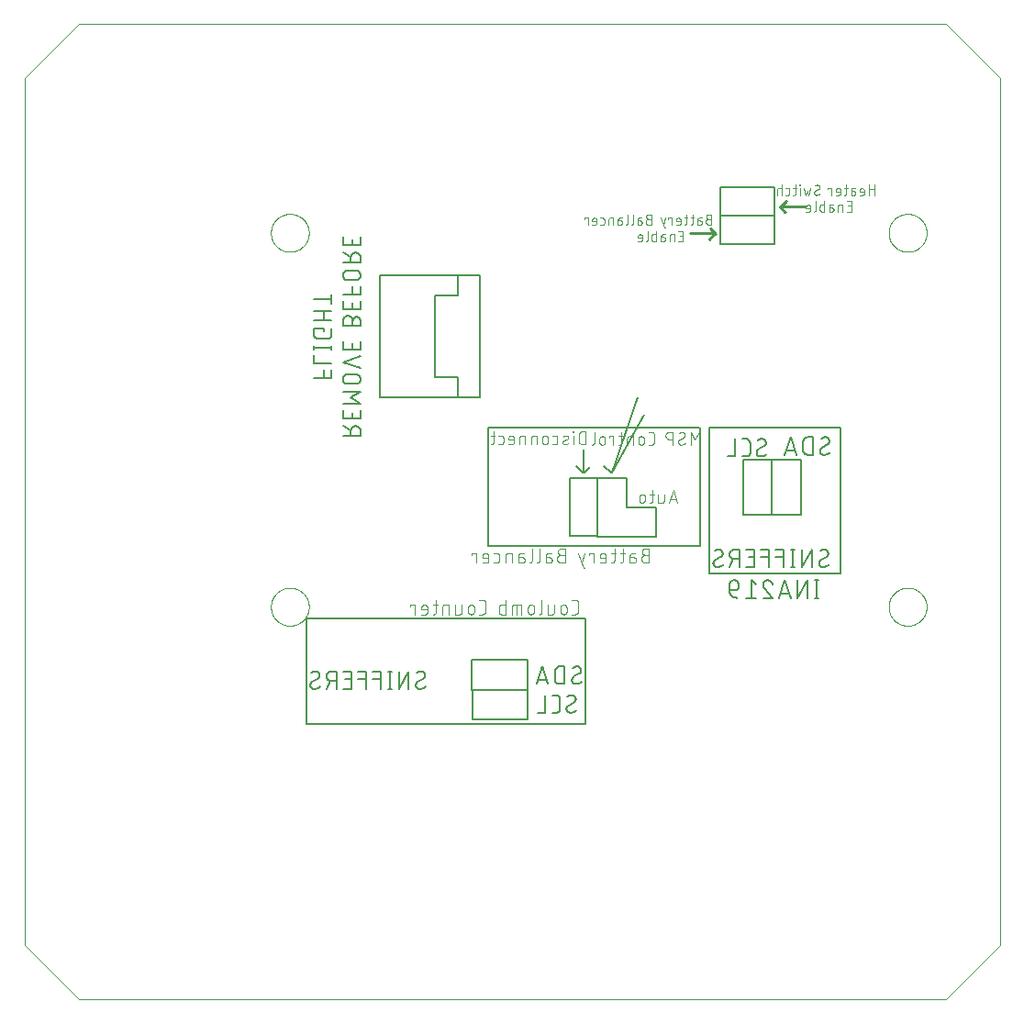
<source format=gbo>
G75*
%MOIN*%
%OFA0B0*%
%FSLAX25Y25*%
%IPPOS*%
%LPD*%
%AMOC8*
5,1,8,0,0,1.08239X$1,22.5*
%
%ADD10C,0.00600*%
%ADD11C,0.00800*%
%ADD12C,0.00400*%
%ADD13C,0.00300*%
%ADD14C,0.01000*%
%ADD15C,0.00000*%
%ADD16C,0.00500*%
D10*
X0108441Y0114102D02*
X0108367Y0114104D01*
X0108292Y0114110D01*
X0108219Y0114120D01*
X0108145Y0114133D01*
X0108073Y0114150D01*
X0108002Y0114172D01*
X0107931Y0114196D01*
X0107863Y0114225D01*
X0107795Y0114257D01*
X0107730Y0114293D01*
X0107667Y0114331D01*
X0107605Y0114374D01*
X0107546Y0114419D01*
X0107489Y0114467D01*
X0107435Y0114518D01*
X0107384Y0114572D01*
X0107336Y0114629D01*
X0107291Y0114688D01*
X0107248Y0114750D01*
X0107210Y0114813D01*
X0107174Y0114878D01*
X0107142Y0114946D01*
X0107113Y0115014D01*
X0107089Y0115085D01*
X0107067Y0115156D01*
X0107050Y0115228D01*
X0107037Y0115302D01*
X0107027Y0115375D01*
X0107021Y0115450D01*
X0107019Y0115524D01*
X0107730Y0116768D02*
X0109686Y0117835D01*
X0108975Y0120502D02*
X0108874Y0120500D01*
X0108773Y0120494D01*
X0108673Y0120485D01*
X0108573Y0120471D01*
X0108473Y0120454D01*
X0108374Y0120434D01*
X0108277Y0120409D01*
X0108180Y0120381D01*
X0108084Y0120349D01*
X0107989Y0120313D01*
X0107896Y0120274D01*
X0107805Y0120232D01*
X0107715Y0120186D01*
X0107627Y0120136D01*
X0107541Y0120084D01*
X0107457Y0120028D01*
X0107375Y0119969D01*
X0109685Y0117835D02*
X0109749Y0117875D01*
X0109810Y0117918D01*
X0109869Y0117964D01*
X0109926Y0118013D01*
X0109980Y0118065D01*
X0110031Y0118119D01*
X0110079Y0118177D01*
X0110125Y0118236D01*
X0110167Y0118298D01*
X0110206Y0118363D01*
X0110241Y0118429D01*
X0110273Y0118496D01*
X0110302Y0118566D01*
X0110327Y0118636D01*
X0110348Y0118708D01*
X0110365Y0118781D01*
X0110379Y0118855D01*
X0110388Y0118929D01*
X0110394Y0119004D01*
X0110396Y0119079D01*
X0110397Y0119079D02*
X0110395Y0119153D01*
X0110389Y0119228D01*
X0110379Y0119301D01*
X0110366Y0119375D01*
X0110349Y0119447D01*
X0110327Y0119518D01*
X0110303Y0119589D01*
X0110274Y0119657D01*
X0110242Y0119725D01*
X0110206Y0119790D01*
X0110168Y0119853D01*
X0110125Y0119915D01*
X0110080Y0119974D01*
X0110032Y0120031D01*
X0109981Y0120085D01*
X0109927Y0120136D01*
X0109870Y0120184D01*
X0109811Y0120229D01*
X0109749Y0120272D01*
X0109686Y0120310D01*
X0109621Y0120346D01*
X0109553Y0120378D01*
X0109485Y0120407D01*
X0109414Y0120431D01*
X0109343Y0120453D01*
X0109271Y0120470D01*
X0109197Y0120483D01*
X0109124Y0120493D01*
X0109049Y0120499D01*
X0108975Y0120501D01*
X0110574Y0114991D02*
X0110497Y0114916D01*
X0110417Y0114843D01*
X0110334Y0114774D01*
X0110249Y0114707D01*
X0110162Y0114644D01*
X0110073Y0114584D01*
X0109981Y0114527D01*
X0109888Y0114473D01*
X0109792Y0114423D01*
X0109695Y0114376D01*
X0109596Y0114333D01*
X0109496Y0114293D01*
X0109395Y0114257D01*
X0109292Y0114225D01*
X0109188Y0114196D01*
X0109083Y0114171D01*
X0108977Y0114150D01*
X0108871Y0114133D01*
X0108764Y0114119D01*
X0108656Y0114110D01*
X0108549Y0114104D01*
X0108441Y0114102D01*
X0107019Y0115524D02*
X0107021Y0115599D01*
X0107027Y0115674D01*
X0107036Y0115748D01*
X0107050Y0115822D01*
X0107067Y0115895D01*
X0107088Y0115967D01*
X0107113Y0116037D01*
X0107142Y0116107D01*
X0107174Y0116174D01*
X0107209Y0116240D01*
X0107248Y0116305D01*
X0107290Y0116367D01*
X0107336Y0116426D01*
X0107384Y0116484D01*
X0107435Y0116538D01*
X0107489Y0116590D01*
X0107546Y0116639D01*
X0107605Y0116685D01*
X0107666Y0116728D01*
X0107730Y0116768D01*
X0112932Y0114102D02*
X0114354Y0116946D01*
X0114710Y0116946D02*
X0116487Y0116946D01*
X0114710Y0116946D02*
X0114627Y0116948D01*
X0114544Y0116954D01*
X0114461Y0116964D01*
X0114378Y0116977D01*
X0114297Y0116995D01*
X0114216Y0117016D01*
X0114137Y0117041D01*
X0114059Y0117070D01*
X0113982Y0117102D01*
X0113907Y0117138D01*
X0113833Y0117177D01*
X0113762Y0117220D01*
X0113692Y0117266D01*
X0113625Y0117316D01*
X0113560Y0117368D01*
X0113498Y0117423D01*
X0113438Y0117482D01*
X0113381Y0117543D01*
X0113327Y0117606D01*
X0113276Y0117672D01*
X0113229Y0117741D01*
X0113184Y0117811D01*
X0113143Y0117884D01*
X0113106Y0117958D01*
X0113071Y0118034D01*
X0113041Y0118112D01*
X0113014Y0118190D01*
X0112991Y0118271D01*
X0112971Y0118352D01*
X0112956Y0118434D01*
X0112944Y0118516D01*
X0112936Y0118599D01*
X0112932Y0118682D01*
X0112932Y0118766D01*
X0112936Y0118849D01*
X0112944Y0118932D01*
X0112956Y0119014D01*
X0112971Y0119096D01*
X0112991Y0119177D01*
X0113014Y0119258D01*
X0113041Y0119336D01*
X0113071Y0119414D01*
X0113106Y0119490D01*
X0113143Y0119564D01*
X0113184Y0119637D01*
X0113229Y0119707D01*
X0113276Y0119776D01*
X0113327Y0119842D01*
X0113381Y0119905D01*
X0113438Y0119966D01*
X0113498Y0120025D01*
X0113560Y0120080D01*
X0113625Y0120132D01*
X0113692Y0120182D01*
X0113762Y0120228D01*
X0113833Y0120271D01*
X0113907Y0120310D01*
X0113982Y0120346D01*
X0114059Y0120378D01*
X0114137Y0120407D01*
X0114216Y0120432D01*
X0114297Y0120453D01*
X0114378Y0120471D01*
X0114461Y0120484D01*
X0114544Y0120494D01*
X0114627Y0120500D01*
X0114710Y0120502D01*
X0116487Y0120502D01*
X0116487Y0114102D01*
X0119001Y0114102D02*
X0121845Y0114102D01*
X0121845Y0120502D01*
X0119001Y0120502D01*
X0119712Y0117657D02*
X0121845Y0117657D01*
X0124334Y0117657D02*
X0127179Y0117657D01*
X0129668Y0117657D02*
X0132512Y0117657D01*
X0132512Y0120502D02*
X0132512Y0114102D01*
X0135163Y0114102D02*
X0136586Y0114102D01*
X0135874Y0114102D02*
X0135874Y0120502D01*
X0135163Y0120502D02*
X0136586Y0120502D01*
X0139225Y0120502D02*
X0139225Y0114102D01*
X0142781Y0120502D01*
X0142781Y0114102D01*
X0146090Y0116768D02*
X0148046Y0117835D01*
X0147335Y0120502D02*
X0147234Y0120500D01*
X0147133Y0120494D01*
X0147033Y0120485D01*
X0146933Y0120471D01*
X0146833Y0120454D01*
X0146734Y0120434D01*
X0146637Y0120409D01*
X0146540Y0120381D01*
X0146444Y0120349D01*
X0146349Y0120313D01*
X0146256Y0120274D01*
X0146165Y0120232D01*
X0146075Y0120186D01*
X0145987Y0120136D01*
X0145901Y0120084D01*
X0145817Y0120028D01*
X0145735Y0119969D01*
X0148045Y0117835D02*
X0148109Y0117875D01*
X0148170Y0117918D01*
X0148229Y0117964D01*
X0148286Y0118013D01*
X0148340Y0118065D01*
X0148391Y0118119D01*
X0148439Y0118177D01*
X0148485Y0118236D01*
X0148527Y0118298D01*
X0148566Y0118363D01*
X0148601Y0118429D01*
X0148633Y0118496D01*
X0148662Y0118566D01*
X0148687Y0118636D01*
X0148708Y0118708D01*
X0148725Y0118781D01*
X0148739Y0118855D01*
X0148748Y0118929D01*
X0148754Y0119004D01*
X0148756Y0119079D01*
X0148757Y0119079D02*
X0148755Y0119153D01*
X0148749Y0119228D01*
X0148739Y0119301D01*
X0148726Y0119375D01*
X0148709Y0119447D01*
X0148687Y0119518D01*
X0148663Y0119589D01*
X0148634Y0119657D01*
X0148602Y0119725D01*
X0148566Y0119790D01*
X0148528Y0119853D01*
X0148485Y0119915D01*
X0148440Y0119974D01*
X0148392Y0120031D01*
X0148341Y0120085D01*
X0148287Y0120136D01*
X0148230Y0120184D01*
X0148171Y0120229D01*
X0148109Y0120272D01*
X0148046Y0120310D01*
X0147981Y0120346D01*
X0147913Y0120378D01*
X0147845Y0120407D01*
X0147774Y0120431D01*
X0147703Y0120453D01*
X0147631Y0120470D01*
X0147557Y0120483D01*
X0147484Y0120493D01*
X0147409Y0120499D01*
X0147335Y0120501D01*
X0148934Y0114991D02*
X0148857Y0114916D01*
X0148777Y0114843D01*
X0148694Y0114774D01*
X0148609Y0114707D01*
X0148522Y0114644D01*
X0148433Y0114584D01*
X0148341Y0114527D01*
X0148248Y0114473D01*
X0148152Y0114423D01*
X0148055Y0114376D01*
X0147956Y0114333D01*
X0147856Y0114293D01*
X0147755Y0114257D01*
X0147652Y0114225D01*
X0147548Y0114196D01*
X0147443Y0114171D01*
X0147337Y0114150D01*
X0147231Y0114133D01*
X0147124Y0114119D01*
X0147016Y0114110D01*
X0146909Y0114104D01*
X0146801Y0114102D01*
X0146727Y0114104D01*
X0146652Y0114110D01*
X0146579Y0114120D01*
X0146505Y0114133D01*
X0146433Y0114150D01*
X0146362Y0114172D01*
X0146291Y0114196D01*
X0146223Y0114225D01*
X0146155Y0114257D01*
X0146090Y0114293D01*
X0146027Y0114331D01*
X0145965Y0114374D01*
X0145906Y0114419D01*
X0145849Y0114467D01*
X0145795Y0114518D01*
X0145744Y0114572D01*
X0145696Y0114629D01*
X0145651Y0114688D01*
X0145608Y0114750D01*
X0145570Y0114813D01*
X0145534Y0114878D01*
X0145502Y0114946D01*
X0145473Y0115014D01*
X0145449Y0115085D01*
X0145427Y0115156D01*
X0145410Y0115228D01*
X0145397Y0115302D01*
X0145387Y0115375D01*
X0145381Y0115450D01*
X0145379Y0115524D01*
X0145380Y0115524D02*
X0145382Y0115599D01*
X0145388Y0115674D01*
X0145397Y0115748D01*
X0145411Y0115822D01*
X0145428Y0115895D01*
X0145449Y0115967D01*
X0145474Y0116037D01*
X0145503Y0116107D01*
X0145535Y0116174D01*
X0145570Y0116240D01*
X0145609Y0116305D01*
X0145651Y0116367D01*
X0145697Y0116426D01*
X0145745Y0116484D01*
X0145796Y0116538D01*
X0145850Y0116590D01*
X0145907Y0116639D01*
X0145966Y0116685D01*
X0146027Y0116728D01*
X0146091Y0116768D01*
X0132512Y0120502D02*
X0129668Y0120502D01*
X0127179Y0120502D02*
X0124334Y0120502D01*
X0127179Y0120502D02*
X0127179Y0114102D01*
X0189203Y0115873D02*
X0191337Y0122273D01*
X0193470Y0115873D01*
X0192937Y0117473D02*
X0189737Y0117473D01*
X0195918Y0117651D02*
X0195918Y0120495D01*
X0195920Y0120577D01*
X0195926Y0120659D01*
X0195935Y0120741D01*
X0195948Y0120822D01*
X0195965Y0120902D01*
X0195986Y0120982D01*
X0196010Y0121060D01*
X0196038Y0121137D01*
X0196069Y0121213D01*
X0196104Y0121288D01*
X0196143Y0121360D01*
X0196184Y0121431D01*
X0196229Y0121500D01*
X0196277Y0121566D01*
X0196328Y0121631D01*
X0196382Y0121693D01*
X0196439Y0121752D01*
X0196498Y0121809D01*
X0196560Y0121863D01*
X0196625Y0121914D01*
X0196691Y0121962D01*
X0196760Y0122007D01*
X0196831Y0122048D01*
X0196903Y0122087D01*
X0196978Y0122122D01*
X0197054Y0122153D01*
X0197131Y0122181D01*
X0197209Y0122205D01*
X0197289Y0122226D01*
X0197369Y0122243D01*
X0197450Y0122256D01*
X0197532Y0122265D01*
X0197614Y0122271D01*
X0197696Y0122273D01*
X0199474Y0122273D01*
X0199474Y0115873D01*
X0197696Y0115873D01*
X0197614Y0115875D01*
X0197532Y0115881D01*
X0197450Y0115890D01*
X0197369Y0115903D01*
X0197289Y0115920D01*
X0197209Y0115941D01*
X0197131Y0115965D01*
X0197054Y0115993D01*
X0196978Y0116024D01*
X0196903Y0116059D01*
X0196831Y0116098D01*
X0196760Y0116139D01*
X0196691Y0116184D01*
X0196625Y0116232D01*
X0196560Y0116283D01*
X0196498Y0116337D01*
X0196439Y0116394D01*
X0196382Y0116453D01*
X0196328Y0116515D01*
X0196277Y0116580D01*
X0196229Y0116646D01*
X0196184Y0116715D01*
X0196143Y0116786D01*
X0196104Y0116858D01*
X0196069Y0116933D01*
X0196038Y0117009D01*
X0196010Y0117086D01*
X0195986Y0117164D01*
X0195965Y0117244D01*
X0195948Y0117324D01*
X0195935Y0117405D01*
X0195926Y0117487D01*
X0195920Y0117569D01*
X0195918Y0117651D01*
X0196303Y0111840D02*
X0194881Y0111840D01*
X0196303Y0111840D02*
X0196377Y0111838D01*
X0196452Y0111832D01*
X0196525Y0111822D01*
X0196599Y0111809D01*
X0196671Y0111792D01*
X0196742Y0111770D01*
X0196813Y0111746D01*
X0196881Y0111717D01*
X0196949Y0111685D01*
X0197014Y0111649D01*
X0197077Y0111611D01*
X0197139Y0111568D01*
X0197198Y0111523D01*
X0197255Y0111475D01*
X0197309Y0111424D01*
X0197360Y0111370D01*
X0197408Y0111313D01*
X0197453Y0111254D01*
X0197496Y0111192D01*
X0197534Y0111129D01*
X0197570Y0111064D01*
X0197602Y0110996D01*
X0197631Y0110928D01*
X0197655Y0110857D01*
X0197677Y0110786D01*
X0197694Y0110714D01*
X0197707Y0110640D01*
X0197717Y0110567D01*
X0197723Y0110492D01*
X0197725Y0110418D01*
X0197726Y0110418D02*
X0197726Y0106862D01*
X0197725Y0106862D02*
X0197723Y0106788D01*
X0197717Y0106713D01*
X0197707Y0106640D01*
X0197694Y0106566D01*
X0197677Y0106494D01*
X0197655Y0106423D01*
X0197631Y0106352D01*
X0197602Y0106284D01*
X0197570Y0106216D01*
X0197534Y0106151D01*
X0197496Y0106088D01*
X0197453Y0106026D01*
X0197408Y0105967D01*
X0197360Y0105910D01*
X0197309Y0105856D01*
X0197255Y0105805D01*
X0197198Y0105757D01*
X0197139Y0105712D01*
X0197077Y0105669D01*
X0197014Y0105631D01*
X0196949Y0105595D01*
X0196881Y0105563D01*
X0196813Y0105534D01*
X0196742Y0105510D01*
X0196671Y0105488D01*
X0196599Y0105471D01*
X0196525Y0105458D01*
X0196452Y0105448D01*
X0196377Y0105442D01*
X0196303Y0105440D01*
X0194881Y0105440D01*
X0192365Y0105440D02*
X0192365Y0111840D01*
X0192365Y0105440D02*
X0189521Y0105440D01*
X0200815Y0108107D02*
X0202770Y0109173D01*
X0202059Y0111841D02*
X0201958Y0111839D01*
X0201857Y0111833D01*
X0201757Y0111824D01*
X0201657Y0111810D01*
X0201557Y0111793D01*
X0201458Y0111773D01*
X0201361Y0111748D01*
X0201264Y0111720D01*
X0201168Y0111688D01*
X0201073Y0111652D01*
X0200980Y0111613D01*
X0200889Y0111571D01*
X0200799Y0111525D01*
X0200711Y0111475D01*
X0200625Y0111423D01*
X0200541Y0111367D01*
X0200459Y0111308D01*
X0202770Y0109174D02*
X0202834Y0109214D01*
X0202895Y0109257D01*
X0202954Y0109303D01*
X0203011Y0109352D01*
X0203065Y0109404D01*
X0203116Y0109458D01*
X0203164Y0109516D01*
X0203210Y0109575D01*
X0203252Y0109637D01*
X0203291Y0109702D01*
X0203326Y0109768D01*
X0203358Y0109835D01*
X0203387Y0109905D01*
X0203412Y0109975D01*
X0203433Y0110047D01*
X0203450Y0110120D01*
X0203464Y0110194D01*
X0203473Y0110268D01*
X0203479Y0110343D01*
X0203481Y0110418D01*
X0203479Y0110492D01*
X0203473Y0110567D01*
X0203463Y0110640D01*
X0203450Y0110714D01*
X0203433Y0110786D01*
X0203411Y0110857D01*
X0203387Y0110928D01*
X0203358Y0110996D01*
X0203326Y0111064D01*
X0203290Y0111129D01*
X0203252Y0111192D01*
X0203209Y0111254D01*
X0203164Y0111313D01*
X0203116Y0111370D01*
X0203065Y0111424D01*
X0203011Y0111475D01*
X0202954Y0111523D01*
X0202895Y0111568D01*
X0202833Y0111611D01*
X0202770Y0111649D01*
X0202705Y0111685D01*
X0202637Y0111717D01*
X0202569Y0111746D01*
X0202498Y0111770D01*
X0202427Y0111792D01*
X0202355Y0111809D01*
X0202281Y0111822D01*
X0202208Y0111832D01*
X0202133Y0111838D01*
X0202059Y0111840D01*
X0203659Y0106330D02*
X0203582Y0106255D01*
X0203502Y0106182D01*
X0203419Y0106113D01*
X0203334Y0106046D01*
X0203247Y0105983D01*
X0203158Y0105923D01*
X0203066Y0105866D01*
X0202973Y0105812D01*
X0202877Y0105762D01*
X0202780Y0105715D01*
X0202681Y0105672D01*
X0202581Y0105632D01*
X0202480Y0105596D01*
X0202377Y0105564D01*
X0202273Y0105535D01*
X0202168Y0105510D01*
X0202062Y0105489D01*
X0201956Y0105472D01*
X0201849Y0105458D01*
X0201741Y0105449D01*
X0201634Y0105443D01*
X0201526Y0105441D01*
X0201526Y0105440D02*
X0201452Y0105442D01*
X0201377Y0105448D01*
X0201304Y0105458D01*
X0201230Y0105471D01*
X0201158Y0105488D01*
X0201087Y0105510D01*
X0201016Y0105534D01*
X0200948Y0105563D01*
X0200880Y0105595D01*
X0200815Y0105631D01*
X0200752Y0105669D01*
X0200690Y0105712D01*
X0200631Y0105757D01*
X0200574Y0105805D01*
X0200520Y0105856D01*
X0200469Y0105910D01*
X0200421Y0105967D01*
X0200376Y0106026D01*
X0200333Y0106088D01*
X0200295Y0106151D01*
X0200259Y0106216D01*
X0200227Y0106284D01*
X0200198Y0106352D01*
X0200174Y0106423D01*
X0200152Y0106494D01*
X0200135Y0106566D01*
X0200122Y0106640D01*
X0200112Y0106713D01*
X0200106Y0106788D01*
X0200104Y0106862D01*
X0200106Y0106937D01*
X0200112Y0107012D01*
X0200121Y0107086D01*
X0200135Y0107160D01*
X0200152Y0107233D01*
X0200173Y0107305D01*
X0200198Y0107375D01*
X0200227Y0107445D01*
X0200259Y0107512D01*
X0200294Y0107578D01*
X0200333Y0107643D01*
X0200375Y0107705D01*
X0200421Y0107764D01*
X0200469Y0107822D01*
X0200520Y0107876D01*
X0200574Y0107928D01*
X0200631Y0107977D01*
X0200690Y0108023D01*
X0200751Y0108066D01*
X0200815Y0108106D01*
X0203494Y0115873D02*
X0203420Y0115875D01*
X0203345Y0115881D01*
X0203272Y0115891D01*
X0203198Y0115904D01*
X0203126Y0115921D01*
X0203055Y0115943D01*
X0202984Y0115967D01*
X0202916Y0115996D01*
X0202848Y0116028D01*
X0202783Y0116064D01*
X0202720Y0116102D01*
X0202658Y0116145D01*
X0202599Y0116190D01*
X0202542Y0116238D01*
X0202488Y0116289D01*
X0202437Y0116343D01*
X0202389Y0116400D01*
X0202344Y0116459D01*
X0202301Y0116521D01*
X0202263Y0116584D01*
X0202227Y0116649D01*
X0202195Y0116717D01*
X0202166Y0116785D01*
X0202142Y0116856D01*
X0202120Y0116927D01*
X0202103Y0116999D01*
X0202090Y0117073D01*
X0202080Y0117146D01*
X0202074Y0117221D01*
X0202072Y0117295D01*
X0202783Y0118540D02*
X0204739Y0119607D01*
X0204028Y0122274D02*
X0203927Y0122272D01*
X0203826Y0122266D01*
X0203726Y0122257D01*
X0203626Y0122243D01*
X0203526Y0122226D01*
X0203427Y0122206D01*
X0203330Y0122181D01*
X0203233Y0122153D01*
X0203137Y0122121D01*
X0203042Y0122085D01*
X0202949Y0122046D01*
X0202858Y0122004D01*
X0202768Y0121958D01*
X0202680Y0121908D01*
X0202594Y0121856D01*
X0202510Y0121800D01*
X0202428Y0121741D01*
X0204738Y0119607D02*
X0204802Y0119647D01*
X0204863Y0119690D01*
X0204922Y0119736D01*
X0204979Y0119785D01*
X0205033Y0119837D01*
X0205084Y0119891D01*
X0205132Y0119949D01*
X0205178Y0120008D01*
X0205220Y0120070D01*
X0205259Y0120135D01*
X0205294Y0120201D01*
X0205326Y0120268D01*
X0205355Y0120338D01*
X0205380Y0120408D01*
X0205401Y0120480D01*
X0205418Y0120553D01*
X0205432Y0120627D01*
X0205441Y0120701D01*
X0205447Y0120776D01*
X0205449Y0120851D01*
X0205450Y0120851D02*
X0205448Y0120925D01*
X0205442Y0121000D01*
X0205432Y0121073D01*
X0205419Y0121147D01*
X0205402Y0121219D01*
X0205380Y0121290D01*
X0205356Y0121361D01*
X0205327Y0121429D01*
X0205295Y0121497D01*
X0205259Y0121562D01*
X0205221Y0121625D01*
X0205178Y0121687D01*
X0205133Y0121746D01*
X0205085Y0121803D01*
X0205034Y0121857D01*
X0204980Y0121908D01*
X0204923Y0121956D01*
X0204864Y0122001D01*
X0204802Y0122044D01*
X0204739Y0122082D01*
X0204674Y0122118D01*
X0204606Y0122150D01*
X0204538Y0122179D01*
X0204467Y0122203D01*
X0204396Y0122225D01*
X0204324Y0122242D01*
X0204250Y0122255D01*
X0204177Y0122265D01*
X0204102Y0122271D01*
X0204028Y0122273D01*
X0205627Y0116763D02*
X0205550Y0116688D01*
X0205470Y0116615D01*
X0205387Y0116546D01*
X0205302Y0116479D01*
X0205215Y0116416D01*
X0205126Y0116356D01*
X0205034Y0116299D01*
X0204941Y0116245D01*
X0204845Y0116195D01*
X0204748Y0116148D01*
X0204649Y0116105D01*
X0204549Y0116065D01*
X0204448Y0116029D01*
X0204345Y0115997D01*
X0204241Y0115968D01*
X0204136Y0115943D01*
X0204030Y0115922D01*
X0203924Y0115905D01*
X0203817Y0115891D01*
X0203709Y0115882D01*
X0203602Y0115876D01*
X0203494Y0115874D01*
X0202072Y0117295D02*
X0202074Y0117370D01*
X0202080Y0117445D01*
X0202089Y0117519D01*
X0202103Y0117593D01*
X0202120Y0117666D01*
X0202141Y0117738D01*
X0202166Y0117808D01*
X0202195Y0117878D01*
X0202227Y0117945D01*
X0202262Y0118011D01*
X0202301Y0118076D01*
X0202343Y0118138D01*
X0202389Y0118197D01*
X0202437Y0118255D01*
X0202488Y0118309D01*
X0202542Y0118361D01*
X0202599Y0118410D01*
X0202658Y0118456D01*
X0202719Y0118499D01*
X0202783Y0118539D01*
X0254187Y0161060D02*
X0256142Y0162126D01*
X0255431Y0164793D02*
X0255330Y0164791D01*
X0255229Y0164785D01*
X0255129Y0164776D01*
X0255029Y0164762D01*
X0254929Y0164745D01*
X0254830Y0164725D01*
X0254733Y0164700D01*
X0254636Y0164672D01*
X0254540Y0164640D01*
X0254445Y0164604D01*
X0254352Y0164565D01*
X0254261Y0164523D01*
X0254171Y0164477D01*
X0254083Y0164427D01*
X0253997Y0164375D01*
X0253913Y0164319D01*
X0253831Y0164260D01*
X0256142Y0162127D02*
X0256206Y0162167D01*
X0256267Y0162210D01*
X0256326Y0162256D01*
X0256383Y0162305D01*
X0256437Y0162357D01*
X0256488Y0162411D01*
X0256536Y0162469D01*
X0256582Y0162528D01*
X0256624Y0162590D01*
X0256663Y0162655D01*
X0256698Y0162721D01*
X0256730Y0162788D01*
X0256759Y0162858D01*
X0256784Y0162928D01*
X0256805Y0163000D01*
X0256822Y0163073D01*
X0256836Y0163147D01*
X0256845Y0163221D01*
X0256851Y0163296D01*
X0256853Y0163371D01*
X0256851Y0163445D01*
X0256845Y0163520D01*
X0256835Y0163593D01*
X0256822Y0163667D01*
X0256805Y0163739D01*
X0256783Y0163810D01*
X0256759Y0163881D01*
X0256730Y0163949D01*
X0256698Y0164017D01*
X0256662Y0164082D01*
X0256624Y0164145D01*
X0256581Y0164207D01*
X0256536Y0164266D01*
X0256488Y0164323D01*
X0256437Y0164377D01*
X0256383Y0164428D01*
X0256326Y0164476D01*
X0256267Y0164521D01*
X0256205Y0164564D01*
X0256142Y0164602D01*
X0256077Y0164638D01*
X0256009Y0164670D01*
X0255941Y0164699D01*
X0255870Y0164723D01*
X0255799Y0164745D01*
X0255727Y0164762D01*
X0255653Y0164775D01*
X0255580Y0164785D01*
X0255505Y0164791D01*
X0255431Y0164793D01*
X0257031Y0159282D02*
X0256954Y0159207D01*
X0256874Y0159134D01*
X0256791Y0159065D01*
X0256706Y0158998D01*
X0256619Y0158935D01*
X0256530Y0158875D01*
X0256438Y0158818D01*
X0256345Y0158764D01*
X0256249Y0158714D01*
X0256152Y0158667D01*
X0256053Y0158624D01*
X0255953Y0158584D01*
X0255852Y0158548D01*
X0255749Y0158516D01*
X0255645Y0158487D01*
X0255540Y0158462D01*
X0255434Y0158441D01*
X0255328Y0158424D01*
X0255221Y0158410D01*
X0255113Y0158401D01*
X0255006Y0158395D01*
X0254898Y0158393D01*
X0254824Y0158395D01*
X0254749Y0158401D01*
X0254676Y0158411D01*
X0254602Y0158424D01*
X0254530Y0158441D01*
X0254459Y0158463D01*
X0254388Y0158487D01*
X0254320Y0158516D01*
X0254252Y0158548D01*
X0254187Y0158584D01*
X0254124Y0158622D01*
X0254062Y0158665D01*
X0254003Y0158710D01*
X0253946Y0158758D01*
X0253892Y0158809D01*
X0253841Y0158863D01*
X0253793Y0158920D01*
X0253748Y0158979D01*
X0253705Y0159041D01*
X0253667Y0159104D01*
X0253631Y0159169D01*
X0253599Y0159237D01*
X0253570Y0159305D01*
X0253546Y0159376D01*
X0253524Y0159447D01*
X0253507Y0159519D01*
X0253494Y0159593D01*
X0253484Y0159666D01*
X0253478Y0159741D01*
X0253476Y0159815D01*
X0253478Y0159890D01*
X0253484Y0159965D01*
X0253493Y0160039D01*
X0253507Y0160113D01*
X0253524Y0160186D01*
X0253545Y0160258D01*
X0253570Y0160328D01*
X0253599Y0160398D01*
X0253631Y0160465D01*
X0253666Y0160531D01*
X0253705Y0160596D01*
X0253747Y0160658D01*
X0253793Y0160717D01*
X0253841Y0160775D01*
X0253892Y0160829D01*
X0253946Y0160881D01*
X0254003Y0160930D01*
X0254062Y0160976D01*
X0254123Y0161019D01*
X0254187Y0161059D01*
X0259389Y0158393D02*
X0260811Y0161237D01*
X0261166Y0161237D02*
X0262944Y0161237D01*
X0261166Y0161237D02*
X0261083Y0161239D01*
X0261000Y0161245D01*
X0260917Y0161255D01*
X0260834Y0161268D01*
X0260753Y0161286D01*
X0260672Y0161307D01*
X0260593Y0161332D01*
X0260515Y0161361D01*
X0260438Y0161393D01*
X0260363Y0161429D01*
X0260289Y0161468D01*
X0260218Y0161511D01*
X0260148Y0161557D01*
X0260081Y0161607D01*
X0260016Y0161659D01*
X0259954Y0161714D01*
X0259894Y0161773D01*
X0259837Y0161834D01*
X0259783Y0161897D01*
X0259732Y0161963D01*
X0259685Y0162032D01*
X0259640Y0162102D01*
X0259599Y0162175D01*
X0259562Y0162249D01*
X0259527Y0162325D01*
X0259497Y0162403D01*
X0259470Y0162481D01*
X0259447Y0162562D01*
X0259427Y0162643D01*
X0259412Y0162725D01*
X0259400Y0162807D01*
X0259392Y0162890D01*
X0259388Y0162973D01*
X0259388Y0163057D01*
X0259392Y0163140D01*
X0259400Y0163223D01*
X0259412Y0163305D01*
X0259427Y0163387D01*
X0259447Y0163468D01*
X0259470Y0163549D01*
X0259497Y0163627D01*
X0259527Y0163705D01*
X0259562Y0163781D01*
X0259599Y0163855D01*
X0259640Y0163928D01*
X0259685Y0163998D01*
X0259732Y0164067D01*
X0259783Y0164133D01*
X0259837Y0164196D01*
X0259894Y0164257D01*
X0259954Y0164316D01*
X0260016Y0164371D01*
X0260081Y0164423D01*
X0260148Y0164473D01*
X0260218Y0164519D01*
X0260289Y0164562D01*
X0260363Y0164601D01*
X0260438Y0164637D01*
X0260515Y0164669D01*
X0260593Y0164698D01*
X0260672Y0164723D01*
X0260753Y0164744D01*
X0260834Y0164762D01*
X0260917Y0164775D01*
X0261000Y0164785D01*
X0261083Y0164791D01*
X0261166Y0164793D01*
X0262944Y0164793D01*
X0262944Y0158393D01*
X0265457Y0158393D02*
X0268302Y0158393D01*
X0268302Y0164793D01*
X0265457Y0164793D01*
X0266169Y0161948D02*
X0268302Y0161948D01*
X0270791Y0161948D02*
X0273635Y0161948D01*
X0276124Y0161948D02*
X0278969Y0161948D01*
X0278969Y0164793D02*
X0276124Y0164793D01*
X0273635Y0164793D02*
X0270791Y0164793D01*
X0273635Y0164793D02*
X0273635Y0158393D01*
X0278969Y0158393D02*
X0278969Y0164793D01*
X0281620Y0164793D02*
X0283042Y0164793D01*
X0282331Y0164793D02*
X0282331Y0158393D01*
X0283042Y0158393D02*
X0281620Y0158393D01*
X0285682Y0158393D02*
X0285682Y0164793D01*
X0289237Y0164793D02*
X0285682Y0158393D01*
X0289237Y0158393D02*
X0289237Y0164793D01*
X0294502Y0162127D02*
X0294566Y0162167D01*
X0294627Y0162210D01*
X0294686Y0162256D01*
X0294743Y0162305D01*
X0294797Y0162357D01*
X0294848Y0162411D01*
X0294896Y0162469D01*
X0294942Y0162528D01*
X0294984Y0162590D01*
X0295023Y0162655D01*
X0295058Y0162721D01*
X0295090Y0162788D01*
X0295119Y0162858D01*
X0295144Y0162928D01*
X0295165Y0163000D01*
X0295182Y0163073D01*
X0295196Y0163147D01*
X0295205Y0163221D01*
X0295211Y0163296D01*
X0295213Y0163371D01*
X0295211Y0163445D01*
X0295205Y0163520D01*
X0295195Y0163593D01*
X0295182Y0163667D01*
X0295165Y0163739D01*
X0295143Y0163810D01*
X0295119Y0163881D01*
X0295090Y0163949D01*
X0295058Y0164017D01*
X0295022Y0164082D01*
X0294984Y0164145D01*
X0294941Y0164207D01*
X0294896Y0164266D01*
X0294848Y0164323D01*
X0294797Y0164377D01*
X0294743Y0164428D01*
X0294686Y0164476D01*
X0294627Y0164521D01*
X0294565Y0164564D01*
X0294502Y0164602D01*
X0294437Y0164638D01*
X0294369Y0164670D01*
X0294301Y0164699D01*
X0294230Y0164723D01*
X0294159Y0164745D01*
X0294087Y0164762D01*
X0294013Y0164775D01*
X0293940Y0164785D01*
X0293865Y0164791D01*
X0293791Y0164793D01*
X0293690Y0164791D01*
X0293589Y0164785D01*
X0293489Y0164776D01*
X0293389Y0164762D01*
X0293289Y0164745D01*
X0293190Y0164725D01*
X0293093Y0164700D01*
X0292996Y0164672D01*
X0292900Y0164640D01*
X0292805Y0164604D01*
X0292712Y0164565D01*
X0292621Y0164523D01*
X0292531Y0164477D01*
X0292443Y0164427D01*
X0292357Y0164375D01*
X0292273Y0164319D01*
X0292191Y0164260D01*
X0295391Y0159282D02*
X0295314Y0159207D01*
X0295234Y0159134D01*
X0295151Y0159065D01*
X0295066Y0158998D01*
X0294979Y0158935D01*
X0294890Y0158875D01*
X0294798Y0158818D01*
X0294705Y0158764D01*
X0294609Y0158714D01*
X0294512Y0158667D01*
X0294413Y0158624D01*
X0294313Y0158584D01*
X0294212Y0158548D01*
X0294109Y0158516D01*
X0294005Y0158487D01*
X0293900Y0158462D01*
X0293794Y0158441D01*
X0293688Y0158424D01*
X0293581Y0158410D01*
X0293473Y0158401D01*
X0293366Y0158395D01*
X0293258Y0158393D01*
X0293184Y0158395D01*
X0293109Y0158401D01*
X0293036Y0158411D01*
X0292962Y0158424D01*
X0292890Y0158441D01*
X0292819Y0158463D01*
X0292748Y0158487D01*
X0292680Y0158516D01*
X0292612Y0158548D01*
X0292547Y0158584D01*
X0292484Y0158622D01*
X0292422Y0158665D01*
X0292363Y0158710D01*
X0292306Y0158758D01*
X0292252Y0158809D01*
X0292201Y0158863D01*
X0292153Y0158920D01*
X0292108Y0158979D01*
X0292065Y0159041D01*
X0292027Y0159104D01*
X0291991Y0159169D01*
X0291959Y0159237D01*
X0291930Y0159305D01*
X0291906Y0159376D01*
X0291884Y0159447D01*
X0291867Y0159519D01*
X0291854Y0159593D01*
X0291844Y0159666D01*
X0291838Y0159741D01*
X0291836Y0159815D01*
X0292547Y0161060D02*
X0294502Y0162126D01*
X0292547Y0161059D02*
X0292483Y0161019D01*
X0292422Y0160976D01*
X0292363Y0160930D01*
X0292306Y0160881D01*
X0292252Y0160829D01*
X0292201Y0160775D01*
X0292153Y0160717D01*
X0292107Y0160658D01*
X0292065Y0160596D01*
X0292026Y0160531D01*
X0291991Y0160465D01*
X0291959Y0160398D01*
X0291930Y0160328D01*
X0291905Y0160258D01*
X0291884Y0160186D01*
X0291867Y0160113D01*
X0291853Y0160039D01*
X0291844Y0159965D01*
X0291838Y0159890D01*
X0291836Y0159815D01*
X0291651Y0153572D02*
X0290229Y0153572D01*
X0290940Y0153572D02*
X0290940Y0147172D01*
X0291651Y0147172D02*
X0290229Y0147172D01*
X0287589Y0147172D02*
X0287589Y0153572D01*
X0284034Y0147172D01*
X0284034Y0153572D01*
X0281053Y0148772D02*
X0277853Y0148772D01*
X0277319Y0147172D02*
X0279453Y0153572D01*
X0281586Y0147172D01*
X0275076Y0147172D02*
X0271521Y0147172D01*
X0268922Y0147172D02*
X0265367Y0147172D01*
X0267145Y0147172D02*
X0267145Y0153572D01*
X0268922Y0152150D01*
X0272054Y0150728D02*
X0275076Y0147172D01*
X0275077Y0152150D02*
X0275048Y0152235D01*
X0275015Y0152317D01*
X0274978Y0152399D01*
X0274938Y0152479D01*
X0274895Y0152556D01*
X0274848Y0152632D01*
X0274798Y0152706D01*
X0274745Y0152778D01*
X0274689Y0152847D01*
X0274630Y0152914D01*
X0274568Y0152978D01*
X0274503Y0153039D01*
X0274436Y0153098D01*
X0274366Y0153153D01*
X0274294Y0153206D01*
X0274220Y0153255D01*
X0274143Y0153301D01*
X0274065Y0153343D01*
X0273985Y0153383D01*
X0273903Y0153418D01*
X0273820Y0153451D01*
X0273736Y0153479D01*
X0273650Y0153504D01*
X0273563Y0153525D01*
X0273476Y0153542D01*
X0273388Y0153556D01*
X0273299Y0153565D01*
X0273210Y0153571D01*
X0273121Y0153573D01*
X0273121Y0153572D02*
X0273042Y0153570D01*
X0272964Y0153564D01*
X0272886Y0153555D01*
X0272809Y0153541D01*
X0272732Y0153524D01*
X0272657Y0153503D01*
X0272582Y0153478D01*
X0272509Y0153450D01*
X0272437Y0153418D01*
X0272367Y0153383D01*
X0272298Y0153344D01*
X0272232Y0153302D01*
X0272168Y0153257D01*
X0272106Y0153209D01*
X0272047Y0153158D01*
X0271990Y0153103D01*
X0271935Y0153046D01*
X0271884Y0152987D01*
X0271836Y0152925D01*
X0271791Y0152861D01*
X0271749Y0152795D01*
X0271710Y0152726D01*
X0271675Y0152656D01*
X0271643Y0152584D01*
X0271615Y0152511D01*
X0271590Y0152436D01*
X0271569Y0152361D01*
X0271552Y0152284D01*
X0271538Y0152207D01*
X0271529Y0152129D01*
X0271523Y0152051D01*
X0271521Y0151972D01*
X0271520Y0151972D02*
X0271522Y0151890D01*
X0271528Y0151808D01*
X0271538Y0151727D01*
X0271551Y0151646D01*
X0271569Y0151566D01*
X0271590Y0151487D01*
X0271615Y0151409D01*
X0271643Y0151333D01*
X0271676Y0151257D01*
X0271711Y0151184D01*
X0271751Y0151112D01*
X0271793Y0151042D01*
X0271839Y0150974D01*
X0271888Y0150909D01*
X0271940Y0150846D01*
X0271996Y0150785D01*
X0272053Y0150727D01*
X0262768Y0151439D02*
X0262768Y0151795D01*
X0262768Y0151439D02*
X0262766Y0151365D01*
X0262760Y0151290D01*
X0262750Y0151217D01*
X0262737Y0151143D01*
X0262720Y0151071D01*
X0262698Y0151000D01*
X0262674Y0150929D01*
X0262645Y0150861D01*
X0262613Y0150793D01*
X0262577Y0150728D01*
X0262539Y0150665D01*
X0262496Y0150603D01*
X0262451Y0150544D01*
X0262403Y0150487D01*
X0262352Y0150433D01*
X0262298Y0150382D01*
X0262241Y0150334D01*
X0262182Y0150289D01*
X0262120Y0150246D01*
X0262057Y0150208D01*
X0261992Y0150172D01*
X0261924Y0150140D01*
X0261856Y0150111D01*
X0261785Y0150087D01*
X0261714Y0150065D01*
X0261642Y0150048D01*
X0261568Y0150035D01*
X0261495Y0150025D01*
X0261420Y0150019D01*
X0261346Y0150017D01*
X0259213Y0150017D01*
X0259213Y0151795D01*
X0259212Y0151795D02*
X0259214Y0151878D01*
X0259220Y0151961D01*
X0259230Y0152044D01*
X0259243Y0152127D01*
X0259261Y0152208D01*
X0259282Y0152289D01*
X0259307Y0152368D01*
X0259336Y0152446D01*
X0259368Y0152523D01*
X0259404Y0152598D01*
X0259443Y0152672D01*
X0259486Y0152743D01*
X0259532Y0152813D01*
X0259582Y0152880D01*
X0259634Y0152945D01*
X0259689Y0153007D01*
X0259748Y0153067D01*
X0259809Y0153124D01*
X0259872Y0153178D01*
X0259938Y0153229D01*
X0260007Y0153276D01*
X0260077Y0153321D01*
X0260150Y0153362D01*
X0260224Y0153399D01*
X0260300Y0153434D01*
X0260378Y0153464D01*
X0260456Y0153491D01*
X0260537Y0153514D01*
X0260618Y0153534D01*
X0260700Y0153549D01*
X0260782Y0153561D01*
X0260865Y0153569D01*
X0260948Y0153573D01*
X0261032Y0153573D01*
X0261115Y0153569D01*
X0261198Y0153561D01*
X0261280Y0153549D01*
X0261362Y0153534D01*
X0261443Y0153514D01*
X0261524Y0153491D01*
X0261602Y0153464D01*
X0261680Y0153434D01*
X0261756Y0153399D01*
X0261830Y0153362D01*
X0261903Y0153321D01*
X0261973Y0153276D01*
X0262042Y0153229D01*
X0262108Y0153178D01*
X0262171Y0153124D01*
X0262232Y0153067D01*
X0262291Y0153007D01*
X0262346Y0152945D01*
X0262398Y0152880D01*
X0262448Y0152813D01*
X0262494Y0152743D01*
X0262537Y0152672D01*
X0262576Y0152598D01*
X0262612Y0152523D01*
X0262644Y0152446D01*
X0262673Y0152368D01*
X0262698Y0152289D01*
X0262719Y0152208D01*
X0262737Y0152127D01*
X0262750Y0152044D01*
X0262760Y0151961D01*
X0262766Y0151878D01*
X0262768Y0151795D01*
X0259213Y0150017D02*
X0259215Y0149913D01*
X0259221Y0149809D01*
X0259230Y0149706D01*
X0259243Y0149603D01*
X0259260Y0149500D01*
X0259281Y0149399D01*
X0259305Y0149298D01*
X0259334Y0149198D01*
X0259365Y0149099D01*
X0259401Y0149001D01*
X0259440Y0148905D01*
X0259482Y0148810D01*
X0259528Y0148717D01*
X0259577Y0148625D01*
X0259629Y0148535D01*
X0259685Y0148448D01*
X0259744Y0148362D01*
X0259806Y0148279D01*
X0259871Y0148198D01*
X0259939Y0148119D01*
X0260010Y0148043D01*
X0260083Y0147970D01*
X0260159Y0147899D01*
X0260238Y0147831D01*
X0260319Y0147766D01*
X0260402Y0147704D01*
X0260488Y0147645D01*
X0260575Y0147589D01*
X0260665Y0147537D01*
X0260757Y0147488D01*
X0260850Y0147442D01*
X0260945Y0147400D01*
X0261041Y0147361D01*
X0261139Y0147325D01*
X0261238Y0147294D01*
X0261338Y0147265D01*
X0261439Y0147241D01*
X0261540Y0147220D01*
X0261643Y0147203D01*
X0261746Y0147190D01*
X0261849Y0147181D01*
X0261953Y0147175D01*
X0262057Y0147173D01*
X0261459Y0198550D02*
X0258615Y0198550D01*
X0261459Y0198550D02*
X0261459Y0204950D01*
X0263976Y0204950D02*
X0265398Y0204950D01*
X0265472Y0204948D01*
X0265547Y0204942D01*
X0265620Y0204932D01*
X0265694Y0204919D01*
X0265766Y0204902D01*
X0265837Y0204880D01*
X0265908Y0204856D01*
X0265976Y0204827D01*
X0266044Y0204795D01*
X0266109Y0204759D01*
X0266172Y0204721D01*
X0266234Y0204678D01*
X0266293Y0204633D01*
X0266350Y0204585D01*
X0266404Y0204534D01*
X0266455Y0204480D01*
X0266503Y0204423D01*
X0266548Y0204364D01*
X0266591Y0204302D01*
X0266629Y0204239D01*
X0266665Y0204174D01*
X0266697Y0204106D01*
X0266726Y0204038D01*
X0266750Y0203967D01*
X0266772Y0203896D01*
X0266789Y0203824D01*
X0266802Y0203750D01*
X0266812Y0203677D01*
X0266818Y0203602D01*
X0266820Y0203528D01*
X0266820Y0199973D01*
X0266818Y0199899D01*
X0266812Y0199824D01*
X0266802Y0199751D01*
X0266789Y0199677D01*
X0266772Y0199605D01*
X0266750Y0199534D01*
X0266726Y0199463D01*
X0266697Y0199395D01*
X0266665Y0199327D01*
X0266629Y0199262D01*
X0266591Y0199199D01*
X0266548Y0199137D01*
X0266503Y0199078D01*
X0266455Y0199021D01*
X0266404Y0198967D01*
X0266350Y0198916D01*
X0266293Y0198868D01*
X0266234Y0198823D01*
X0266172Y0198780D01*
X0266109Y0198742D01*
X0266044Y0198706D01*
X0265976Y0198674D01*
X0265908Y0198645D01*
X0265837Y0198621D01*
X0265766Y0198599D01*
X0265694Y0198582D01*
X0265620Y0198569D01*
X0265547Y0198559D01*
X0265472Y0198553D01*
X0265398Y0198551D01*
X0265398Y0198550D02*
X0263976Y0198550D01*
X0269909Y0201217D02*
X0271865Y0202284D01*
X0271154Y0204951D02*
X0271053Y0204949D01*
X0270952Y0204943D01*
X0270852Y0204934D01*
X0270752Y0204920D01*
X0270652Y0204903D01*
X0270553Y0204883D01*
X0270456Y0204858D01*
X0270359Y0204830D01*
X0270263Y0204798D01*
X0270168Y0204762D01*
X0270075Y0204723D01*
X0269984Y0204681D01*
X0269894Y0204635D01*
X0269806Y0204585D01*
X0269720Y0204533D01*
X0269636Y0204477D01*
X0269554Y0204418D01*
X0271864Y0202284D02*
X0271928Y0202324D01*
X0271989Y0202367D01*
X0272048Y0202413D01*
X0272105Y0202462D01*
X0272159Y0202514D01*
X0272210Y0202568D01*
X0272258Y0202626D01*
X0272304Y0202685D01*
X0272346Y0202747D01*
X0272385Y0202812D01*
X0272420Y0202878D01*
X0272452Y0202945D01*
X0272481Y0203015D01*
X0272506Y0203085D01*
X0272527Y0203157D01*
X0272544Y0203230D01*
X0272558Y0203304D01*
X0272567Y0203378D01*
X0272573Y0203453D01*
X0272575Y0203528D01*
X0272576Y0203528D02*
X0272574Y0203602D01*
X0272568Y0203677D01*
X0272558Y0203750D01*
X0272545Y0203824D01*
X0272528Y0203896D01*
X0272506Y0203967D01*
X0272482Y0204038D01*
X0272453Y0204106D01*
X0272421Y0204174D01*
X0272385Y0204239D01*
X0272347Y0204302D01*
X0272304Y0204364D01*
X0272259Y0204423D01*
X0272211Y0204480D01*
X0272160Y0204534D01*
X0272106Y0204585D01*
X0272049Y0204633D01*
X0271990Y0204678D01*
X0271928Y0204721D01*
X0271865Y0204759D01*
X0271800Y0204795D01*
X0271732Y0204827D01*
X0271664Y0204856D01*
X0271593Y0204880D01*
X0271522Y0204902D01*
X0271450Y0204919D01*
X0271376Y0204932D01*
X0271303Y0204942D01*
X0271228Y0204948D01*
X0271154Y0204950D01*
X0272753Y0199440D02*
X0272676Y0199365D01*
X0272596Y0199292D01*
X0272513Y0199223D01*
X0272428Y0199156D01*
X0272341Y0199093D01*
X0272252Y0199033D01*
X0272160Y0198976D01*
X0272067Y0198922D01*
X0271971Y0198872D01*
X0271874Y0198825D01*
X0271775Y0198782D01*
X0271675Y0198742D01*
X0271574Y0198706D01*
X0271471Y0198674D01*
X0271367Y0198645D01*
X0271262Y0198620D01*
X0271156Y0198599D01*
X0271050Y0198582D01*
X0270943Y0198568D01*
X0270835Y0198559D01*
X0270728Y0198553D01*
X0270620Y0198551D01*
X0270546Y0198553D01*
X0270471Y0198559D01*
X0270398Y0198569D01*
X0270324Y0198582D01*
X0270252Y0198599D01*
X0270181Y0198621D01*
X0270110Y0198645D01*
X0270042Y0198674D01*
X0269974Y0198706D01*
X0269909Y0198742D01*
X0269846Y0198780D01*
X0269784Y0198823D01*
X0269725Y0198868D01*
X0269668Y0198916D01*
X0269614Y0198967D01*
X0269563Y0199021D01*
X0269515Y0199078D01*
X0269470Y0199137D01*
X0269427Y0199199D01*
X0269389Y0199262D01*
X0269353Y0199327D01*
X0269321Y0199395D01*
X0269292Y0199463D01*
X0269268Y0199534D01*
X0269246Y0199605D01*
X0269229Y0199677D01*
X0269216Y0199751D01*
X0269206Y0199824D01*
X0269200Y0199899D01*
X0269198Y0199973D01*
X0269200Y0200048D01*
X0269206Y0200123D01*
X0269215Y0200197D01*
X0269229Y0200271D01*
X0269246Y0200344D01*
X0269267Y0200416D01*
X0269292Y0200486D01*
X0269321Y0200556D01*
X0269353Y0200623D01*
X0269388Y0200689D01*
X0269427Y0200754D01*
X0269469Y0200816D01*
X0269515Y0200875D01*
X0269563Y0200933D01*
X0269614Y0200987D01*
X0269668Y0201039D01*
X0269725Y0201088D01*
X0269784Y0201134D01*
X0269845Y0201177D01*
X0269909Y0201217D01*
X0279361Y0199141D02*
X0281494Y0205541D01*
X0283627Y0199141D01*
X0283094Y0200741D02*
X0279894Y0200741D01*
X0286075Y0200919D02*
X0286075Y0203763D01*
X0286077Y0203845D01*
X0286083Y0203927D01*
X0286092Y0204009D01*
X0286105Y0204090D01*
X0286122Y0204170D01*
X0286143Y0204250D01*
X0286167Y0204328D01*
X0286195Y0204405D01*
X0286226Y0204481D01*
X0286261Y0204556D01*
X0286300Y0204628D01*
X0286341Y0204699D01*
X0286386Y0204768D01*
X0286434Y0204834D01*
X0286485Y0204899D01*
X0286539Y0204961D01*
X0286596Y0205020D01*
X0286655Y0205077D01*
X0286717Y0205131D01*
X0286782Y0205182D01*
X0286848Y0205230D01*
X0286917Y0205275D01*
X0286988Y0205316D01*
X0287060Y0205355D01*
X0287135Y0205390D01*
X0287211Y0205421D01*
X0287288Y0205449D01*
X0287366Y0205473D01*
X0287446Y0205494D01*
X0287526Y0205511D01*
X0287607Y0205524D01*
X0287689Y0205533D01*
X0287771Y0205539D01*
X0287853Y0205541D01*
X0289631Y0205541D01*
X0289631Y0199141D01*
X0287853Y0199141D01*
X0287771Y0199143D01*
X0287689Y0199149D01*
X0287607Y0199158D01*
X0287526Y0199171D01*
X0287446Y0199188D01*
X0287366Y0199209D01*
X0287288Y0199233D01*
X0287211Y0199261D01*
X0287135Y0199292D01*
X0287060Y0199327D01*
X0286988Y0199366D01*
X0286917Y0199407D01*
X0286848Y0199452D01*
X0286782Y0199500D01*
X0286717Y0199551D01*
X0286655Y0199605D01*
X0286596Y0199662D01*
X0286539Y0199721D01*
X0286485Y0199783D01*
X0286434Y0199848D01*
X0286386Y0199914D01*
X0286341Y0199983D01*
X0286300Y0200054D01*
X0286261Y0200126D01*
X0286226Y0200201D01*
X0286195Y0200277D01*
X0286167Y0200354D01*
X0286143Y0200432D01*
X0286122Y0200512D01*
X0286105Y0200592D01*
X0286092Y0200673D01*
X0286083Y0200755D01*
X0286077Y0200837D01*
X0286075Y0200919D01*
X0292941Y0201808D02*
X0294896Y0202874D01*
X0294185Y0205541D02*
X0294084Y0205539D01*
X0293983Y0205533D01*
X0293883Y0205524D01*
X0293783Y0205510D01*
X0293683Y0205493D01*
X0293584Y0205473D01*
X0293487Y0205448D01*
X0293390Y0205420D01*
X0293294Y0205388D01*
X0293199Y0205352D01*
X0293106Y0205313D01*
X0293015Y0205271D01*
X0292925Y0205225D01*
X0292837Y0205175D01*
X0292751Y0205123D01*
X0292667Y0205067D01*
X0292585Y0205008D01*
X0294896Y0202875D02*
X0294960Y0202915D01*
X0295021Y0202958D01*
X0295080Y0203004D01*
X0295137Y0203053D01*
X0295191Y0203105D01*
X0295242Y0203159D01*
X0295290Y0203217D01*
X0295336Y0203276D01*
X0295378Y0203338D01*
X0295417Y0203403D01*
X0295452Y0203469D01*
X0295484Y0203536D01*
X0295513Y0203606D01*
X0295538Y0203676D01*
X0295559Y0203748D01*
X0295576Y0203821D01*
X0295590Y0203895D01*
X0295599Y0203969D01*
X0295605Y0204044D01*
X0295607Y0204119D01*
X0295605Y0204193D01*
X0295599Y0204268D01*
X0295589Y0204341D01*
X0295576Y0204415D01*
X0295559Y0204487D01*
X0295537Y0204558D01*
X0295513Y0204629D01*
X0295484Y0204697D01*
X0295452Y0204765D01*
X0295416Y0204830D01*
X0295378Y0204893D01*
X0295335Y0204955D01*
X0295290Y0205014D01*
X0295242Y0205071D01*
X0295191Y0205125D01*
X0295137Y0205176D01*
X0295080Y0205224D01*
X0295021Y0205269D01*
X0294959Y0205312D01*
X0294896Y0205350D01*
X0294831Y0205386D01*
X0294763Y0205418D01*
X0294695Y0205447D01*
X0294624Y0205471D01*
X0294553Y0205493D01*
X0294481Y0205510D01*
X0294407Y0205523D01*
X0294334Y0205533D01*
X0294259Y0205539D01*
X0294185Y0205541D01*
X0295785Y0200030D02*
X0295708Y0199955D01*
X0295628Y0199882D01*
X0295545Y0199813D01*
X0295460Y0199746D01*
X0295373Y0199683D01*
X0295284Y0199623D01*
X0295192Y0199566D01*
X0295099Y0199512D01*
X0295003Y0199462D01*
X0294906Y0199415D01*
X0294807Y0199372D01*
X0294707Y0199332D01*
X0294606Y0199296D01*
X0294503Y0199264D01*
X0294399Y0199235D01*
X0294294Y0199210D01*
X0294188Y0199189D01*
X0294082Y0199172D01*
X0293975Y0199158D01*
X0293867Y0199149D01*
X0293760Y0199143D01*
X0293652Y0199141D01*
X0293578Y0199143D01*
X0293503Y0199149D01*
X0293430Y0199159D01*
X0293356Y0199172D01*
X0293284Y0199189D01*
X0293213Y0199211D01*
X0293142Y0199235D01*
X0293074Y0199264D01*
X0293006Y0199296D01*
X0292941Y0199332D01*
X0292878Y0199370D01*
X0292816Y0199413D01*
X0292757Y0199458D01*
X0292700Y0199506D01*
X0292646Y0199557D01*
X0292595Y0199611D01*
X0292547Y0199668D01*
X0292502Y0199727D01*
X0292459Y0199789D01*
X0292421Y0199852D01*
X0292385Y0199917D01*
X0292353Y0199985D01*
X0292324Y0200053D01*
X0292300Y0200124D01*
X0292278Y0200195D01*
X0292261Y0200267D01*
X0292248Y0200341D01*
X0292238Y0200414D01*
X0292232Y0200489D01*
X0292230Y0200563D01*
X0292232Y0200638D01*
X0292238Y0200713D01*
X0292247Y0200787D01*
X0292261Y0200861D01*
X0292278Y0200934D01*
X0292299Y0201006D01*
X0292324Y0201076D01*
X0292353Y0201146D01*
X0292385Y0201213D01*
X0292420Y0201279D01*
X0292459Y0201344D01*
X0292501Y0201406D01*
X0292547Y0201465D01*
X0292595Y0201523D01*
X0292646Y0201577D01*
X0292700Y0201629D01*
X0292757Y0201678D01*
X0292816Y0201724D01*
X0292877Y0201767D01*
X0292941Y0201807D01*
X0125293Y0206031D02*
X0125293Y0207808D01*
X0125293Y0206031D02*
X0118893Y0206031D01*
X0121737Y0206031D02*
X0121737Y0207808D01*
X0121737Y0208164D02*
X0118893Y0209586D01*
X0118893Y0212366D02*
X0125293Y0212366D01*
X0125293Y0215210D01*
X0125293Y0217742D02*
X0121737Y0219875D01*
X0125293Y0222009D01*
X0118893Y0222009D01*
X0120671Y0224867D02*
X0123515Y0224867D01*
X0123598Y0224869D01*
X0123681Y0224875D01*
X0123764Y0224885D01*
X0123847Y0224898D01*
X0123928Y0224916D01*
X0124009Y0224937D01*
X0124088Y0224962D01*
X0124166Y0224991D01*
X0124243Y0225023D01*
X0124318Y0225059D01*
X0124392Y0225098D01*
X0124463Y0225141D01*
X0124533Y0225187D01*
X0124600Y0225237D01*
X0124665Y0225289D01*
X0124727Y0225344D01*
X0124787Y0225403D01*
X0124844Y0225464D01*
X0124898Y0225527D01*
X0124949Y0225593D01*
X0124996Y0225662D01*
X0125041Y0225732D01*
X0125082Y0225805D01*
X0125119Y0225879D01*
X0125154Y0225955D01*
X0125184Y0226033D01*
X0125211Y0226111D01*
X0125234Y0226192D01*
X0125254Y0226273D01*
X0125269Y0226355D01*
X0125281Y0226437D01*
X0125289Y0226520D01*
X0125293Y0226603D01*
X0125293Y0226687D01*
X0125289Y0226770D01*
X0125281Y0226853D01*
X0125269Y0226935D01*
X0125254Y0227017D01*
X0125234Y0227098D01*
X0125211Y0227179D01*
X0125184Y0227257D01*
X0125154Y0227335D01*
X0125119Y0227411D01*
X0125082Y0227485D01*
X0125041Y0227558D01*
X0124996Y0227628D01*
X0124949Y0227697D01*
X0124898Y0227763D01*
X0124844Y0227826D01*
X0124787Y0227887D01*
X0124727Y0227946D01*
X0124665Y0228001D01*
X0124600Y0228053D01*
X0124533Y0228103D01*
X0124463Y0228149D01*
X0124392Y0228192D01*
X0124318Y0228231D01*
X0124243Y0228267D01*
X0124166Y0228299D01*
X0124088Y0228328D01*
X0124009Y0228353D01*
X0123928Y0228374D01*
X0123847Y0228392D01*
X0123764Y0228405D01*
X0123681Y0228415D01*
X0123598Y0228421D01*
X0123515Y0228423D01*
X0120671Y0228423D01*
X0120588Y0228421D01*
X0120505Y0228415D01*
X0120422Y0228405D01*
X0120339Y0228392D01*
X0120258Y0228374D01*
X0120177Y0228353D01*
X0120098Y0228328D01*
X0120020Y0228299D01*
X0119943Y0228267D01*
X0119868Y0228231D01*
X0119794Y0228192D01*
X0119723Y0228149D01*
X0119653Y0228103D01*
X0119586Y0228053D01*
X0119521Y0228001D01*
X0119459Y0227946D01*
X0119399Y0227887D01*
X0119342Y0227826D01*
X0119288Y0227763D01*
X0119237Y0227697D01*
X0119190Y0227628D01*
X0119145Y0227558D01*
X0119104Y0227485D01*
X0119067Y0227411D01*
X0119032Y0227335D01*
X0119002Y0227257D01*
X0118975Y0227179D01*
X0118952Y0227098D01*
X0118932Y0227017D01*
X0118917Y0226935D01*
X0118905Y0226853D01*
X0118897Y0226770D01*
X0118893Y0226687D01*
X0118893Y0226603D01*
X0118897Y0226520D01*
X0118905Y0226437D01*
X0118917Y0226355D01*
X0118932Y0226273D01*
X0118952Y0226192D01*
X0118975Y0226111D01*
X0119002Y0226033D01*
X0119032Y0225955D01*
X0119067Y0225879D01*
X0119104Y0225805D01*
X0119145Y0225732D01*
X0119190Y0225662D01*
X0119237Y0225593D01*
X0119288Y0225527D01*
X0119342Y0225464D01*
X0119399Y0225403D01*
X0119459Y0225344D01*
X0119521Y0225289D01*
X0119586Y0225237D01*
X0119653Y0225187D01*
X0119723Y0225141D01*
X0119794Y0225098D01*
X0119868Y0225059D01*
X0119943Y0225023D01*
X0120020Y0224991D01*
X0120098Y0224962D01*
X0120177Y0224937D01*
X0120258Y0224916D01*
X0120339Y0224898D01*
X0120422Y0224885D01*
X0120505Y0224875D01*
X0120588Y0224869D01*
X0120671Y0224867D01*
X0125293Y0230665D02*
X0118893Y0232799D01*
X0125293Y0234932D01*
X0125293Y0237392D02*
X0118893Y0237392D01*
X0118893Y0240236D01*
X0122448Y0239525D02*
X0122448Y0237392D01*
X0125293Y0237392D02*
X0125293Y0240236D01*
X0125293Y0246079D02*
X0118893Y0246079D01*
X0118893Y0247857D01*
X0118895Y0247940D01*
X0118901Y0248023D01*
X0118911Y0248106D01*
X0118924Y0248189D01*
X0118942Y0248270D01*
X0118963Y0248351D01*
X0118988Y0248430D01*
X0119017Y0248508D01*
X0119049Y0248585D01*
X0119085Y0248660D01*
X0119124Y0248734D01*
X0119167Y0248805D01*
X0119213Y0248875D01*
X0119263Y0248942D01*
X0119315Y0249007D01*
X0119370Y0249069D01*
X0119429Y0249129D01*
X0119490Y0249186D01*
X0119553Y0249240D01*
X0119619Y0249291D01*
X0119688Y0249338D01*
X0119758Y0249383D01*
X0119831Y0249424D01*
X0119905Y0249461D01*
X0119981Y0249496D01*
X0120059Y0249526D01*
X0120137Y0249553D01*
X0120218Y0249576D01*
X0120299Y0249596D01*
X0120381Y0249611D01*
X0120463Y0249623D01*
X0120546Y0249631D01*
X0120629Y0249635D01*
X0120713Y0249635D01*
X0120796Y0249631D01*
X0120879Y0249623D01*
X0120961Y0249611D01*
X0121043Y0249596D01*
X0121124Y0249576D01*
X0121205Y0249553D01*
X0121283Y0249526D01*
X0121361Y0249496D01*
X0121437Y0249461D01*
X0121511Y0249424D01*
X0121584Y0249383D01*
X0121654Y0249338D01*
X0121723Y0249291D01*
X0121789Y0249240D01*
X0121852Y0249186D01*
X0121913Y0249129D01*
X0121972Y0249069D01*
X0122027Y0249007D01*
X0122079Y0248942D01*
X0122129Y0248875D01*
X0122175Y0248805D01*
X0122218Y0248734D01*
X0122257Y0248660D01*
X0122293Y0248585D01*
X0122325Y0248508D01*
X0122354Y0248430D01*
X0122379Y0248351D01*
X0122400Y0248270D01*
X0122418Y0248189D01*
X0122431Y0248106D01*
X0122441Y0248023D01*
X0122447Y0247940D01*
X0122449Y0247857D01*
X0122448Y0247857D02*
X0122448Y0246079D01*
X0122449Y0247857D02*
X0122451Y0247931D01*
X0122457Y0248006D01*
X0122467Y0248079D01*
X0122480Y0248153D01*
X0122497Y0248225D01*
X0122519Y0248296D01*
X0122543Y0248367D01*
X0122572Y0248435D01*
X0122604Y0248503D01*
X0122640Y0248568D01*
X0122678Y0248631D01*
X0122721Y0248693D01*
X0122766Y0248752D01*
X0122814Y0248809D01*
X0122865Y0248863D01*
X0122919Y0248914D01*
X0122976Y0248962D01*
X0123035Y0249007D01*
X0123097Y0249050D01*
X0123160Y0249088D01*
X0123225Y0249124D01*
X0123293Y0249156D01*
X0123361Y0249185D01*
X0123432Y0249209D01*
X0123503Y0249231D01*
X0123575Y0249248D01*
X0123649Y0249261D01*
X0123722Y0249271D01*
X0123797Y0249277D01*
X0123871Y0249279D01*
X0123945Y0249277D01*
X0124020Y0249271D01*
X0124093Y0249261D01*
X0124167Y0249248D01*
X0124239Y0249231D01*
X0124310Y0249209D01*
X0124381Y0249185D01*
X0124449Y0249156D01*
X0124517Y0249124D01*
X0124582Y0249088D01*
X0124645Y0249050D01*
X0124707Y0249007D01*
X0124766Y0248962D01*
X0124823Y0248914D01*
X0124877Y0248863D01*
X0124928Y0248809D01*
X0124976Y0248752D01*
X0125021Y0248693D01*
X0125064Y0248631D01*
X0125102Y0248568D01*
X0125138Y0248503D01*
X0125170Y0248435D01*
X0125199Y0248367D01*
X0125223Y0248296D01*
X0125245Y0248225D01*
X0125262Y0248153D01*
X0125275Y0248079D01*
X0125285Y0248006D01*
X0125291Y0247931D01*
X0125293Y0247857D01*
X0125293Y0246079D01*
X0125293Y0252162D02*
X0118893Y0252162D01*
X0118893Y0255006D01*
X0118893Y0257495D02*
X0125293Y0257495D01*
X0125293Y0260340D01*
X0122448Y0260340D02*
X0122448Y0257495D01*
X0122448Y0254295D02*
X0122448Y0252162D01*
X0125293Y0252162D02*
X0125293Y0255006D01*
X0123515Y0262612D02*
X0120671Y0262612D01*
X0120671Y0262611D02*
X0120588Y0262613D01*
X0120505Y0262619D01*
X0120422Y0262629D01*
X0120339Y0262642D01*
X0120258Y0262660D01*
X0120177Y0262681D01*
X0120098Y0262706D01*
X0120020Y0262735D01*
X0119943Y0262767D01*
X0119868Y0262803D01*
X0119794Y0262842D01*
X0119723Y0262885D01*
X0119653Y0262931D01*
X0119586Y0262981D01*
X0119521Y0263033D01*
X0119459Y0263088D01*
X0119399Y0263147D01*
X0119342Y0263208D01*
X0119288Y0263271D01*
X0119237Y0263337D01*
X0119190Y0263406D01*
X0119145Y0263476D01*
X0119104Y0263549D01*
X0119067Y0263623D01*
X0119032Y0263699D01*
X0119002Y0263777D01*
X0118975Y0263855D01*
X0118952Y0263936D01*
X0118932Y0264017D01*
X0118917Y0264099D01*
X0118905Y0264181D01*
X0118897Y0264264D01*
X0118893Y0264347D01*
X0118893Y0264431D01*
X0118897Y0264514D01*
X0118905Y0264597D01*
X0118917Y0264679D01*
X0118932Y0264761D01*
X0118952Y0264842D01*
X0118975Y0264923D01*
X0119002Y0265001D01*
X0119032Y0265079D01*
X0119067Y0265155D01*
X0119104Y0265229D01*
X0119145Y0265302D01*
X0119190Y0265372D01*
X0119237Y0265441D01*
X0119288Y0265507D01*
X0119342Y0265570D01*
X0119399Y0265631D01*
X0119459Y0265690D01*
X0119521Y0265745D01*
X0119586Y0265797D01*
X0119653Y0265847D01*
X0119723Y0265893D01*
X0119794Y0265936D01*
X0119868Y0265975D01*
X0119943Y0266011D01*
X0120020Y0266043D01*
X0120098Y0266072D01*
X0120177Y0266097D01*
X0120258Y0266118D01*
X0120339Y0266136D01*
X0120422Y0266149D01*
X0120505Y0266159D01*
X0120588Y0266165D01*
X0120671Y0266167D01*
X0123515Y0266167D01*
X0123598Y0266165D01*
X0123681Y0266159D01*
X0123764Y0266149D01*
X0123847Y0266136D01*
X0123928Y0266118D01*
X0124009Y0266097D01*
X0124088Y0266072D01*
X0124166Y0266043D01*
X0124243Y0266011D01*
X0124318Y0265975D01*
X0124392Y0265936D01*
X0124463Y0265893D01*
X0124533Y0265847D01*
X0124600Y0265797D01*
X0124665Y0265745D01*
X0124727Y0265690D01*
X0124787Y0265631D01*
X0124844Y0265570D01*
X0124898Y0265507D01*
X0124949Y0265441D01*
X0124996Y0265372D01*
X0125041Y0265302D01*
X0125082Y0265229D01*
X0125119Y0265155D01*
X0125154Y0265079D01*
X0125184Y0265001D01*
X0125211Y0264923D01*
X0125234Y0264842D01*
X0125254Y0264761D01*
X0125269Y0264679D01*
X0125281Y0264597D01*
X0125289Y0264514D01*
X0125293Y0264431D01*
X0125293Y0264347D01*
X0125289Y0264264D01*
X0125281Y0264181D01*
X0125269Y0264099D01*
X0125254Y0264017D01*
X0125234Y0263936D01*
X0125211Y0263855D01*
X0125184Y0263777D01*
X0125154Y0263699D01*
X0125119Y0263623D01*
X0125082Y0263549D01*
X0125041Y0263476D01*
X0124996Y0263406D01*
X0124949Y0263337D01*
X0124898Y0263271D01*
X0124844Y0263208D01*
X0124787Y0263147D01*
X0124727Y0263088D01*
X0124665Y0263033D01*
X0124600Y0262981D01*
X0124533Y0262931D01*
X0124463Y0262885D01*
X0124392Y0262842D01*
X0124318Y0262803D01*
X0124243Y0262767D01*
X0124166Y0262735D01*
X0124088Y0262706D01*
X0124009Y0262681D01*
X0123928Y0262660D01*
X0123847Y0262642D01*
X0123764Y0262629D01*
X0123681Y0262619D01*
X0123598Y0262613D01*
X0123515Y0262611D01*
X0121737Y0269007D02*
X0121737Y0270785D01*
X0121737Y0271140D02*
X0118893Y0272562D01*
X0118893Y0275342D02*
X0125293Y0275342D01*
X0125293Y0278186D01*
X0122448Y0277475D02*
X0122448Y0275342D01*
X0118893Y0275342D02*
X0118893Y0278186D01*
X0121737Y0270785D02*
X0121739Y0270868D01*
X0121745Y0270951D01*
X0121755Y0271034D01*
X0121768Y0271117D01*
X0121786Y0271198D01*
X0121807Y0271279D01*
X0121832Y0271358D01*
X0121861Y0271436D01*
X0121893Y0271513D01*
X0121929Y0271588D01*
X0121968Y0271662D01*
X0122011Y0271733D01*
X0122057Y0271803D01*
X0122107Y0271870D01*
X0122159Y0271935D01*
X0122214Y0271997D01*
X0122273Y0272057D01*
X0122334Y0272114D01*
X0122397Y0272168D01*
X0122463Y0272219D01*
X0122532Y0272266D01*
X0122602Y0272311D01*
X0122675Y0272352D01*
X0122749Y0272389D01*
X0122825Y0272424D01*
X0122903Y0272454D01*
X0122981Y0272481D01*
X0123062Y0272504D01*
X0123143Y0272524D01*
X0123225Y0272539D01*
X0123307Y0272551D01*
X0123390Y0272559D01*
X0123473Y0272563D01*
X0123557Y0272563D01*
X0123640Y0272559D01*
X0123723Y0272551D01*
X0123805Y0272539D01*
X0123887Y0272524D01*
X0123968Y0272504D01*
X0124049Y0272481D01*
X0124127Y0272454D01*
X0124205Y0272424D01*
X0124281Y0272389D01*
X0124355Y0272352D01*
X0124428Y0272311D01*
X0124498Y0272266D01*
X0124567Y0272219D01*
X0124633Y0272168D01*
X0124696Y0272114D01*
X0124757Y0272057D01*
X0124816Y0271997D01*
X0124871Y0271935D01*
X0124923Y0271870D01*
X0124973Y0271803D01*
X0125019Y0271733D01*
X0125062Y0271662D01*
X0125101Y0271588D01*
X0125137Y0271513D01*
X0125169Y0271436D01*
X0125198Y0271358D01*
X0125223Y0271279D01*
X0125244Y0271198D01*
X0125262Y0271117D01*
X0125275Y0271034D01*
X0125285Y0270951D01*
X0125291Y0270868D01*
X0125293Y0270785D01*
X0125293Y0269007D01*
X0118893Y0269007D01*
X0114793Y0257437D02*
X0114793Y0253882D01*
X0114793Y0255659D02*
X0108393Y0255659D01*
X0108393Y0251488D02*
X0114793Y0251488D01*
X0111948Y0251488D02*
X0111948Y0247933D01*
X0114793Y0247933D02*
X0108393Y0247933D01*
X0108393Y0244924D02*
X0108393Y0242791D01*
X0108395Y0242717D01*
X0108401Y0242642D01*
X0108411Y0242569D01*
X0108424Y0242495D01*
X0108441Y0242423D01*
X0108463Y0242352D01*
X0108487Y0242281D01*
X0108516Y0242213D01*
X0108548Y0242145D01*
X0108584Y0242080D01*
X0108622Y0242017D01*
X0108665Y0241955D01*
X0108710Y0241896D01*
X0108758Y0241839D01*
X0108809Y0241785D01*
X0108863Y0241734D01*
X0108920Y0241686D01*
X0108979Y0241641D01*
X0109041Y0241598D01*
X0109104Y0241560D01*
X0109169Y0241524D01*
X0109237Y0241492D01*
X0109305Y0241463D01*
X0109376Y0241439D01*
X0109447Y0241417D01*
X0109519Y0241400D01*
X0109593Y0241387D01*
X0109666Y0241377D01*
X0109741Y0241371D01*
X0109815Y0241369D01*
X0109815Y0241368D02*
X0113371Y0241368D01*
X0113371Y0241369D02*
X0113445Y0241371D01*
X0113520Y0241377D01*
X0113593Y0241387D01*
X0113667Y0241400D01*
X0113739Y0241417D01*
X0113810Y0241439D01*
X0113881Y0241463D01*
X0113949Y0241492D01*
X0114017Y0241524D01*
X0114082Y0241560D01*
X0114145Y0241598D01*
X0114207Y0241641D01*
X0114266Y0241686D01*
X0114322Y0241734D01*
X0114377Y0241785D01*
X0114428Y0241839D01*
X0114476Y0241896D01*
X0114521Y0241955D01*
X0114564Y0242017D01*
X0114602Y0242080D01*
X0114638Y0242145D01*
X0114670Y0242213D01*
X0114699Y0242281D01*
X0114723Y0242352D01*
X0114745Y0242423D01*
X0114762Y0242495D01*
X0114775Y0242569D01*
X0114785Y0242642D01*
X0114791Y0242717D01*
X0114793Y0242791D01*
X0114793Y0244924D01*
X0111948Y0244924D02*
X0108393Y0244924D01*
X0111948Y0244924D02*
X0111948Y0243857D01*
X0114793Y0238729D02*
X0114793Y0237307D01*
X0114793Y0238018D02*
X0108393Y0238018D01*
X0108393Y0237307D02*
X0108393Y0238729D01*
X0108393Y0235199D02*
X0108393Y0232354D01*
X0114793Y0232354D01*
X0114793Y0229865D02*
X0114793Y0227021D01*
X0108393Y0227021D01*
X0111948Y0227021D02*
X0111948Y0229865D01*
X0118893Y0217742D02*
X0125293Y0217742D01*
X0122448Y0214499D02*
X0122448Y0212366D01*
X0118893Y0212366D02*
X0118893Y0215210D01*
X0121737Y0207808D02*
X0121739Y0207891D01*
X0121745Y0207974D01*
X0121755Y0208057D01*
X0121768Y0208140D01*
X0121786Y0208221D01*
X0121807Y0208302D01*
X0121832Y0208381D01*
X0121861Y0208459D01*
X0121893Y0208536D01*
X0121929Y0208611D01*
X0121968Y0208685D01*
X0122011Y0208756D01*
X0122057Y0208826D01*
X0122107Y0208893D01*
X0122159Y0208958D01*
X0122214Y0209020D01*
X0122273Y0209080D01*
X0122334Y0209137D01*
X0122397Y0209191D01*
X0122463Y0209242D01*
X0122532Y0209289D01*
X0122602Y0209334D01*
X0122675Y0209375D01*
X0122749Y0209412D01*
X0122825Y0209447D01*
X0122903Y0209477D01*
X0122981Y0209504D01*
X0123062Y0209527D01*
X0123143Y0209547D01*
X0123225Y0209562D01*
X0123307Y0209574D01*
X0123390Y0209582D01*
X0123473Y0209586D01*
X0123557Y0209586D01*
X0123640Y0209582D01*
X0123723Y0209574D01*
X0123805Y0209562D01*
X0123887Y0209547D01*
X0123968Y0209527D01*
X0124049Y0209504D01*
X0124127Y0209477D01*
X0124205Y0209447D01*
X0124281Y0209412D01*
X0124355Y0209375D01*
X0124428Y0209334D01*
X0124498Y0209289D01*
X0124567Y0209242D01*
X0124633Y0209191D01*
X0124696Y0209137D01*
X0124757Y0209080D01*
X0124816Y0209020D01*
X0124871Y0208958D01*
X0124923Y0208893D01*
X0124973Y0208826D01*
X0125019Y0208756D01*
X0125062Y0208685D01*
X0125101Y0208611D01*
X0125137Y0208536D01*
X0125169Y0208459D01*
X0125198Y0208381D01*
X0125223Y0208302D01*
X0125244Y0208221D01*
X0125262Y0208140D01*
X0125275Y0208057D01*
X0125285Y0207974D01*
X0125291Y0207891D01*
X0125293Y0207808D01*
D11*
X0171479Y0209077D02*
X0171479Y0165967D01*
X0248644Y0165967D01*
X0248644Y0209077D01*
X0248447Y0209077D02*
X0171479Y0209077D01*
X0203565Y0195101D02*
X0206124Y0192542D01*
X0206321Y0192542D01*
X0206518Y0192542D01*
X0208683Y0194707D01*
X0206321Y0192542D02*
X0206321Y0201006D01*
X0213802Y0195101D02*
X0216361Y0192542D01*
X0216557Y0192542D01*
X0216754Y0192542D01*
X0226006Y0219904D01*
X0228369Y0213605D02*
X0216557Y0192542D01*
X0221872Y0190573D02*
X0211243Y0190573D01*
X0211243Y0169510D01*
X0201203Y0169510D01*
X0201203Y0190573D01*
X0211243Y0190573D01*
X0221872Y0190573D02*
X0221872Y0179943D01*
X0232699Y0179943D01*
X0232699Y0179746D02*
X0232699Y0169313D01*
X0211439Y0169313D01*
X0211243Y0169313D01*
X0211243Y0169510D01*
X0211439Y0169510D01*
X0211439Y0179550D01*
X0211439Y0169510D02*
X0211439Y0169313D01*
X0206912Y0139589D02*
X0206912Y0101203D01*
X0105534Y0101203D01*
X0105534Y0139589D01*
X0206912Y0139589D01*
X0186046Y0124825D02*
X0165770Y0124825D01*
X0165770Y0113802D01*
X0165967Y0113802D01*
X0186046Y0113802D01*
X0186046Y0103172D01*
X0165967Y0103172D01*
X0165967Y0113802D01*
X0186046Y0113802D02*
X0186046Y0124628D01*
X0251991Y0155928D02*
X0299628Y0155928D01*
X0299628Y0209077D01*
X0251991Y0209077D01*
X0251991Y0155928D01*
X0264195Y0177384D02*
X0274628Y0177384D01*
X0274628Y0197266D01*
X0264195Y0197266D01*
X0264195Y0177384D01*
X0274628Y0177384D02*
X0274628Y0177187D01*
X0285455Y0177187D01*
X0285455Y0197266D01*
X0274628Y0197266D01*
X0275731Y0275573D02*
X0255849Y0275573D01*
X0255849Y0286006D01*
X0275731Y0286006D01*
X0275731Y0275573D01*
X0275731Y0286046D02*
X0275731Y0296479D01*
X0255849Y0296479D01*
X0255849Y0286046D01*
X0275731Y0286046D01*
D12*
X0248247Y0207381D02*
X0246714Y0204826D01*
X0245181Y0207381D01*
X0245181Y0202781D01*
X0248247Y0202781D02*
X0248247Y0207381D01*
X0242553Y0205464D02*
X0241147Y0204698D01*
X0241658Y0202782D02*
X0241748Y0202784D01*
X0241837Y0202789D01*
X0241926Y0202799D01*
X0242015Y0202812D01*
X0242103Y0202828D01*
X0242191Y0202849D01*
X0242277Y0202873D01*
X0242363Y0202900D01*
X0242447Y0202931D01*
X0242530Y0202966D01*
X0242611Y0203004D01*
X0242691Y0203045D01*
X0242768Y0203089D01*
X0242844Y0203137D01*
X0242918Y0203188D01*
X0242990Y0203242D01*
X0243060Y0203299D01*
X0243127Y0203358D01*
X0243191Y0203421D01*
X0241147Y0204697D02*
X0241093Y0204663D01*
X0241042Y0204626D01*
X0240993Y0204586D01*
X0240946Y0204543D01*
X0240903Y0204497D01*
X0240862Y0204449D01*
X0240824Y0204398D01*
X0240789Y0204345D01*
X0240757Y0204290D01*
X0240729Y0204233D01*
X0240705Y0204175D01*
X0240684Y0204115D01*
X0240667Y0204054D01*
X0240653Y0203992D01*
X0240644Y0203929D01*
X0240638Y0203866D01*
X0240636Y0203803D01*
X0240638Y0203741D01*
X0240643Y0203680D01*
X0240653Y0203619D01*
X0240666Y0203558D01*
X0240682Y0203499D01*
X0240702Y0203441D01*
X0240726Y0203384D01*
X0240753Y0203328D01*
X0240783Y0203274D01*
X0240817Y0203222D01*
X0240853Y0203173D01*
X0240893Y0203125D01*
X0240935Y0203080D01*
X0240980Y0203038D01*
X0241028Y0202998D01*
X0241077Y0202962D01*
X0241129Y0202928D01*
X0241183Y0202898D01*
X0241239Y0202871D01*
X0241296Y0202847D01*
X0241354Y0202827D01*
X0241413Y0202811D01*
X0241474Y0202798D01*
X0241535Y0202788D01*
X0241596Y0202783D01*
X0241658Y0202781D01*
X0240892Y0206998D02*
X0240959Y0207046D01*
X0241027Y0207091D01*
X0241098Y0207133D01*
X0241171Y0207171D01*
X0241245Y0207207D01*
X0241320Y0207240D01*
X0241397Y0207269D01*
X0241475Y0207295D01*
X0241554Y0207318D01*
X0241634Y0207337D01*
X0241715Y0207353D01*
X0241796Y0207365D01*
X0241878Y0207374D01*
X0241960Y0207379D01*
X0242042Y0207381D01*
X0242104Y0207379D01*
X0242165Y0207374D01*
X0242226Y0207364D01*
X0242287Y0207351D01*
X0242346Y0207335D01*
X0242404Y0207315D01*
X0242461Y0207291D01*
X0242517Y0207264D01*
X0242571Y0207234D01*
X0242623Y0207200D01*
X0242672Y0207164D01*
X0242720Y0207124D01*
X0242765Y0207082D01*
X0242807Y0207037D01*
X0242847Y0206989D01*
X0242883Y0206940D01*
X0242917Y0206888D01*
X0242947Y0206834D01*
X0242974Y0206778D01*
X0242998Y0206721D01*
X0243018Y0206663D01*
X0243034Y0206604D01*
X0243047Y0206543D01*
X0243057Y0206482D01*
X0243062Y0206421D01*
X0243064Y0206359D01*
X0243062Y0206296D01*
X0243056Y0206233D01*
X0243047Y0206170D01*
X0243033Y0206108D01*
X0243016Y0206047D01*
X0242995Y0205987D01*
X0242971Y0205929D01*
X0242943Y0205872D01*
X0242911Y0205817D01*
X0242876Y0205764D01*
X0242838Y0205713D01*
X0242797Y0205665D01*
X0242754Y0205619D01*
X0242707Y0205576D01*
X0242658Y0205536D01*
X0242607Y0205499D01*
X0242553Y0205465D01*
X0238625Y0204826D02*
X0237347Y0204826D01*
X0237347Y0204825D02*
X0237277Y0204827D01*
X0237206Y0204833D01*
X0237137Y0204842D01*
X0237068Y0204856D01*
X0236999Y0204873D01*
X0236932Y0204894D01*
X0236866Y0204919D01*
X0236802Y0204947D01*
X0236739Y0204979D01*
X0236678Y0205014D01*
X0236619Y0205053D01*
X0236562Y0205094D01*
X0236508Y0205139D01*
X0236456Y0205187D01*
X0236407Y0205237D01*
X0236360Y0205291D01*
X0236317Y0205346D01*
X0236277Y0205404D01*
X0236240Y0205464D01*
X0236207Y0205526D01*
X0236177Y0205590D01*
X0236150Y0205655D01*
X0236127Y0205721D01*
X0236108Y0205789D01*
X0236093Y0205858D01*
X0236081Y0205927D01*
X0236073Y0205997D01*
X0236069Y0206068D01*
X0236069Y0206138D01*
X0236073Y0206209D01*
X0236081Y0206279D01*
X0236093Y0206348D01*
X0236108Y0206417D01*
X0236127Y0206485D01*
X0236150Y0206551D01*
X0236177Y0206616D01*
X0236207Y0206680D01*
X0236240Y0206742D01*
X0236277Y0206802D01*
X0236317Y0206860D01*
X0236360Y0206915D01*
X0236407Y0206969D01*
X0236456Y0207019D01*
X0236508Y0207067D01*
X0236562Y0207112D01*
X0236619Y0207153D01*
X0236678Y0207192D01*
X0236739Y0207227D01*
X0236802Y0207259D01*
X0236866Y0207287D01*
X0236932Y0207312D01*
X0236999Y0207333D01*
X0237068Y0207350D01*
X0237137Y0207364D01*
X0237206Y0207373D01*
X0237277Y0207379D01*
X0237347Y0207381D01*
X0238625Y0207381D01*
X0238625Y0202781D01*
X0231955Y0203803D02*
X0231955Y0206359D01*
X0231953Y0206421D01*
X0231948Y0206482D01*
X0231938Y0206543D01*
X0231925Y0206604D01*
X0231909Y0206663D01*
X0231889Y0206721D01*
X0231865Y0206778D01*
X0231838Y0206834D01*
X0231808Y0206888D01*
X0231774Y0206940D01*
X0231738Y0206989D01*
X0231698Y0207037D01*
X0231656Y0207082D01*
X0231611Y0207124D01*
X0231563Y0207164D01*
X0231514Y0207200D01*
X0231462Y0207234D01*
X0231408Y0207264D01*
X0231352Y0207291D01*
X0231295Y0207315D01*
X0231237Y0207335D01*
X0231178Y0207351D01*
X0231117Y0207364D01*
X0231056Y0207374D01*
X0230995Y0207379D01*
X0230933Y0207381D01*
X0229910Y0207381D01*
X0228236Y0204826D02*
X0228236Y0203803D01*
X0228234Y0203740D01*
X0228228Y0203677D01*
X0228219Y0203615D01*
X0228205Y0203554D01*
X0228188Y0203493D01*
X0228167Y0203434D01*
X0228142Y0203376D01*
X0228114Y0203319D01*
X0228083Y0203265D01*
X0228048Y0203213D01*
X0228010Y0203162D01*
X0227969Y0203114D01*
X0227925Y0203069D01*
X0227879Y0203027D01*
X0227830Y0202987D01*
X0227779Y0202951D01*
X0227725Y0202918D01*
X0227670Y0202888D01*
X0227612Y0202862D01*
X0227554Y0202839D01*
X0227494Y0202820D01*
X0227433Y0202805D01*
X0227371Y0202793D01*
X0227308Y0202785D01*
X0227245Y0202781D01*
X0227183Y0202781D01*
X0227120Y0202785D01*
X0227057Y0202793D01*
X0226995Y0202805D01*
X0226934Y0202820D01*
X0226874Y0202839D01*
X0226816Y0202862D01*
X0226758Y0202888D01*
X0226703Y0202918D01*
X0226649Y0202951D01*
X0226598Y0202987D01*
X0226549Y0203027D01*
X0226503Y0203069D01*
X0226459Y0203114D01*
X0226418Y0203162D01*
X0226380Y0203213D01*
X0226345Y0203265D01*
X0226314Y0203319D01*
X0226286Y0203376D01*
X0226261Y0203434D01*
X0226240Y0203493D01*
X0226223Y0203554D01*
X0226209Y0203615D01*
X0226200Y0203677D01*
X0226194Y0203740D01*
X0226192Y0203803D01*
X0226192Y0204826D01*
X0226194Y0204889D01*
X0226200Y0204952D01*
X0226209Y0205014D01*
X0226223Y0205075D01*
X0226240Y0205136D01*
X0226261Y0205195D01*
X0226286Y0205253D01*
X0226314Y0205310D01*
X0226345Y0205364D01*
X0226380Y0205416D01*
X0226418Y0205467D01*
X0226459Y0205515D01*
X0226503Y0205560D01*
X0226549Y0205602D01*
X0226598Y0205642D01*
X0226649Y0205678D01*
X0226703Y0205711D01*
X0226758Y0205741D01*
X0226816Y0205767D01*
X0226874Y0205790D01*
X0226934Y0205809D01*
X0226995Y0205824D01*
X0227057Y0205836D01*
X0227120Y0205844D01*
X0227183Y0205848D01*
X0227245Y0205848D01*
X0227308Y0205844D01*
X0227371Y0205836D01*
X0227433Y0205824D01*
X0227494Y0205809D01*
X0227554Y0205790D01*
X0227612Y0205767D01*
X0227670Y0205741D01*
X0227725Y0205711D01*
X0227779Y0205678D01*
X0227830Y0205642D01*
X0227879Y0205602D01*
X0227925Y0205560D01*
X0227969Y0205515D01*
X0228010Y0205467D01*
X0228048Y0205416D01*
X0228083Y0205364D01*
X0228114Y0205310D01*
X0228142Y0205253D01*
X0228167Y0205195D01*
X0228188Y0205136D01*
X0228205Y0205075D01*
X0228219Y0205014D01*
X0228228Y0204952D01*
X0228234Y0204889D01*
X0228236Y0204826D01*
X0229910Y0202781D02*
X0230933Y0202781D01*
X0230995Y0202783D01*
X0231056Y0202788D01*
X0231117Y0202798D01*
X0231178Y0202811D01*
X0231237Y0202827D01*
X0231295Y0202847D01*
X0231352Y0202871D01*
X0231408Y0202898D01*
X0231462Y0202928D01*
X0231514Y0202962D01*
X0231563Y0202998D01*
X0231611Y0203038D01*
X0231656Y0203080D01*
X0231698Y0203125D01*
X0231738Y0203173D01*
X0231774Y0203222D01*
X0231808Y0203274D01*
X0231838Y0203328D01*
X0231865Y0203384D01*
X0231889Y0203441D01*
X0231909Y0203499D01*
X0231925Y0203558D01*
X0231938Y0203619D01*
X0231948Y0203680D01*
X0231953Y0203741D01*
X0231955Y0203803D01*
X0224186Y0202781D02*
X0224186Y0205848D01*
X0222908Y0205848D01*
X0222853Y0205846D01*
X0222799Y0205840D01*
X0222745Y0205830D01*
X0222692Y0205817D01*
X0222640Y0205800D01*
X0222589Y0205779D01*
X0222540Y0205754D01*
X0222493Y0205726D01*
X0222448Y0205695D01*
X0222406Y0205661D01*
X0222366Y0205623D01*
X0222328Y0205583D01*
X0222294Y0205541D01*
X0222263Y0205496D01*
X0222235Y0205449D01*
X0222210Y0205400D01*
X0222189Y0205349D01*
X0222172Y0205297D01*
X0222159Y0205244D01*
X0222149Y0205190D01*
X0222143Y0205136D01*
X0222141Y0205081D01*
X0222142Y0205081D02*
X0222142Y0202781D01*
X0220006Y0203548D02*
X0220006Y0207381D01*
X0220517Y0205848D02*
X0218984Y0205848D01*
X0217110Y0205848D02*
X0217110Y0202781D01*
X0218984Y0202781D02*
X0219239Y0202781D01*
X0219294Y0202783D01*
X0219348Y0202789D01*
X0219402Y0202799D01*
X0219455Y0202812D01*
X0219507Y0202829D01*
X0219558Y0202850D01*
X0219607Y0202875D01*
X0219654Y0202903D01*
X0219699Y0202934D01*
X0219741Y0202968D01*
X0219781Y0203006D01*
X0219819Y0203046D01*
X0219853Y0203088D01*
X0219884Y0203133D01*
X0219912Y0203180D01*
X0219937Y0203229D01*
X0219958Y0203280D01*
X0219975Y0203332D01*
X0219988Y0203385D01*
X0219998Y0203439D01*
X0220004Y0203493D01*
X0220006Y0203548D01*
X0217110Y0205848D02*
X0215577Y0205848D01*
X0215577Y0205337D01*
X0214136Y0204826D02*
X0214136Y0203803D01*
X0214134Y0203740D01*
X0214128Y0203677D01*
X0214119Y0203615D01*
X0214105Y0203554D01*
X0214088Y0203493D01*
X0214067Y0203434D01*
X0214042Y0203376D01*
X0214014Y0203319D01*
X0213983Y0203265D01*
X0213948Y0203213D01*
X0213910Y0203162D01*
X0213869Y0203114D01*
X0213825Y0203069D01*
X0213779Y0203027D01*
X0213730Y0202987D01*
X0213679Y0202951D01*
X0213625Y0202918D01*
X0213570Y0202888D01*
X0213512Y0202862D01*
X0213454Y0202839D01*
X0213394Y0202820D01*
X0213333Y0202805D01*
X0213271Y0202793D01*
X0213208Y0202785D01*
X0213145Y0202781D01*
X0213083Y0202781D01*
X0213020Y0202785D01*
X0212957Y0202793D01*
X0212895Y0202805D01*
X0212834Y0202820D01*
X0212774Y0202839D01*
X0212716Y0202862D01*
X0212658Y0202888D01*
X0212603Y0202918D01*
X0212549Y0202951D01*
X0212498Y0202987D01*
X0212449Y0203027D01*
X0212403Y0203069D01*
X0212359Y0203114D01*
X0212318Y0203162D01*
X0212280Y0203213D01*
X0212245Y0203265D01*
X0212214Y0203319D01*
X0212186Y0203376D01*
X0212161Y0203434D01*
X0212140Y0203493D01*
X0212123Y0203554D01*
X0212109Y0203615D01*
X0212100Y0203677D01*
X0212094Y0203740D01*
X0212092Y0203803D01*
X0212092Y0204826D01*
X0212094Y0204889D01*
X0212100Y0204952D01*
X0212109Y0205014D01*
X0212123Y0205075D01*
X0212140Y0205136D01*
X0212161Y0205195D01*
X0212186Y0205253D01*
X0212214Y0205310D01*
X0212245Y0205364D01*
X0212280Y0205416D01*
X0212318Y0205467D01*
X0212359Y0205515D01*
X0212403Y0205560D01*
X0212449Y0205602D01*
X0212498Y0205642D01*
X0212549Y0205678D01*
X0212603Y0205711D01*
X0212658Y0205741D01*
X0212716Y0205767D01*
X0212774Y0205790D01*
X0212834Y0205809D01*
X0212895Y0205824D01*
X0212957Y0205836D01*
X0213020Y0205844D01*
X0213083Y0205848D01*
X0213145Y0205848D01*
X0213208Y0205844D01*
X0213271Y0205836D01*
X0213333Y0205824D01*
X0213394Y0205809D01*
X0213454Y0205790D01*
X0213512Y0205767D01*
X0213570Y0205741D01*
X0213625Y0205711D01*
X0213679Y0205678D01*
X0213730Y0205642D01*
X0213779Y0205602D01*
X0213825Y0205560D01*
X0213869Y0205515D01*
X0213910Y0205467D01*
X0213948Y0205416D01*
X0213983Y0205364D01*
X0214014Y0205310D01*
X0214042Y0205253D01*
X0214067Y0205195D01*
X0214088Y0205136D01*
X0214105Y0205075D01*
X0214119Y0205014D01*
X0214128Y0204952D01*
X0214134Y0204889D01*
X0214136Y0204826D01*
X0210177Y0203548D02*
X0210177Y0207381D01*
X0207106Y0207578D02*
X0207106Y0202978D01*
X0205828Y0202978D01*
X0205759Y0202980D01*
X0205690Y0202985D01*
X0205621Y0202995D01*
X0205553Y0203008D01*
X0205486Y0203025D01*
X0205420Y0203045D01*
X0205355Y0203069D01*
X0205291Y0203096D01*
X0205229Y0203127D01*
X0205169Y0203161D01*
X0205111Y0203198D01*
X0205055Y0203239D01*
X0205001Y0203282D01*
X0204949Y0203328D01*
X0204900Y0203377D01*
X0204854Y0203429D01*
X0204811Y0203483D01*
X0204770Y0203539D01*
X0204733Y0203597D01*
X0204699Y0203657D01*
X0204668Y0203719D01*
X0204641Y0203783D01*
X0204617Y0203848D01*
X0204597Y0203914D01*
X0204580Y0203981D01*
X0204567Y0204049D01*
X0204557Y0204118D01*
X0204552Y0204187D01*
X0204550Y0204256D01*
X0204550Y0206300D01*
X0204552Y0206369D01*
X0204557Y0206438D01*
X0204567Y0206507D01*
X0204580Y0206575D01*
X0204597Y0206642D01*
X0204617Y0206708D01*
X0204641Y0206773D01*
X0204668Y0206837D01*
X0204699Y0206899D01*
X0204733Y0206959D01*
X0204770Y0207017D01*
X0204811Y0207073D01*
X0204854Y0207127D01*
X0204900Y0207179D01*
X0204949Y0207228D01*
X0205001Y0207274D01*
X0205055Y0207317D01*
X0205111Y0207358D01*
X0205169Y0207395D01*
X0205229Y0207429D01*
X0205291Y0207460D01*
X0205355Y0207487D01*
X0205420Y0207511D01*
X0205486Y0207531D01*
X0205553Y0207548D01*
X0205621Y0207561D01*
X0205690Y0207571D01*
X0205759Y0207576D01*
X0205828Y0207578D01*
X0207106Y0207578D01*
X0202656Y0207578D02*
X0202400Y0207578D01*
X0202400Y0207322D01*
X0202656Y0207322D01*
X0202656Y0207578D01*
X0202528Y0206045D02*
X0202528Y0202978D01*
X0200062Y0206045D02*
X0199963Y0206042D01*
X0199864Y0206035D01*
X0199766Y0206025D01*
X0199668Y0206012D01*
X0199570Y0205996D01*
X0199473Y0205976D01*
X0199377Y0205953D01*
X0199282Y0205926D01*
X0199188Y0205897D01*
X0199095Y0205864D01*
X0199002Y0205828D01*
X0198912Y0205789D01*
X0200062Y0206045D02*
X0200113Y0206044D01*
X0200163Y0206039D01*
X0200214Y0206029D01*
X0200263Y0206017D01*
X0200311Y0206000D01*
X0200358Y0205979D01*
X0200404Y0205956D01*
X0200447Y0205928D01*
X0200488Y0205898D01*
X0200526Y0205864D01*
X0200562Y0205828D01*
X0200595Y0205788D01*
X0200625Y0205747D01*
X0200651Y0205703D01*
X0200674Y0205658D01*
X0200693Y0205610D01*
X0200709Y0205562D01*
X0200721Y0205512D01*
X0200729Y0205462D01*
X0200733Y0205411D01*
X0200734Y0205360D01*
X0200730Y0205309D01*
X0200722Y0205258D01*
X0200711Y0205208D01*
X0200696Y0205159D01*
X0200677Y0205112D01*
X0200654Y0205066D01*
X0200628Y0205022D01*
X0200599Y0204980D01*
X0200566Y0204941D01*
X0200531Y0204904D01*
X0200492Y0204870D01*
X0200452Y0204839D01*
X0200409Y0204812D01*
X0200364Y0204787D01*
X0200317Y0204766D01*
X0200317Y0204767D02*
X0199039Y0204256D01*
X0198992Y0204235D01*
X0198947Y0204210D01*
X0198904Y0204183D01*
X0198864Y0204152D01*
X0198825Y0204118D01*
X0198790Y0204081D01*
X0198757Y0204042D01*
X0198728Y0204000D01*
X0198702Y0203956D01*
X0198679Y0203910D01*
X0198660Y0203863D01*
X0198645Y0203814D01*
X0198634Y0203764D01*
X0198626Y0203713D01*
X0198622Y0203662D01*
X0198623Y0203611D01*
X0198627Y0203560D01*
X0198635Y0203510D01*
X0198647Y0203460D01*
X0198663Y0203412D01*
X0198682Y0203364D01*
X0198705Y0203319D01*
X0198731Y0203275D01*
X0198761Y0203234D01*
X0198794Y0203194D01*
X0198830Y0203158D01*
X0198868Y0203124D01*
X0198909Y0203094D01*
X0198952Y0203066D01*
X0198998Y0203043D01*
X0199045Y0203022D01*
X0199093Y0203005D01*
X0199142Y0202993D01*
X0199193Y0202983D01*
X0199243Y0202978D01*
X0199294Y0202977D01*
X0196795Y0203745D02*
X0196795Y0205278D01*
X0196793Y0205333D01*
X0196787Y0205387D01*
X0196777Y0205441D01*
X0196764Y0205494D01*
X0196747Y0205546D01*
X0196726Y0205597D01*
X0196701Y0205646D01*
X0196673Y0205693D01*
X0196642Y0205738D01*
X0196608Y0205780D01*
X0196570Y0205820D01*
X0196530Y0205858D01*
X0196488Y0205892D01*
X0196443Y0205923D01*
X0196396Y0205951D01*
X0196347Y0205976D01*
X0196296Y0205997D01*
X0196244Y0206014D01*
X0196191Y0206027D01*
X0196137Y0206037D01*
X0196083Y0206043D01*
X0196028Y0206045D01*
X0195006Y0206045D01*
X0193350Y0205022D02*
X0193350Y0204000D01*
X0193348Y0203937D01*
X0193342Y0203874D01*
X0193333Y0203812D01*
X0193319Y0203751D01*
X0193302Y0203690D01*
X0193281Y0203631D01*
X0193256Y0203573D01*
X0193228Y0203516D01*
X0193197Y0203462D01*
X0193162Y0203410D01*
X0193124Y0203359D01*
X0193083Y0203311D01*
X0193039Y0203266D01*
X0192993Y0203224D01*
X0192944Y0203184D01*
X0192893Y0203148D01*
X0192839Y0203115D01*
X0192784Y0203085D01*
X0192726Y0203059D01*
X0192668Y0203036D01*
X0192608Y0203017D01*
X0192547Y0203002D01*
X0192485Y0202990D01*
X0192422Y0202982D01*
X0192359Y0202978D01*
X0192297Y0202978D01*
X0192234Y0202982D01*
X0192171Y0202990D01*
X0192109Y0203002D01*
X0192048Y0203017D01*
X0191988Y0203036D01*
X0191930Y0203059D01*
X0191872Y0203085D01*
X0191817Y0203115D01*
X0191763Y0203148D01*
X0191712Y0203184D01*
X0191663Y0203224D01*
X0191617Y0203266D01*
X0191573Y0203311D01*
X0191532Y0203359D01*
X0191494Y0203410D01*
X0191459Y0203462D01*
X0191428Y0203516D01*
X0191400Y0203573D01*
X0191375Y0203631D01*
X0191354Y0203690D01*
X0191337Y0203751D01*
X0191323Y0203812D01*
X0191314Y0203874D01*
X0191308Y0203937D01*
X0191306Y0204000D01*
X0191306Y0205022D01*
X0191308Y0205085D01*
X0191314Y0205148D01*
X0191323Y0205210D01*
X0191337Y0205271D01*
X0191354Y0205332D01*
X0191375Y0205391D01*
X0191400Y0205449D01*
X0191428Y0205506D01*
X0191459Y0205560D01*
X0191494Y0205612D01*
X0191532Y0205663D01*
X0191573Y0205711D01*
X0191617Y0205756D01*
X0191663Y0205798D01*
X0191712Y0205838D01*
X0191763Y0205874D01*
X0191817Y0205907D01*
X0191872Y0205937D01*
X0191930Y0205963D01*
X0191988Y0205986D01*
X0192048Y0206005D01*
X0192109Y0206020D01*
X0192171Y0206032D01*
X0192234Y0206040D01*
X0192297Y0206044D01*
X0192359Y0206044D01*
X0192422Y0206040D01*
X0192485Y0206032D01*
X0192547Y0206020D01*
X0192608Y0206005D01*
X0192668Y0205986D01*
X0192726Y0205963D01*
X0192784Y0205937D01*
X0192839Y0205907D01*
X0192893Y0205874D01*
X0192944Y0205838D01*
X0192993Y0205798D01*
X0193039Y0205756D01*
X0193083Y0205711D01*
X0193124Y0205663D01*
X0193162Y0205612D01*
X0193197Y0205560D01*
X0193228Y0205506D01*
X0193256Y0205449D01*
X0193281Y0205391D01*
X0193302Y0205332D01*
X0193319Y0205271D01*
X0193333Y0205210D01*
X0193342Y0205148D01*
X0193348Y0205085D01*
X0193350Y0205022D01*
X0195006Y0202978D02*
X0196028Y0202978D01*
X0196083Y0202980D01*
X0196137Y0202986D01*
X0196191Y0202996D01*
X0196244Y0203009D01*
X0196296Y0203026D01*
X0196347Y0203047D01*
X0196396Y0203072D01*
X0196443Y0203100D01*
X0196488Y0203131D01*
X0196530Y0203165D01*
X0196570Y0203203D01*
X0196608Y0203243D01*
X0196642Y0203285D01*
X0196673Y0203330D01*
X0196701Y0203377D01*
X0196726Y0203426D01*
X0196747Y0203477D01*
X0196764Y0203529D01*
X0196777Y0203582D01*
X0196787Y0203636D01*
X0196793Y0203690D01*
X0196795Y0203745D01*
X0199295Y0202978D02*
X0199425Y0202982D01*
X0199556Y0202990D01*
X0199685Y0203002D01*
X0199815Y0203017D01*
X0199944Y0203037D01*
X0200072Y0203060D01*
X0200200Y0203087D01*
X0200327Y0203118D01*
X0200452Y0203153D01*
X0200577Y0203192D01*
X0200700Y0203234D01*
X0209411Y0202781D02*
X0209466Y0202783D01*
X0209520Y0202789D01*
X0209574Y0202799D01*
X0209627Y0202812D01*
X0209679Y0202829D01*
X0209730Y0202850D01*
X0209779Y0202875D01*
X0209826Y0202903D01*
X0209871Y0202934D01*
X0209913Y0202968D01*
X0209953Y0203006D01*
X0209991Y0203046D01*
X0210025Y0203088D01*
X0210056Y0203133D01*
X0210084Y0203180D01*
X0210109Y0203229D01*
X0210130Y0203280D01*
X0210147Y0203332D01*
X0210160Y0203385D01*
X0210170Y0203439D01*
X0210176Y0203493D01*
X0210178Y0203548D01*
X0189300Y0202978D02*
X0189300Y0206045D01*
X0188022Y0206045D01*
X0187967Y0206043D01*
X0187913Y0206037D01*
X0187859Y0206027D01*
X0187806Y0206014D01*
X0187754Y0205997D01*
X0187703Y0205976D01*
X0187654Y0205951D01*
X0187607Y0205923D01*
X0187562Y0205892D01*
X0187520Y0205858D01*
X0187480Y0205820D01*
X0187442Y0205780D01*
X0187408Y0205738D01*
X0187377Y0205693D01*
X0187349Y0205646D01*
X0187324Y0205597D01*
X0187303Y0205546D01*
X0187286Y0205494D01*
X0187273Y0205441D01*
X0187263Y0205387D01*
X0187257Y0205333D01*
X0187255Y0205278D01*
X0187256Y0205278D02*
X0187256Y0202978D01*
X0185100Y0202978D02*
X0185100Y0206045D01*
X0183822Y0206045D01*
X0183767Y0206043D01*
X0183713Y0206037D01*
X0183659Y0206027D01*
X0183606Y0206014D01*
X0183554Y0205997D01*
X0183503Y0205976D01*
X0183454Y0205951D01*
X0183407Y0205923D01*
X0183362Y0205892D01*
X0183320Y0205858D01*
X0183280Y0205820D01*
X0183242Y0205780D01*
X0183208Y0205738D01*
X0183177Y0205693D01*
X0183149Y0205646D01*
X0183124Y0205597D01*
X0183103Y0205546D01*
X0183086Y0205494D01*
X0183073Y0205441D01*
X0183063Y0205387D01*
X0183057Y0205333D01*
X0183055Y0205278D01*
X0183056Y0205278D02*
X0183056Y0202978D01*
X0181050Y0203745D02*
X0181050Y0205022D01*
X0181050Y0204511D02*
X0179006Y0204511D01*
X0179006Y0205022D01*
X0179008Y0205085D01*
X0179014Y0205148D01*
X0179023Y0205210D01*
X0179037Y0205271D01*
X0179054Y0205332D01*
X0179075Y0205391D01*
X0179100Y0205449D01*
X0179128Y0205506D01*
X0179159Y0205560D01*
X0179194Y0205612D01*
X0179232Y0205663D01*
X0179273Y0205711D01*
X0179317Y0205756D01*
X0179363Y0205798D01*
X0179412Y0205838D01*
X0179463Y0205874D01*
X0179517Y0205907D01*
X0179572Y0205937D01*
X0179630Y0205963D01*
X0179688Y0205986D01*
X0179748Y0206005D01*
X0179809Y0206020D01*
X0179871Y0206032D01*
X0179934Y0206040D01*
X0179997Y0206044D01*
X0180059Y0206044D01*
X0180122Y0206040D01*
X0180185Y0206032D01*
X0180247Y0206020D01*
X0180308Y0206005D01*
X0180368Y0205986D01*
X0180426Y0205963D01*
X0180484Y0205937D01*
X0180539Y0205907D01*
X0180593Y0205874D01*
X0180644Y0205838D01*
X0180693Y0205798D01*
X0180739Y0205756D01*
X0180783Y0205711D01*
X0180824Y0205663D01*
X0180862Y0205612D01*
X0180897Y0205560D01*
X0180928Y0205506D01*
X0180956Y0205449D01*
X0180981Y0205391D01*
X0181002Y0205332D01*
X0181019Y0205271D01*
X0181033Y0205210D01*
X0181042Y0205148D01*
X0181048Y0205085D01*
X0181050Y0205022D01*
X0181050Y0203745D02*
X0181048Y0203690D01*
X0181042Y0203636D01*
X0181032Y0203582D01*
X0181019Y0203529D01*
X0181002Y0203477D01*
X0180981Y0203426D01*
X0180956Y0203377D01*
X0180928Y0203330D01*
X0180897Y0203285D01*
X0180863Y0203243D01*
X0180825Y0203203D01*
X0180785Y0203165D01*
X0180743Y0203131D01*
X0180698Y0203100D01*
X0180651Y0203072D01*
X0180602Y0203047D01*
X0180551Y0203026D01*
X0180499Y0203009D01*
X0180446Y0202996D01*
X0180392Y0202986D01*
X0180338Y0202980D01*
X0180283Y0202978D01*
X0179006Y0202978D01*
X0177145Y0203745D02*
X0177145Y0205278D01*
X0177143Y0205333D01*
X0177137Y0205387D01*
X0177127Y0205441D01*
X0177114Y0205494D01*
X0177097Y0205546D01*
X0177076Y0205597D01*
X0177051Y0205646D01*
X0177023Y0205693D01*
X0176992Y0205738D01*
X0176958Y0205780D01*
X0176920Y0205820D01*
X0176880Y0205858D01*
X0176838Y0205892D01*
X0176793Y0205923D01*
X0176746Y0205951D01*
X0176697Y0205976D01*
X0176646Y0205997D01*
X0176594Y0206014D01*
X0176541Y0206027D01*
X0176487Y0206037D01*
X0176433Y0206043D01*
X0176378Y0206045D01*
X0175356Y0206045D01*
X0174081Y0206045D02*
X0172547Y0206045D01*
X0173570Y0207578D02*
X0173570Y0203745D01*
X0173568Y0203690D01*
X0173562Y0203636D01*
X0173552Y0203582D01*
X0173539Y0203529D01*
X0173522Y0203477D01*
X0173501Y0203426D01*
X0173476Y0203377D01*
X0173448Y0203330D01*
X0173417Y0203285D01*
X0173383Y0203243D01*
X0173345Y0203203D01*
X0173305Y0203165D01*
X0173263Y0203131D01*
X0173218Y0203100D01*
X0173171Y0203072D01*
X0173122Y0203047D01*
X0173071Y0203026D01*
X0173019Y0203009D01*
X0172966Y0202996D01*
X0172912Y0202986D01*
X0172858Y0202980D01*
X0172803Y0202978D01*
X0172547Y0202978D01*
X0175356Y0202978D02*
X0176378Y0202978D01*
X0176433Y0202980D01*
X0176487Y0202986D01*
X0176541Y0202996D01*
X0176594Y0203009D01*
X0176646Y0203026D01*
X0176697Y0203047D01*
X0176746Y0203072D01*
X0176793Y0203100D01*
X0176838Y0203131D01*
X0176880Y0203165D01*
X0176920Y0203203D01*
X0176958Y0203243D01*
X0176992Y0203285D01*
X0177023Y0203330D01*
X0177051Y0203377D01*
X0177076Y0203426D01*
X0177097Y0203477D01*
X0177114Y0203529D01*
X0177127Y0203582D01*
X0177137Y0203636D01*
X0177143Y0203690D01*
X0177145Y0203745D01*
X0187511Y0165068D02*
X0187511Y0160734D01*
X0187512Y0160734D02*
X0187510Y0160677D01*
X0187505Y0160621D01*
X0187495Y0160565D01*
X0187482Y0160510D01*
X0187466Y0160455D01*
X0187446Y0160402D01*
X0187423Y0160351D01*
X0187396Y0160301D01*
X0187366Y0160252D01*
X0187333Y0160206D01*
X0187297Y0160162D01*
X0187258Y0160121D01*
X0187217Y0160082D01*
X0187173Y0160046D01*
X0187127Y0160013D01*
X0187079Y0159983D01*
X0187028Y0159956D01*
X0186977Y0159933D01*
X0186924Y0159913D01*
X0186869Y0159897D01*
X0186814Y0159884D01*
X0186758Y0159874D01*
X0186702Y0159869D01*
X0186645Y0159867D01*
X0183908Y0159868D02*
X0182608Y0159868D01*
X0182608Y0162468D01*
X0182608Y0161890D02*
X0183908Y0161890D01*
X0182608Y0162468D02*
X0182610Y0162525D01*
X0182615Y0162581D01*
X0182625Y0162637D01*
X0182638Y0162692D01*
X0182654Y0162747D01*
X0182674Y0162800D01*
X0182697Y0162851D01*
X0182724Y0162902D01*
X0182754Y0162950D01*
X0182787Y0162996D01*
X0182823Y0163040D01*
X0182862Y0163081D01*
X0182903Y0163120D01*
X0182947Y0163156D01*
X0182993Y0163189D01*
X0183042Y0163219D01*
X0183092Y0163246D01*
X0183143Y0163269D01*
X0183196Y0163289D01*
X0183251Y0163305D01*
X0183306Y0163318D01*
X0183362Y0163328D01*
X0183418Y0163333D01*
X0183475Y0163335D01*
X0183475Y0163334D02*
X0184631Y0163334D01*
X0183908Y0161890D02*
X0183970Y0161888D01*
X0184032Y0161882D01*
X0184094Y0161873D01*
X0184155Y0161859D01*
X0184214Y0161842D01*
X0184273Y0161822D01*
X0184331Y0161797D01*
X0184386Y0161770D01*
X0184440Y0161739D01*
X0184492Y0161704D01*
X0184542Y0161667D01*
X0184589Y0161626D01*
X0184634Y0161583D01*
X0184676Y0161537D01*
X0184715Y0161488D01*
X0184751Y0161437D01*
X0184784Y0161385D01*
X0184813Y0161330D01*
X0184839Y0161273D01*
X0184862Y0161215D01*
X0184880Y0161156D01*
X0184896Y0161095D01*
X0184907Y0161034D01*
X0184915Y0160972D01*
X0184919Y0160910D01*
X0184919Y0160848D01*
X0184915Y0160786D01*
X0184907Y0160724D01*
X0184896Y0160663D01*
X0184880Y0160602D01*
X0184862Y0160543D01*
X0184839Y0160485D01*
X0184813Y0160428D01*
X0184784Y0160374D01*
X0184751Y0160321D01*
X0184715Y0160270D01*
X0184676Y0160221D01*
X0184634Y0160175D01*
X0184589Y0160132D01*
X0184542Y0160091D01*
X0184492Y0160054D01*
X0184440Y0160019D01*
X0184386Y0159988D01*
X0184331Y0159961D01*
X0184273Y0159936D01*
X0184214Y0159916D01*
X0184155Y0159899D01*
X0184094Y0159885D01*
X0184032Y0159876D01*
X0183970Y0159870D01*
X0183908Y0159868D01*
X0180191Y0159868D02*
X0180191Y0163334D01*
X0178746Y0163334D01*
X0178746Y0163335D02*
X0178689Y0163333D01*
X0178633Y0163328D01*
X0178577Y0163318D01*
X0178522Y0163305D01*
X0178467Y0163289D01*
X0178414Y0163269D01*
X0178363Y0163246D01*
X0178313Y0163219D01*
X0178264Y0163189D01*
X0178218Y0163156D01*
X0178174Y0163120D01*
X0178133Y0163081D01*
X0178094Y0163040D01*
X0178058Y0162996D01*
X0178025Y0162950D01*
X0177995Y0162902D01*
X0177968Y0162851D01*
X0177945Y0162800D01*
X0177925Y0162747D01*
X0177909Y0162692D01*
X0177896Y0162637D01*
X0177886Y0162581D01*
X0177881Y0162525D01*
X0177879Y0162468D01*
X0177880Y0162468D02*
X0177880Y0159868D01*
X0175649Y0160734D02*
X0175649Y0162468D01*
X0175650Y0162468D02*
X0175648Y0162525D01*
X0175643Y0162581D01*
X0175633Y0162637D01*
X0175620Y0162692D01*
X0175604Y0162747D01*
X0175584Y0162800D01*
X0175561Y0162851D01*
X0175534Y0162902D01*
X0175504Y0162950D01*
X0175471Y0162996D01*
X0175435Y0163040D01*
X0175396Y0163081D01*
X0175355Y0163120D01*
X0175311Y0163156D01*
X0175265Y0163189D01*
X0175217Y0163219D01*
X0175166Y0163246D01*
X0175115Y0163269D01*
X0175062Y0163289D01*
X0175007Y0163305D01*
X0174952Y0163318D01*
X0174896Y0163328D01*
X0174840Y0163333D01*
X0174783Y0163335D01*
X0174783Y0163334D02*
X0173627Y0163334D01*
X0171791Y0162179D02*
X0171791Y0160734D01*
X0171789Y0160677D01*
X0171784Y0160621D01*
X0171774Y0160565D01*
X0171761Y0160510D01*
X0171745Y0160455D01*
X0171725Y0160402D01*
X0171702Y0160351D01*
X0171675Y0160301D01*
X0171645Y0160252D01*
X0171612Y0160206D01*
X0171576Y0160162D01*
X0171537Y0160121D01*
X0171496Y0160082D01*
X0171452Y0160046D01*
X0171406Y0160013D01*
X0171358Y0159983D01*
X0171307Y0159956D01*
X0171256Y0159933D01*
X0171203Y0159913D01*
X0171148Y0159897D01*
X0171093Y0159884D01*
X0171037Y0159874D01*
X0170981Y0159869D01*
X0170924Y0159867D01*
X0170924Y0159868D02*
X0169480Y0159868D01*
X0169480Y0161601D02*
X0171791Y0161601D01*
X0171791Y0162179D02*
X0171789Y0162246D01*
X0171783Y0162313D01*
X0171773Y0162380D01*
X0171760Y0162446D01*
X0171742Y0162511D01*
X0171721Y0162574D01*
X0171696Y0162637D01*
X0171668Y0162698D01*
X0171636Y0162757D01*
X0171601Y0162814D01*
X0171562Y0162869D01*
X0171521Y0162922D01*
X0171476Y0162972D01*
X0171428Y0163020D01*
X0171378Y0163065D01*
X0171325Y0163106D01*
X0171270Y0163145D01*
X0171213Y0163180D01*
X0171154Y0163212D01*
X0171093Y0163240D01*
X0171030Y0163265D01*
X0170967Y0163286D01*
X0170902Y0163304D01*
X0170836Y0163317D01*
X0170769Y0163327D01*
X0170702Y0163333D01*
X0170635Y0163335D01*
X0170568Y0163333D01*
X0170501Y0163327D01*
X0170434Y0163317D01*
X0170368Y0163304D01*
X0170303Y0163286D01*
X0170240Y0163265D01*
X0170177Y0163240D01*
X0170116Y0163212D01*
X0170057Y0163180D01*
X0170000Y0163145D01*
X0169945Y0163106D01*
X0169892Y0163065D01*
X0169842Y0163020D01*
X0169794Y0162972D01*
X0169749Y0162922D01*
X0169708Y0162869D01*
X0169669Y0162814D01*
X0169634Y0162757D01*
X0169602Y0162698D01*
X0169574Y0162637D01*
X0169549Y0162574D01*
X0169528Y0162511D01*
X0169510Y0162446D01*
X0169497Y0162380D01*
X0169487Y0162313D01*
X0169481Y0162246D01*
X0169479Y0162179D01*
X0169480Y0162179D02*
X0169480Y0161601D01*
X0167227Y0159868D02*
X0167227Y0163334D01*
X0165494Y0163334D01*
X0165494Y0162757D01*
X0173627Y0159868D02*
X0174783Y0159868D01*
X0174783Y0159867D02*
X0174840Y0159869D01*
X0174896Y0159874D01*
X0174952Y0159884D01*
X0175007Y0159897D01*
X0175062Y0159913D01*
X0175115Y0159933D01*
X0175166Y0159956D01*
X0175217Y0159983D01*
X0175265Y0160013D01*
X0175311Y0160046D01*
X0175355Y0160082D01*
X0175396Y0160121D01*
X0175435Y0160162D01*
X0175471Y0160206D01*
X0175504Y0160252D01*
X0175534Y0160301D01*
X0175561Y0160351D01*
X0175584Y0160402D01*
X0175604Y0160455D01*
X0175620Y0160510D01*
X0175633Y0160565D01*
X0175643Y0160621D01*
X0175648Y0160677D01*
X0175650Y0160734D01*
X0189333Y0159867D02*
X0189390Y0159869D01*
X0189446Y0159874D01*
X0189502Y0159884D01*
X0189557Y0159897D01*
X0189612Y0159913D01*
X0189665Y0159933D01*
X0189716Y0159956D01*
X0189767Y0159983D01*
X0189815Y0160013D01*
X0189861Y0160046D01*
X0189905Y0160082D01*
X0189946Y0160121D01*
X0189985Y0160162D01*
X0190021Y0160206D01*
X0190054Y0160252D01*
X0190084Y0160301D01*
X0190111Y0160351D01*
X0190134Y0160402D01*
X0190154Y0160455D01*
X0190170Y0160510D01*
X0190183Y0160565D01*
X0190193Y0160621D01*
X0190198Y0160677D01*
X0190200Y0160734D01*
X0190199Y0160734D02*
X0190199Y0165068D01*
X0192520Y0162468D02*
X0192520Y0159868D01*
X0193820Y0159868D01*
X0193882Y0159870D01*
X0193944Y0159876D01*
X0194006Y0159885D01*
X0194067Y0159899D01*
X0194126Y0159916D01*
X0194185Y0159936D01*
X0194243Y0159961D01*
X0194298Y0159988D01*
X0194352Y0160019D01*
X0194404Y0160054D01*
X0194454Y0160091D01*
X0194501Y0160132D01*
X0194546Y0160175D01*
X0194588Y0160221D01*
X0194627Y0160270D01*
X0194663Y0160321D01*
X0194696Y0160374D01*
X0194725Y0160428D01*
X0194751Y0160485D01*
X0194774Y0160543D01*
X0194792Y0160602D01*
X0194808Y0160663D01*
X0194819Y0160724D01*
X0194827Y0160786D01*
X0194831Y0160848D01*
X0194831Y0160910D01*
X0194827Y0160972D01*
X0194819Y0161034D01*
X0194808Y0161095D01*
X0194792Y0161156D01*
X0194774Y0161215D01*
X0194751Y0161273D01*
X0194725Y0161330D01*
X0194696Y0161385D01*
X0194663Y0161437D01*
X0194627Y0161488D01*
X0194588Y0161537D01*
X0194546Y0161583D01*
X0194501Y0161626D01*
X0194454Y0161667D01*
X0194404Y0161704D01*
X0194352Y0161739D01*
X0194298Y0161770D01*
X0194243Y0161797D01*
X0194185Y0161822D01*
X0194126Y0161842D01*
X0194067Y0161859D01*
X0194006Y0161873D01*
X0193944Y0161882D01*
X0193882Y0161888D01*
X0193820Y0161890D01*
X0192520Y0161890D01*
X0192520Y0162468D02*
X0192522Y0162525D01*
X0192527Y0162581D01*
X0192537Y0162637D01*
X0192550Y0162692D01*
X0192566Y0162747D01*
X0192586Y0162800D01*
X0192609Y0162851D01*
X0192636Y0162902D01*
X0192666Y0162950D01*
X0192699Y0162996D01*
X0192735Y0163040D01*
X0192774Y0163081D01*
X0192815Y0163120D01*
X0192859Y0163156D01*
X0192905Y0163189D01*
X0192954Y0163219D01*
X0193004Y0163246D01*
X0193055Y0163269D01*
X0193108Y0163289D01*
X0193163Y0163305D01*
X0193218Y0163318D01*
X0193274Y0163328D01*
X0193330Y0163333D01*
X0193387Y0163335D01*
X0193387Y0163334D02*
X0194543Y0163334D01*
X0198117Y0162757D02*
X0199561Y0162757D01*
X0198117Y0162756D02*
X0198050Y0162758D01*
X0197983Y0162764D01*
X0197916Y0162774D01*
X0197850Y0162787D01*
X0197785Y0162805D01*
X0197722Y0162826D01*
X0197659Y0162851D01*
X0197598Y0162879D01*
X0197539Y0162911D01*
X0197482Y0162946D01*
X0197427Y0162985D01*
X0197374Y0163026D01*
X0197324Y0163071D01*
X0197276Y0163119D01*
X0197231Y0163169D01*
X0197190Y0163222D01*
X0197151Y0163277D01*
X0197116Y0163334D01*
X0197084Y0163393D01*
X0197056Y0163454D01*
X0197031Y0163517D01*
X0197010Y0163580D01*
X0196992Y0163645D01*
X0196979Y0163711D01*
X0196969Y0163778D01*
X0196963Y0163845D01*
X0196961Y0163912D01*
X0196963Y0163979D01*
X0196969Y0164046D01*
X0196979Y0164113D01*
X0196992Y0164179D01*
X0197010Y0164244D01*
X0197031Y0164307D01*
X0197056Y0164370D01*
X0197084Y0164431D01*
X0197116Y0164490D01*
X0197151Y0164547D01*
X0197190Y0164602D01*
X0197231Y0164655D01*
X0197276Y0164705D01*
X0197324Y0164753D01*
X0197374Y0164798D01*
X0197427Y0164839D01*
X0197482Y0164878D01*
X0197539Y0164913D01*
X0197598Y0164945D01*
X0197659Y0164973D01*
X0197722Y0164998D01*
X0197785Y0165019D01*
X0197850Y0165037D01*
X0197916Y0165050D01*
X0197983Y0165060D01*
X0198050Y0165066D01*
X0198117Y0165068D01*
X0199561Y0165068D01*
X0199561Y0159868D01*
X0198117Y0159868D01*
X0198041Y0159870D01*
X0197966Y0159876D01*
X0197891Y0159886D01*
X0197817Y0159900D01*
X0197743Y0159917D01*
X0197671Y0159939D01*
X0197600Y0159964D01*
X0197530Y0159993D01*
X0197461Y0160025D01*
X0197395Y0160061D01*
X0197331Y0160101D01*
X0197268Y0160144D01*
X0197208Y0160190D01*
X0197151Y0160239D01*
X0197096Y0160291D01*
X0197044Y0160346D01*
X0196995Y0160403D01*
X0196949Y0160463D01*
X0196906Y0160526D01*
X0196866Y0160590D01*
X0196830Y0160656D01*
X0196798Y0160725D01*
X0196769Y0160795D01*
X0196744Y0160866D01*
X0196722Y0160938D01*
X0196705Y0161012D01*
X0196691Y0161086D01*
X0196681Y0161161D01*
X0196675Y0161236D01*
X0196673Y0161312D01*
X0196675Y0161388D01*
X0196681Y0161463D01*
X0196691Y0161538D01*
X0196705Y0161612D01*
X0196722Y0161686D01*
X0196744Y0161758D01*
X0196769Y0161829D01*
X0196798Y0161899D01*
X0196830Y0161968D01*
X0196866Y0162034D01*
X0196906Y0162098D01*
X0196949Y0162161D01*
X0196995Y0162221D01*
X0197044Y0162278D01*
X0197096Y0162333D01*
X0197151Y0162385D01*
X0197208Y0162434D01*
X0197268Y0162480D01*
X0197331Y0162523D01*
X0197395Y0162563D01*
X0197461Y0162599D01*
X0197530Y0162631D01*
X0197600Y0162660D01*
X0197671Y0162685D01*
X0197743Y0162707D01*
X0197817Y0162724D01*
X0197891Y0162738D01*
X0197966Y0162748D01*
X0198041Y0162754D01*
X0198117Y0162756D01*
X0204424Y0163334D02*
X0206157Y0158134D01*
X0206735Y0158134D01*
X0205579Y0159868D02*
X0206735Y0163334D01*
X0208166Y0163334D02*
X0208166Y0162757D01*
X0208166Y0163334D02*
X0209899Y0163334D01*
X0209899Y0159868D01*
X0212152Y0159868D02*
X0213596Y0159868D01*
X0213596Y0159867D02*
X0213653Y0159869D01*
X0213709Y0159874D01*
X0213765Y0159884D01*
X0213820Y0159897D01*
X0213875Y0159913D01*
X0213928Y0159933D01*
X0213979Y0159956D01*
X0214030Y0159983D01*
X0214078Y0160013D01*
X0214124Y0160046D01*
X0214168Y0160082D01*
X0214209Y0160121D01*
X0214248Y0160162D01*
X0214284Y0160206D01*
X0214317Y0160252D01*
X0214347Y0160301D01*
X0214374Y0160351D01*
X0214397Y0160402D01*
X0214417Y0160455D01*
X0214433Y0160510D01*
X0214446Y0160565D01*
X0214456Y0160621D01*
X0214461Y0160677D01*
X0214463Y0160734D01*
X0214463Y0162179D01*
X0214463Y0161601D02*
X0212152Y0161601D01*
X0212152Y0162179D01*
X0212151Y0162179D02*
X0212153Y0162246D01*
X0212159Y0162313D01*
X0212169Y0162380D01*
X0212182Y0162446D01*
X0212200Y0162511D01*
X0212221Y0162574D01*
X0212246Y0162637D01*
X0212274Y0162698D01*
X0212306Y0162757D01*
X0212341Y0162814D01*
X0212380Y0162869D01*
X0212421Y0162922D01*
X0212466Y0162972D01*
X0212514Y0163020D01*
X0212564Y0163065D01*
X0212617Y0163106D01*
X0212672Y0163145D01*
X0212729Y0163180D01*
X0212788Y0163212D01*
X0212849Y0163240D01*
X0212912Y0163265D01*
X0212975Y0163286D01*
X0213040Y0163304D01*
X0213106Y0163317D01*
X0213173Y0163327D01*
X0213240Y0163333D01*
X0213307Y0163335D01*
X0213374Y0163333D01*
X0213441Y0163327D01*
X0213508Y0163317D01*
X0213574Y0163304D01*
X0213639Y0163286D01*
X0213702Y0163265D01*
X0213765Y0163240D01*
X0213826Y0163212D01*
X0213885Y0163180D01*
X0213942Y0163145D01*
X0213997Y0163106D01*
X0214050Y0163065D01*
X0214100Y0163020D01*
X0214148Y0162972D01*
X0214193Y0162922D01*
X0214234Y0162869D01*
X0214273Y0162814D01*
X0214308Y0162757D01*
X0214340Y0162698D01*
X0214368Y0162637D01*
X0214393Y0162574D01*
X0214414Y0162511D01*
X0214432Y0162446D01*
X0214445Y0162380D01*
X0214455Y0162313D01*
X0214461Y0162246D01*
X0214463Y0162179D01*
X0216343Y0163334D02*
X0218076Y0163334D01*
X0219535Y0163334D02*
X0221268Y0163334D01*
X0220691Y0165068D02*
X0220691Y0160734D01*
X0220689Y0160677D01*
X0220684Y0160621D01*
X0220674Y0160565D01*
X0220661Y0160510D01*
X0220645Y0160455D01*
X0220625Y0160402D01*
X0220602Y0160351D01*
X0220575Y0160301D01*
X0220545Y0160252D01*
X0220512Y0160206D01*
X0220476Y0160162D01*
X0220437Y0160121D01*
X0220396Y0160082D01*
X0220352Y0160046D01*
X0220306Y0160013D01*
X0220258Y0159983D01*
X0220207Y0159956D01*
X0220156Y0159933D01*
X0220103Y0159913D01*
X0220048Y0159897D01*
X0219993Y0159884D01*
X0219937Y0159874D01*
X0219881Y0159869D01*
X0219824Y0159867D01*
X0219824Y0159868D02*
X0219535Y0159868D01*
X0217499Y0160734D02*
X0217499Y0165068D01*
X0217499Y0160734D02*
X0217497Y0160677D01*
X0217492Y0160621D01*
X0217482Y0160565D01*
X0217469Y0160510D01*
X0217453Y0160455D01*
X0217433Y0160402D01*
X0217410Y0160351D01*
X0217383Y0160301D01*
X0217353Y0160252D01*
X0217320Y0160206D01*
X0217284Y0160162D01*
X0217245Y0160121D01*
X0217204Y0160082D01*
X0217160Y0160046D01*
X0217114Y0160013D01*
X0217066Y0159983D01*
X0217015Y0159956D01*
X0216964Y0159933D01*
X0216911Y0159913D01*
X0216856Y0159897D01*
X0216801Y0159884D01*
X0216745Y0159874D01*
X0216689Y0159869D01*
X0216632Y0159867D01*
X0216632Y0159868D02*
X0216343Y0159868D01*
X0223096Y0159868D02*
X0223096Y0162468D01*
X0223096Y0161890D02*
X0224396Y0161890D01*
X0223096Y0162468D02*
X0223098Y0162525D01*
X0223103Y0162581D01*
X0223113Y0162637D01*
X0223126Y0162692D01*
X0223142Y0162747D01*
X0223162Y0162800D01*
X0223185Y0162851D01*
X0223212Y0162902D01*
X0223242Y0162950D01*
X0223275Y0162996D01*
X0223311Y0163040D01*
X0223350Y0163081D01*
X0223391Y0163120D01*
X0223435Y0163156D01*
X0223481Y0163189D01*
X0223530Y0163219D01*
X0223580Y0163246D01*
X0223631Y0163269D01*
X0223684Y0163289D01*
X0223739Y0163305D01*
X0223794Y0163318D01*
X0223850Y0163328D01*
X0223906Y0163333D01*
X0223963Y0163335D01*
X0223963Y0163334D02*
X0225119Y0163334D01*
X0224396Y0161890D02*
X0224458Y0161888D01*
X0224520Y0161882D01*
X0224582Y0161873D01*
X0224643Y0161859D01*
X0224702Y0161842D01*
X0224761Y0161822D01*
X0224819Y0161797D01*
X0224874Y0161770D01*
X0224928Y0161739D01*
X0224980Y0161704D01*
X0225030Y0161667D01*
X0225077Y0161626D01*
X0225122Y0161583D01*
X0225164Y0161537D01*
X0225203Y0161488D01*
X0225239Y0161437D01*
X0225272Y0161385D01*
X0225301Y0161330D01*
X0225327Y0161273D01*
X0225350Y0161215D01*
X0225368Y0161156D01*
X0225384Y0161095D01*
X0225395Y0161034D01*
X0225403Y0160972D01*
X0225407Y0160910D01*
X0225407Y0160848D01*
X0225403Y0160786D01*
X0225395Y0160724D01*
X0225384Y0160663D01*
X0225368Y0160602D01*
X0225350Y0160543D01*
X0225327Y0160485D01*
X0225301Y0160428D01*
X0225272Y0160374D01*
X0225239Y0160321D01*
X0225203Y0160270D01*
X0225164Y0160221D01*
X0225122Y0160175D01*
X0225077Y0160132D01*
X0225030Y0160091D01*
X0224980Y0160054D01*
X0224928Y0160019D01*
X0224874Y0159988D01*
X0224819Y0159961D01*
X0224761Y0159936D01*
X0224702Y0159916D01*
X0224643Y0159899D01*
X0224582Y0159885D01*
X0224520Y0159876D01*
X0224458Y0159870D01*
X0224396Y0159868D01*
X0223096Y0159868D01*
X0228693Y0159868D02*
X0230137Y0159868D01*
X0230137Y0165068D01*
X0228693Y0165068D01*
X0228626Y0165066D01*
X0228559Y0165060D01*
X0228492Y0165050D01*
X0228426Y0165037D01*
X0228361Y0165019D01*
X0228298Y0164998D01*
X0228235Y0164973D01*
X0228174Y0164945D01*
X0228115Y0164913D01*
X0228058Y0164878D01*
X0228003Y0164839D01*
X0227950Y0164798D01*
X0227900Y0164753D01*
X0227852Y0164705D01*
X0227807Y0164655D01*
X0227766Y0164602D01*
X0227727Y0164547D01*
X0227692Y0164490D01*
X0227660Y0164431D01*
X0227632Y0164370D01*
X0227607Y0164307D01*
X0227586Y0164244D01*
X0227568Y0164179D01*
X0227555Y0164113D01*
X0227545Y0164046D01*
X0227539Y0163979D01*
X0227537Y0163912D01*
X0227539Y0163845D01*
X0227545Y0163778D01*
X0227555Y0163711D01*
X0227568Y0163645D01*
X0227586Y0163580D01*
X0227607Y0163517D01*
X0227632Y0163454D01*
X0227660Y0163393D01*
X0227692Y0163334D01*
X0227727Y0163277D01*
X0227766Y0163222D01*
X0227807Y0163169D01*
X0227852Y0163119D01*
X0227900Y0163071D01*
X0227950Y0163026D01*
X0228003Y0162985D01*
X0228058Y0162946D01*
X0228115Y0162911D01*
X0228174Y0162879D01*
X0228235Y0162851D01*
X0228298Y0162826D01*
X0228361Y0162805D01*
X0228426Y0162787D01*
X0228492Y0162774D01*
X0228559Y0162764D01*
X0228626Y0162758D01*
X0228693Y0162756D01*
X0228693Y0162757D02*
X0230137Y0162757D01*
X0228693Y0162756D02*
X0228617Y0162754D01*
X0228542Y0162748D01*
X0228467Y0162738D01*
X0228393Y0162724D01*
X0228319Y0162707D01*
X0228247Y0162685D01*
X0228176Y0162660D01*
X0228106Y0162631D01*
X0228037Y0162599D01*
X0227971Y0162563D01*
X0227907Y0162523D01*
X0227844Y0162480D01*
X0227784Y0162434D01*
X0227727Y0162385D01*
X0227672Y0162333D01*
X0227620Y0162278D01*
X0227571Y0162221D01*
X0227525Y0162161D01*
X0227482Y0162098D01*
X0227442Y0162034D01*
X0227406Y0161968D01*
X0227374Y0161899D01*
X0227345Y0161829D01*
X0227320Y0161758D01*
X0227298Y0161686D01*
X0227281Y0161612D01*
X0227267Y0161538D01*
X0227257Y0161463D01*
X0227251Y0161388D01*
X0227249Y0161312D01*
X0227251Y0161236D01*
X0227257Y0161161D01*
X0227267Y0161086D01*
X0227281Y0161012D01*
X0227298Y0160938D01*
X0227320Y0160866D01*
X0227345Y0160795D01*
X0227374Y0160725D01*
X0227406Y0160656D01*
X0227442Y0160590D01*
X0227482Y0160526D01*
X0227525Y0160463D01*
X0227571Y0160403D01*
X0227620Y0160346D01*
X0227672Y0160291D01*
X0227727Y0160239D01*
X0227784Y0160190D01*
X0227844Y0160144D01*
X0227907Y0160101D01*
X0227971Y0160061D01*
X0228037Y0160025D01*
X0228106Y0159993D01*
X0228176Y0159964D01*
X0228247Y0159939D01*
X0228319Y0159917D01*
X0228393Y0159900D01*
X0228467Y0159886D01*
X0228542Y0159876D01*
X0228617Y0159870D01*
X0228693Y0159868D01*
X0230310Y0181718D02*
X0230565Y0181718D01*
X0230620Y0181720D01*
X0230674Y0181726D01*
X0230728Y0181736D01*
X0230781Y0181749D01*
X0230833Y0181766D01*
X0230884Y0181787D01*
X0230933Y0181812D01*
X0230980Y0181840D01*
X0231025Y0181871D01*
X0231067Y0181905D01*
X0231107Y0181943D01*
X0231145Y0181983D01*
X0231179Y0182025D01*
X0231210Y0182070D01*
X0231238Y0182117D01*
X0231263Y0182166D01*
X0231284Y0182217D01*
X0231301Y0182269D01*
X0231314Y0182322D01*
X0231324Y0182376D01*
X0231330Y0182430D01*
X0231332Y0182485D01*
X0231332Y0186318D01*
X0231843Y0184785D02*
X0230310Y0184785D01*
X0228612Y0183763D02*
X0228612Y0182740D01*
X0228610Y0182677D01*
X0228604Y0182614D01*
X0228595Y0182552D01*
X0228581Y0182491D01*
X0228564Y0182430D01*
X0228543Y0182371D01*
X0228518Y0182313D01*
X0228490Y0182256D01*
X0228459Y0182202D01*
X0228424Y0182150D01*
X0228386Y0182099D01*
X0228345Y0182051D01*
X0228301Y0182006D01*
X0228255Y0181964D01*
X0228206Y0181924D01*
X0228155Y0181888D01*
X0228101Y0181855D01*
X0228046Y0181825D01*
X0227988Y0181799D01*
X0227930Y0181776D01*
X0227870Y0181757D01*
X0227809Y0181742D01*
X0227747Y0181730D01*
X0227684Y0181722D01*
X0227621Y0181718D01*
X0227559Y0181718D01*
X0227496Y0181722D01*
X0227433Y0181730D01*
X0227371Y0181742D01*
X0227310Y0181757D01*
X0227250Y0181776D01*
X0227192Y0181799D01*
X0227134Y0181825D01*
X0227079Y0181855D01*
X0227025Y0181888D01*
X0226974Y0181924D01*
X0226925Y0181964D01*
X0226879Y0182006D01*
X0226835Y0182051D01*
X0226794Y0182099D01*
X0226756Y0182150D01*
X0226721Y0182202D01*
X0226690Y0182256D01*
X0226662Y0182313D01*
X0226637Y0182371D01*
X0226616Y0182430D01*
X0226599Y0182491D01*
X0226585Y0182552D01*
X0226576Y0182614D01*
X0226570Y0182677D01*
X0226568Y0182740D01*
X0226568Y0183763D01*
X0226570Y0183826D01*
X0226576Y0183889D01*
X0226585Y0183951D01*
X0226599Y0184012D01*
X0226616Y0184073D01*
X0226637Y0184132D01*
X0226662Y0184190D01*
X0226690Y0184247D01*
X0226721Y0184301D01*
X0226756Y0184353D01*
X0226794Y0184404D01*
X0226835Y0184452D01*
X0226879Y0184497D01*
X0226925Y0184539D01*
X0226974Y0184579D01*
X0227025Y0184615D01*
X0227079Y0184648D01*
X0227134Y0184678D01*
X0227192Y0184704D01*
X0227250Y0184727D01*
X0227310Y0184746D01*
X0227371Y0184761D01*
X0227433Y0184773D01*
X0227496Y0184781D01*
X0227559Y0184785D01*
X0227621Y0184785D01*
X0227684Y0184781D01*
X0227747Y0184773D01*
X0227809Y0184761D01*
X0227870Y0184746D01*
X0227930Y0184727D01*
X0227988Y0184704D01*
X0228046Y0184678D01*
X0228101Y0184648D01*
X0228155Y0184615D01*
X0228206Y0184579D01*
X0228255Y0184539D01*
X0228301Y0184497D01*
X0228345Y0184452D01*
X0228386Y0184404D01*
X0228424Y0184353D01*
X0228459Y0184301D01*
X0228490Y0184247D01*
X0228518Y0184190D01*
X0228543Y0184132D01*
X0228564Y0184073D01*
X0228581Y0184012D01*
X0228595Y0183951D01*
X0228604Y0183889D01*
X0228610Y0183826D01*
X0228612Y0183763D01*
X0233468Y0184785D02*
X0233468Y0181718D01*
X0234745Y0181718D01*
X0234800Y0181720D01*
X0234854Y0181726D01*
X0234908Y0181736D01*
X0234961Y0181749D01*
X0235013Y0181766D01*
X0235064Y0181787D01*
X0235113Y0181812D01*
X0235160Y0181840D01*
X0235205Y0181871D01*
X0235247Y0181905D01*
X0235287Y0181943D01*
X0235325Y0181983D01*
X0235359Y0182025D01*
X0235390Y0182070D01*
X0235418Y0182117D01*
X0235443Y0182166D01*
X0235464Y0182217D01*
X0235481Y0182269D01*
X0235494Y0182322D01*
X0235504Y0182376D01*
X0235510Y0182430D01*
X0235512Y0182485D01*
X0235512Y0184785D01*
X0237690Y0182868D02*
X0239990Y0182868D01*
X0240373Y0181718D02*
X0238840Y0186318D01*
X0237307Y0181718D01*
X0203194Y0146367D02*
X0202038Y0146367D01*
X0203194Y0146367D02*
X0203261Y0146365D01*
X0203328Y0146359D01*
X0203395Y0146349D01*
X0203461Y0146336D01*
X0203526Y0146318D01*
X0203589Y0146297D01*
X0203652Y0146272D01*
X0203713Y0146244D01*
X0203772Y0146212D01*
X0203829Y0146177D01*
X0203884Y0146138D01*
X0203937Y0146097D01*
X0203987Y0146052D01*
X0204035Y0146004D01*
X0204080Y0145954D01*
X0204121Y0145901D01*
X0204160Y0145846D01*
X0204195Y0145789D01*
X0204227Y0145730D01*
X0204255Y0145669D01*
X0204280Y0145606D01*
X0204301Y0145543D01*
X0204319Y0145478D01*
X0204332Y0145412D01*
X0204342Y0145345D01*
X0204348Y0145278D01*
X0204350Y0145211D01*
X0204350Y0142322D01*
X0204348Y0142255D01*
X0204342Y0142188D01*
X0204332Y0142121D01*
X0204319Y0142055D01*
X0204301Y0141990D01*
X0204280Y0141927D01*
X0204255Y0141864D01*
X0204227Y0141803D01*
X0204195Y0141744D01*
X0204160Y0141687D01*
X0204121Y0141632D01*
X0204080Y0141579D01*
X0204035Y0141529D01*
X0203987Y0141481D01*
X0203937Y0141436D01*
X0203884Y0141395D01*
X0203829Y0141356D01*
X0203772Y0141321D01*
X0203713Y0141289D01*
X0203652Y0141261D01*
X0203589Y0141236D01*
X0203526Y0141215D01*
X0203461Y0141197D01*
X0203395Y0141184D01*
X0203328Y0141174D01*
X0203261Y0141168D01*
X0203194Y0141166D01*
X0203194Y0141167D02*
X0202038Y0141167D01*
X0200183Y0142322D02*
X0200183Y0143478D01*
X0200181Y0143545D01*
X0200175Y0143612D01*
X0200165Y0143679D01*
X0200152Y0143745D01*
X0200134Y0143810D01*
X0200113Y0143873D01*
X0200088Y0143936D01*
X0200060Y0143997D01*
X0200028Y0144056D01*
X0199993Y0144113D01*
X0199954Y0144168D01*
X0199913Y0144221D01*
X0199868Y0144271D01*
X0199820Y0144319D01*
X0199770Y0144364D01*
X0199717Y0144405D01*
X0199662Y0144444D01*
X0199605Y0144479D01*
X0199546Y0144511D01*
X0199485Y0144539D01*
X0199422Y0144564D01*
X0199359Y0144585D01*
X0199294Y0144603D01*
X0199228Y0144616D01*
X0199161Y0144626D01*
X0199094Y0144632D01*
X0199027Y0144634D01*
X0198960Y0144632D01*
X0198893Y0144626D01*
X0198826Y0144616D01*
X0198760Y0144603D01*
X0198695Y0144585D01*
X0198632Y0144564D01*
X0198569Y0144539D01*
X0198508Y0144511D01*
X0198449Y0144479D01*
X0198392Y0144444D01*
X0198337Y0144405D01*
X0198284Y0144364D01*
X0198234Y0144319D01*
X0198186Y0144271D01*
X0198141Y0144221D01*
X0198100Y0144168D01*
X0198061Y0144113D01*
X0198026Y0144056D01*
X0197994Y0143997D01*
X0197966Y0143936D01*
X0197941Y0143873D01*
X0197920Y0143810D01*
X0197902Y0143745D01*
X0197889Y0143679D01*
X0197879Y0143612D01*
X0197873Y0143545D01*
X0197871Y0143478D01*
X0197872Y0143478D02*
X0197872Y0142322D01*
X0197871Y0142322D02*
X0197873Y0142255D01*
X0197879Y0142188D01*
X0197889Y0142121D01*
X0197902Y0142055D01*
X0197920Y0141990D01*
X0197941Y0141927D01*
X0197966Y0141864D01*
X0197994Y0141803D01*
X0198026Y0141744D01*
X0198061Y0141687D01*
X0198100Y0141632D01*
X0198141Y0141579D01*
X0198186Y0141529D01*
X0198234Y0141481D01*
X0198284Y0141436D01*
X0198337Y0141395D01*
X0198392Y0141356D01*
X0198449Y0141321D01*
X0198508Y0141289D01*
X0198569Y0141261D01*
X0198632Y0141236D01*
X0198695Y0141215D01*
X0198760Y0141197D01*
X0198826Y0141184D01*
X0198893Y0141174D01*
X0198960Y0141168D01*
X0199027Y0141166D01*
X0199094Y0141168D01*
X0199161Y0141174D01*
X0199228Y0141184D01*
X0199294Y0141197D01*
X0199359Y0141215D01*
X0199422Y0141236D01*
X0199485Y0141261D01*
X0199546Y0141289D01*
X0199605Y0141321D01*
X0199662Y0141356D01*
X0199717Y0141395D01*
X0199770Y0141436D01*
X0199820Y0141481D01*
X0199868Y0141529D01*
X0199913Y0141579D01*
X0199954Y0141632D01*
X0199993Y0141687D01*
X0200028Y0141744D01*
X0200060Y0141803D01*
X0200088Y0141864D01*
X0200113Y0141927D01*
X0200134Y0141990D01*
X0200152Y0142055D01*
X0200165Y0142121D01*
X0200175Y0142188D01*
X0200181Y0142255D01*
X0200183Y0142322D01*
X0195647Y0142034D02*
X0195647Y0144634D01*
X0193336Y0144634D02*
X0193336Y0141167D01*
X0194780Y0141167D01*
X0194837Y0141169D01*
X0194893Y0141174D01*
X0194949Y0141184D01*
X0195004Y0141197D01*
X0195059Y0141213D01*
X0195112Y0141233D01*
X0195163Y0141256D01*
X0195214Y0141283D01*
X0195262Y0141313D01*
X0195308Y0141346D01*
X0195352Y0141382D01*
X0195393Y0141421D01*
X0195432Y0141462D01*
X0195468Y0141506D01*
X0195501Y0141552D01*
X0195531Y0141601D01*
X0195558Y0141651D01*
X0195581Y0141702D01*
X0195601Y0141755D01*
X0195617Y0141810D01*
X0195630Y0141865D01*
X0195640Y0141921D01*
X0195645Y0141977D01*
X0195647Y0142034D01*
X0191039Y0142034D02*
X0191039Y0146367D01*
X0188423Y0143478D02*
X0188423Y0142322D01*
X0188421Y0142255D01*
X0188415Y0142188D01*
X0188405Y0142121D01*
X0188392Y0142055D01*
X0188374Y0141990D01*
X0188353Y0141927D01*
X0188328Y0141864D01*
X0188300Y0141803D01*
X0188268Y0141744D01*
X0188233Y0141687D01*
X0188194Y0141632D01*
X0188153Y0141579D01*
X0188108Y0141529D01*
X0188060Y0141481D01*
X0188010Y0141436D01*
X0187957Y0141395D01*
X0187902Y0141356D01*
X0187845Y0141321D01*
X0187786Y0141289D01*
X0187725Y0141261D01*
X0187662Y0141236D01*
X0187599Y0141215D01*
X0187534Y0141197D01*
X0187468Y0141184D01*
X0187401Y0141174D01*
X0187334Y0141168D01*
X0187267Y0141166D01*
X0187200Y0141168D01*
X0187133Y0141174D01*
X0187066Y0141184D01*
X0187000Y0141197D01*
X0186935Y0141215D01*
X0186872Y0141236D01*
X0186809Y0141261D01*
X0186748Y0141289D01*
X0186689Y0141321D01*
X0186632Y0141356D01*
X0186577Y0141395D01*
X0186524Y0141436D01*
X0186474Y0141481D01*
X0186426Y0141529D01*
X0186381Y0141579D01*
X0186340Y0141632D01*
X0186301Y0141687D01*
X0186266Y0141744D01*
X0186234Y0141803D01*
X0186206Y0141864D01*
X0186181Y0141927D01*
X0186160Y0141990D01*
X0186142Y0142055D01*
X0186129Y0142121D01*
X0186119Y0142188D01*
X0186113Y0142255D01*
X0186111Y0142322D01*
X0186112Y0142322D02*
X0186112Y0143478D01*
X0186111Y0143478D02*
X0186113Y0143545D01*
X0186119Y0143612D01*
X0186129Y0143679D01*
X0186142Y0143745D01*
X0186160Y0143810D01*
X0186181Y0143873D01*
X0186206Y0143936D01*
X0186234Y0143997D01*
X0186266Y0144056D01*
X0186301Y0144113D01*
X0186340Y0144168D01*
X0186381Y0144221D01*
X0186426Y0144271D01*
X0186474Y0144319D01*
X0186524Y0144364D01*
X0186577Y0144405D01*
X0186632Y0144444D01*
X0186689Y0144479D01*
X0186748Y0144511D01*
X0186809Y0144539D01*
X0186872Y0144564D01*
X0186935Y0144585D01*
X0187000Y0144603D01*
X0187066Y0144616D01*
X0187133Y0144626D01*
X0187200Y0144632D01*
X0187267Y0144634D01*
X0187334Y0144632D01*
X0187401Y0144626D01*
X0187468Y0144616D01*
X0187534Y0144603D01*
X0187599Y0144585D01*
X0187662Y0144564D01*
X0187725Y0144539D01*
X0187786Y0144511D01*
X0187845Y0144479D01*
X0187902Y0144444D01*
X0187957Y0144405D01*
X0188010Y0144364D01*
X0188060Y0144319D01*
X0188108Y0144271D01*
X0188153Y0144221D01*
X0188194Y0144168D01*
X0188233Y0144113D01*
X0188268Y0144056D01*
X0188300Y0143997D01*
X0188328Y0143936D01*
X0188353Y0143873D01*
X0188374Y0143810D01*
X0188392Y0143745D01*
X0188405Y0143679D01*
X0188415Y0143612D01*
X0188421Y0143545D01*
X0188423Y0143478D01*
X0190173Y0141167D02*
X0190230Y0141169D01*
X0190286Y0141174D01*
X0190342Y0141184D01*
X0190397Y0141197D01*
X0190452Y0141213D01*
X0190505Y0141233D01*
X0190556Y0141256D01*
X0190607Y0141283D01*
X0190655Y0141313D01*
X0190701Y0141346D01*
X0190745Y0141382D01*
X0190786Y0141421D01*
X0190825Y0141462D01*
X0190861Y0141506D01*
X0190894Y0141552D01*
X0190924Y0141601D01*
X0190951Y0141651D01*
X0190974Y0141702D01*
X0190994Y0141755D01*
X0191010Y0141810D01*
X0191023Y0141865D01*
X0191033Y0141921D01*
X0191038Y0141977D01*
X0191040Y0142034D01*
X0183793Y0141167D02*
X0183793Y0144634D01*
X0181193Y0144634D01*
X0182059Y0144634D02*
X0182059Y0141167D01*
X0180326Y0141167D02*
X0180326Y0143767D01*
X0180328Y0143824D01*
X0180333Y0143880D01*
X0180343Y0143936D01*
X0180356Y0143991D01*
X0180372Y0144046D01*
X0180392Y0144099D01*
X0180415Y0144150D01*
X0180442Y0144201D01*
X0180472Y0144249D01*
X0180505Y0144295D01*
X0180541Y0144339D01*
X0180580Y0144380D01*
X0180621Y0144419D01*
X0180665Y0144455D01*
X0180711Y0144488D01*
X0180760Y0144518D01*
X0180810Y0144545D01*
X0180861Y0144568D01*
X0180914Y0144588D01*
X0180969Y0144604D01*
X0181024Y0144617D01*
X0181080Y0144627D01*
X0181136Y0144632D01*
X0181193Y0144634D01*
X0177814Y0144634D02*
X0176370Y0144634D01*
X0176313Y0144632D01*
X0176257Y0144627D01*
X0176201Y0144617D01*
X0176146Y0144604D01*
X0176091Y0144588D01*
X0176038Y0144568D01*
X0175987Y0144545D01*
X0175937Y0144518D01*
X0175888Y0144488D01*
X0175842Y0144455D01*
X0175798Y0144419D01*
X0175757Y0144380D01*
X0175718Y0144339D01*
X0175682Y0144295D01*
X0175649Y0144249D01*
X0175619Y0144201D01*
X0175592Y0144150D01*
X0175569Y0144099D01*
X0175549Y0144046D01*
X0175533Y0143991D01*
X0175520Y0143936D01*
X0175510Y0143880D01*
X0175505Y0143824D01*
X0175503Y0143767D01*
X0175503Y0142034D01*
X0175505Y0141977D01*
X0175510Y0141921D01*
X0175520Y0141865D01*
X0175533Y0141810D01*
X0175549Y0141755D01*
X0175569Y0141702D01*
X0175592Y0141651D01*
X0175619Y0141600D01*
X0175649Y0141552D01*
X0175682Y0141506D01*
X0175718Y0141462D01*
X0175757Y0141421D01*
X0175798Y0141382D01*
X0175842Y0141346D01*
X0175888Y0141313D01*
X0175937Y0141283D01*
X0175987Y0141256D01*
X0176038Y0141233D01*
X0176091Y0141213D01*
X0176146Y0141197D01*
X0176201Y0141184D01*
X0176257Y0141174D01*
X0176313Y0141169D01*
X0176370Y0141167D01*
X0177814Y0141167D01*
X0177814Y0146367D01*
X0170750Y0145211D02*
X0170750Y0142322D01*
X0170748Y0142255D01*
X0170742Y0142188D01*
X0170732Y0142121D01*
X0170719Y0142055D01*
X0170701Y0141990D01*
X0170680Y0141927D01*
X0170655Y0141864D01*
X0170627Y0141803D01*
X0170595Y0141744D01*
X0170560Y0141687D01*
X0170521Y0141632D01*
X0170480Y0141579D01*
X0170435Y0141529D01*
X0170387Y0141481D01*
X0170337Y0141436D01*
X0170284Y0141395D01*
X0170229Y0141356D01*
X0170172Y0141321D01*
X0170113Y0141289D01*
X0170052Y0141261D01*
X0169989Y0141236D01*
X0169926Y0141215D01*
X0169861Y0141197D01*
X0169795Y0141184D01*
X0169728Y0141174D01*
X0169661Y0141168D01*
X0169594Y0141166D01*
X0169594Y0141167D02*
X0168439Y0141167D01*
X0166583Y0142322D02*
X0166583Y0143478D01*
X0166581Y0143545D01*
X0166575Y0143612D01*
X0166565Y0143679D01*
X0166552Y0143745D01*
X0166534Y0143810D01*
X0166513Y0143873D01*
X0166488Y0143936D01*
X0166460Y0143997D01*
X0166428Y0144056D01*
X0166393Y0144113D01*
X0166354Y0144168D01*
X0166313Y0144221D01*
X0166268Y0144271D01*
X0166220Y0144319D01*
X0166170Y0144364D01*
X0166117Y0144405D01*
X0166062Y0144444D01*
X0166005Y0144479D01*
X0165946Y0144511D01*
X0165885Y0144539D01*
X0165822Y0144564D01*
X0165759Y0144585D01*
X0165694Y0144603D01*
X0165628Y0144616D01*
X0165561Y0144626D01*
X0165494Y0144632D01*
X0165427Y0144634D01*
X0165360Y0144632D01*
X0165293Y0144626D01*
X0165226Y0144616D01*
X0165160Y0144603D01*
X0165095Y0144585D01*
X0165032Y0144564D01*
X0164969Y0144539D01*
X0164908Y0144511D01*
X0164849Y0144479D01*
X0164792Y0144444D01*
X0164737Y0144405D01*
X0164684Y0144364D01*
X0164634Y0144319D01*
X0164586Y0144271D01*
X0164541Y0144221D01*
X0164500Y0144168D01*
X0164461Y0144113D01*
X0164426Y0144056D01*
X0164394Y0143997D01*
X0164366Y0143936D01*
X0164341Y0143873D01*
X0164320Y0143810D01*
X0164302Y0143745D01*
X0164289Y0143679D01*
X0164279Y0143612D01*
X0164273Y0143545D01*
X0164271Y0143478D01*
X0164272Y0143478D02*
X0164272Y0142322D01*
X0164271Y0142322D02*
X0164273Y0142255D01*
X0164279Y0142188D01*
X0164289Y0142121D01*
X0164302Y0142055D01*
X0164320Y0141990D01*
X0164341Y0141927D01*
X0164366Y0141864D01*
X0164394Y0141803D01*
X0164426Y0141744D01*
X0164461Y0141687D01*
X0164500Y0141632D01*
X0164541Y0141579D01*
X0164586Y0141529D01*
X0164634Y0141481D01*
X0164684Y0141436D01*
X0164737Y0141395D01*
X0164792Y0141356D01*
X0164849Y0141321D01*
X0164908Y0141289D01*
X0164969Y0141261D01*
X0165032Y0141236D01*
X0165095Y0141215D01*
X0165160Y0141197D01*
X0165226Y0141184D01*
X0165293Y0141174D01*
X0165360Y0141168D01*
X0165427Y0141166D01*
X0165494Y0141168D01*
X0165561Y0141174D01*
X0165628Y0141184D01*
X0165694Y0141197D01*
X0165759Y0141215D01*
X0165822Y0141236D01*
X0165885Y0141261D01*
X0165946Y0141289D01*
X0166005Y0141321D01*
X0166062Y0141356D01*
X0166117Y0141395D01*
X0166170Y0141436D01*
X0166220Y0141481D01*
X0166268Y0141529D01*
X0166313Y0141579D01*
X0166354Y0141632D01*
X0166393Y0141687D01*
X0166428Y0141744D01*
X0166460Y0141803D01*
X0166488Y0141864D01*
X0166513Y0141927D01*
X0166534Y0141990D01*
X0166552Y0142055D01*
X0166565Y0142121D01*
X0166575Y0142188D01*
X0166581Y0142255D01*
X0166583Y0142322D01*
X0169594Y0146367D02*
X0169661Y0146365D01*
X0169728Y0146359D01*
X0169795Y0146349D01*
X0169861Y0146336D01*
X0169926Y0146318D01*
X0169989Y0146297D01*
X0170052Y0146272D01*
X0170113Y0146244D01*
X0170172Y0146212D01*
X0170229Y0146177D01*
X0170284Y0146138D01*
X0170337Y0146097D01*
X0170387Y0146052D01*
X0170435Y0146004D01*
X0170480Y0145954D01*
X0170521Y0145901D01*
X0170560Y0145846D01*
X0170595Y0145789D01*
X0170627Y0145730D01*
X0170655Y0145669D01*
X0170680Y0145606D01*
X0170701Y0145543D01*
X0170719Y0145478D01*
X0170732Y0145412D01*
X0170742Y0145345D01*
X0170748Y0145278D01*
X0170750Y0145211D01*
X0169594Y0146367D02*
X0168439Y0146367D01*
X0162047Y0144634D02*
X0162047Y0142034D01*
X0162045Y0141977D01*
X0162040Y0141921D01*
X0162030Y0141865D01*
X0162017Y0141810D01*
X0162001Y0141755D01*
X0161981Y0141702D01*
X0161958Y0141651D01*
X0161931Y0141601D01*
X0161901Y0141552D01*
X0161868Y0141506D01*
X0161832Y0141462D01*
X0161793Y0141421D01*
X0161752Y0141382D01*
X0161708Y0141346D01*
X0161662Y0141313D01*
X0161614Y0141283D01*
X0161563Y0141256D01*
X0161512Y0141233D01*
X0161459Y0141213D01*
X0161404Y0141197D01*
X0161349Y0141184D01*
X0161293Y0141174D01*
X0161237Y0141169D01*
X0161180Y0141167D01*
X0159736Y0141167D01*
X0159736Y0144634D01*
X0157343Y0144634D02*
X0157343Y0141167D01*
X0155032Y0141167D02*
X0155032Y0143767D01*
X0155031Y0143767D02*
X0155033Y0143824D01*
X0155038Y0143880D01*
X0155048Y0143936D01*
X0155061Y0143991D01*
X0155077Y0144046D01*
X0155097Y0144099D01*
X0155120Y0144150D01*
X0155147Y0144201D01*
X0155177Y0144249D01*
X0155210Y0144295D01*
X0155246Y0144339D01*
X0155285Y0144380D01*
X0155326Y0144419D01*
X0155370Y0144455D01*
X0155416Y0144488D01*
X0155465Y0144518D01*
X0155515Y0144545D01*
X0155566Y0144568D01*
X0155619Y0144588D01*
X0155674Y0144604D01*
X0155729Y0144617D01*
X0155785Y0144627D01*
X0155841Y0144632D01*
X0155898Y0144634D01*
X0157343Y0144634D01*
X0153229Y0144634D02*
X0151495Y0144634D01*
X0152651Y0146367D02*
X0152651Y0142034D01*
X0152649Y0141977D01*
X0152644Y0141921D01*
X0152634Y0141865D01*
X0152621Y0141810D01*
X0152605Y0141755D01*
X0152585Y0141702D01*
X0152562Y0141651D01*
X0152535Y0141601D01*
X0152505Y0141552D01*
X0152472Y0141506D01*
X0152436Y0141462D01*
X0152397Y0141421D01*
X0152356Y0141382D01*
X0152312Y0141346D01*
X0152266Y0141313D01*
X0152218Y0141283D01*
X0152167Y0141256D01*
X0152116Y0141233D01*
X0152063Y0141213D01*
X0152008Y0141197D01*
X0151953Y0141184D01*
X0151897Y0141174D01*
X0151841Y0141169D01*
X0151784Y0141167D01*
X0151495Y0141167D01*
X0149615Y0142034D02*
X0149615Y0143478D01*
X0149615Y0142900D02*
X0147304Y0142900D01*
X0147304Y0143478D01*
X0147303Y0143478D02*
X0147305Y0143545D01*
X0147311Y0143612D01*
X0147321Y0143679D01*
X0147334Y0143745D01*
X0147352Y0143810D01*
X0147373Y0143873D01*
X0147398Y0143936D01*
X0147426Y0143997D01*
X0147458Y0144056D01*
X0147493Y0144113D01*
X0147532Y0144168D01*
X0147573Y0144221D01*
X0147618Y0144271D01*
X0147666Y0144319D01*
X0147716Y0144364D01*
X0147769Y0144405D01*
X0147824Y0144444D01*
X0147881Y0144479D01*
X0147940Y0144511D01*
X0148001Y0144539D01*
X0148064Y0144564D01*
X0148127Y0144585D01*
X0148192Y0144603D01*
X0148258Y0144616D01*
X0148325Y0144626D01*
X0148392Y0144632D01*
X0148459Y0144634D01*
X0148526Y0144632D01*
X0148593Y0144626D01*
X0148660Y0144616D01*
X0148726Y0144603D01*
X0148791Y0144585D01*
X0148854Y0144564D01*
X0148917Y0144539D01*
X0148978Y0144511D01*
X0149037Y0144479D01*
X0149094Y0144444D01*
X0149149Y0144405D01*
X0149202Y0144364D01*
X0149252Y0144319D01*
X0149300Y0144271D01*
X0149345Y0144221D01*
X0149386Y0144168D01*
X0149425Y0144113D01*
X0149460Y0144056D01*
X0149492Y0143997D01*
X0149520Y0143936D01*
X0149545Y0143873D01*
X0149566Y0143810D01*
X0149584Y0143745D01*
X0149597Y0143679D01*
X0149607Y0143612D01*
X0149613Y0143545D01*
X0149615Y0143478D01*
X0149615Y0142034D02*
X0149613Y0141977D01*
X0149608Y0141921D01*
X0149598Y0141865D01*
X0149585Y0141810D01*
X0149569Y0141755D01*
X0149549Y0141702D01*
X0149526Y0141651D01*
X0149499Y0141601D01*
X0149469Y0141552D01*
X0149436Y0141506D01*
X0149400Y0141462D01*
X0149361Y0141421D01*
X0149320Y0141382D01*
X0149276Y0141346D01*
X0149230Y0141313D01*
X0149182Y0141283D01*
X0149131Y0141256D01*
X0149080Y0141233D01*
X0149027Y0141213D01*
X0148972Y0141197D01*
X0148917Y0141184D01*
X0148861Y0141174D01*
X0148805Y0141169D01*
X0148748Y0141167D01*
X0147304Y0141167D01*
X0145051Y0141167D02*
X0145051Y0144634D01*
X0143318Y0144634D01*
X0143318Y0144056D01*
D13*
X0226022Y0276747D02*
X0227050Y0276747D01*
X0227098Y0276749D01*
X0227147Y0276755D01*
X0227194Y0276764D01*
X0227241Y0276777D01*
X0227286Y0276794D01*
X0227330Y0276814D01*
X0227372Y0276838D01*
X0227413Y0276865D01*
X0227451Y0276895D01*
X0227486Y0276928D01*
X0227519Y0276963D01*
X0227549Y0277001D01*
X0227576Y0277042D01*
X0227600Y0277084D01*
X0227620Y0277128D01*
X0227637Y0277173D01*
X0227650Y0277220D01*
X0227659Y0277267D01*
X0227665Y0277316D01*
X0227667Y0277364D01*
X0227666Y0277364D02*
X0227666Y0278391D01*
X0227666Y0277980D02*
X0226022Y0277980D01*
X0226022Y0278391D01*
X0226024Y0278447D01*
X0226030Y0278503D01*
X0226039Y0278558D01*
X0226052Y0278613D01*
X0226069Y0278666D01*
X0226090Y0278718D01*
X0226114Y0278769D01*
X0226142Y0278818D01*
X0226172Y0278865D01*
X0226206Y0278910D01*
X0226243Y0278952D01*
X0226283Y0278992D01*
X0226325Y0279029D01*
X0226370Y0279063D01*
X0226417Y0279093D01*
X0226466Y0279121D01*
X0226517Y0279145D01*
X0226569Y0279166D01*
X0226622Y0279183D01*
X0226677Y0279196D01*
X0226732Y0279205D01*
X0226788Y0279211D01*
X0226844Y0279213D01*
X0226900Y0279211D01*
X0226956Y0279205D01*
X0227011Y0279196D01*
X0227066Y0279183D01*
X0227119Y0279166D01*
X0227171Y0279145D01*
X0227222Y0279121D01*
X0227271Y0279093D01*
X0227318Y0279063D01*
X0227363Y0279029D01*
X0227405Y0278992D01*
X0227445Y0278952D01*
X0227482Y0278910D01*
X0227516Y0278865D01*
X0227546Y0278818D01*
X0227574Y0278769D01*
X0227598Y0278718D01*
X0227619Y0278666D01*
X0227636Y0278613D01*
X0227649Y0278558D01*
X0227658Y0278503D01*
X0227664Y0278447D01*
X0227666Y0278391D01*
X0228920Y0276747D02*
X0228968Y0276749D01*
X0229017Y0276755D01*
X0229064Y0276764D01*
X0229111Y0276777D01*
X0229156Y0276794D01*
X0229200Y0276814D01*
X0229242Y0276838D01*
X0229283Y0276865D01*
X0229321Y0276895D01*
X0229356Y0276928D01*
X0229389Y0276963D01*
X0229419Y0277001D01*
X0229446Y0277042D01*
X0229470Y0277084D01*
X0229490Y0277128D01*
X0229507Y0277173D01*
X0229520Y0277220D01*
X0229529Y0277267D01*
X0229535Y0277316D01*
X0229537Y0277364D01*
X0229537Y0280447D01*
X0229878Y0282747D02*
X0230906Y0282747D01*
X0230906Y0286447D01*
X0229878Y0286447D01*
X0229822Y0286445D01*
X0229766Y0286439D01*
X0229711Y0286430D01*
X0229656Y0286417D01*
X0229603Y0286400D01*
X0229551Y0286379D01*
X0229500Y0286355D01*
X0229451Y0286327D01*
X0229404Y0286297D01*
X0229359Y0286263D01*
X0229317Y0286226D01*
X0229277Y0286186D01*
X0229240Y0286144D01*
X0229206Y0286099D01*
X0229176Y0286052D01*
X0229148Y0286003D01*
X0229124Y0285952D01*
X0229103Y0285900D01*
X0229086Y0285847D01*
X0229073Y0285792D01*
X0229064Y0285737D01*
X0229058Y0285681D01*
X0229056Y0285625D01*
X0229058Y0285569D01*
X0229064Y0285513D01*
X0229073Y0285458D01*
X0229086Y0285403D01*
X0229103Y0285350D01*
X0229124Y0285298D01*
X0229148Y0285247D01*
X0229176Y0285198D01*
X0229206Y0285151D01*
X0229240Y0285106D01*
X0229277Y0285064D01*
X0229317Y0285024D01*
X0229359Y0284987D01*
X0229404Y0284953D01*
X0229451Y0284923D01*
X0229500Y0284895D01*
X0229551Y0284871D01*
X0229603Y0284850D01*
X0229656Y0284833D01*
X0229711Y0284820D01*
X0229766Y0284811D01*
X0229822Y0284805D01*
X0229878Y0284803D01*
X0229878Y0284802D02*
X0230906Y0284802D01*
X0229878Y0284803D02*
X0229815Y0284801D01*
X0229752Y0284795D01*
X0229689Y0284785D01*
X0229627Y0284772D01*
X0229566Y0284755D01*
X0229507Y0284734D01*
X0229448Y0284709D01*
X0229392Y0284681D01*
X0229337Y0284649D01*
X0229284Y0284614D01*
X0229234Y0284576D01*
X0229185Y0284535D01*
X0229140Y0284491D01*
X0229097Y0284444D01*
X0229058Y0284395D01*
X0229021Y0284343D01*
X0228988Y0284289D01*
X0228958Y0284233D01*
X0228931Y0284176D01*
X0228908Y0284117D01*
X0228889Y0284056D01*
X0228874Y0283995D01*
X0228862Y0283933D01*
X0228854Y0283870D01*
X0228850Y0283807D01*
X0228850Y0283743D01*
X0228854Y0283680D01*
X0228862Y0283617D01*
X0228874Y0283555D01*
X0228889Y0283494D01*
X0228908Y0283433D01*
X0228931Y0283374D01*
X0228958Y0283317D01*
X0228988Y0283261D01*
X0229021Y0283207D01*
X0229058Y0283155D01*
X0229097Y0283106D01*
X0229140Y0283059D01*
X0229185Y0283015D01*
X0229234Y0282974D01*
X0229284Y0282936D01*
X0229337Y0282901D01*
X0229392Y0282869D01*
X0229448Y0282841D01*
X0229507Y0282816D01*
X0229566Y0282795D01*
X0229627Y0282778D01*
X0229689Y0282765D01*
X0229752Y0282755D01*
X0229815Y0282749D01*
X0229878Y0282747D01*
X0226811Y0282747D02*
X0225886Y0282747D01*
X0225886Y0284597D01*
X0225886Y0284186D02*
X0226811Y0284186D01*
X0225886Y0284597D02*
X0225888Y0284645D01*
X0225894Y0284694D01*
X0225903Y0284741D01*
X0225916Y0284788D01*
X0225933Y0284833D01*
X0225953Y0284877D01*
X0225977Y0284919D01*
X0226004Y0284960D01*
X0226034Y0284998D01*
X0226067Y0285033D01*
X0226102Y0285066D01*
X0226140Y0285096D01*
X0226181Y0285123D01*
X0226223Y0285147D01*
X0226267Y0285167D01*
X0226312Y0285184D01*
X0226359Y0285197D01*
X0226406Y0285206D01*
X0226455Y0285212D01*
X0226503Y0285214D01*
X0227325Y0285214D01*
X0226811Y0284185D02*
X0226863Y0284183D01*
X0226916Y0284177D01*
X0226967Y0284168D01*
X0227018Y0284155D01*
X0227068Y0284138D01*
X0227116Y0284117D01*
X0227163Y0284093D01*
X0227208Y0284066D01*
X0227250Y0284035D01*
X0227291Y0284001D01*
X0227329Y0283965D01*
X0227364Y0283926D01*
X0227396Y0283884D01*
X0227425Y0283841D01*
X0227450Y0283795D01*
X0227473Y0283747D01*
X0227491Y0283698D01*
X0227507Y0283648D01*
X0227518Y0283597D01*
X0227526Y0283545D01*
X0227530Y0283492D01*
X0227530Y0283440D01*
X0227526Y0283387D01*
X0227518Y0283335D01*
X0227507Y0283284D01*
X0227491Y0283234D01*
X0227473Y0283185D01*
X0227450Y0283137D01*
X0227425Y0283091D01*
X0227396Y0283048D01*
X0227364Y0283006D01*
X0227329Y0282967D01*
X0227291Y0282931D01*
X0227250Y0282897D01*
X0227208Y0282866D01*
X0227163Y0282839D01*
X0227116Y0282815D01*
X0227068Y0282794D01*
X0227018Y0282777D01*
X0226967Y0282764D01*
X0226916Y0282755D01*
X0226863Y0282749D01*
X0226811Y0282747D01*
X0224223Y0283364D02*
X0224223Y0286447D01*
X0222303Y0286447D02*
X0222303Y0283364D01*
X0222301Y0283316D01*
X0222295Y0283267D01*
X0222286Y0283220D01*
X0222273Y0283173D01*
X0222256Y0283128D01*
X0222236Y0283084D01*
X0222212Y0283042D01*
X0222185Y0283001D01*
X0222155Y0282963D01*
X0222122Y0282928D01*
X0222087Y0282895D01*
X0222049Y0282865D01*
X0222008Y0282838D01*
X0221966Y0282814D01*
X0221922Y0282794D01*
X0221877Y0282777D01*
X0221830Y0282764D01*
X0221783Y0282755D01*
X0221734Y0282749D01*
X0221686Y0282747D01*
X0219731Y0282747D02*
X0218806Y0282747D01*
X0218806Y0284597D01*
X0218806Y0284186D02*
X0219731Y0284186D01*
X0218806Y0284597D02*
X0218808Y0284645D01*
X0218814Y0284694D01*
X0218823Y0284741D01*
X0218836Y0284788D01*
X0218853Y0284833D01*
X0218873Y0284877D01*
X0218897Y0284919D01*
X0218924Y0284960D01*
X0218954Y0284998D01*
X0218987Y0285033D01*
X0219022Y0285066D01*
X0219060Y0285096D01*
X0219101Y0285123D01*
X0219143Y0285147D01*
X0219187Y0285167D01*
X0219232Y0285184D01*
X0219279Y0285197D01*
X0219326Y0285206D01*
X0219375Y0285212D01*
X0219423Y0285214D01*
X0220245Y0285214D01*
X0219731Y0284185D02*
X0219783Y0284183D01*
X0219836Y0284177D01*
X0219887Y0284168D01*
X0219938Y0284155D01*
X0219988Y0284138D01*
X0220036Y0284117D01*
X0220083Y0284093D01*
X0220128Y0284066D01*
X0220170Y0284035D01*
X0220211Y0284001D01*
X0220249Y0283965D01*
X0220284Y0283926D01*
X0220316Y0283884D01*
X0220345Y0283841D01*
X0220370Y0283795D01*
X0220393Y0283747D01*
X0220411Y0283698D01*
X0220427Y0283648D01*
X0220438Y0283597D01*
X0220446Y0283545D01*
X0220450Y0283492D01*
X0220450Y0283440D01*
X0220446Y0283387D01*
X0220438Y0283335D01*
X0220427Y0283284D01*
X0220411Y0283234D01*
X0220393Y0283185D01*
X0220370Y0283137D01*
X0220345Y0283091D01*
X0220316Y0283048D01*
X0220284Y0283006D01*
X0220249Y0282967D01*
X0220211Y0282931D01*
X0220170Y0282897D01*
X0220128Y0282866D01*
X0220083Y0282839D01*
X0220036Y0282815D01*
X0219988Y0282794D01*
X0219938Y0282777D01*
X0219887Y0282764D01*
X0219836Y0282755D01*
X0219783Y0282749D01*
X0219731Y0282747D01*
X0217072Y0282747D02*
X0217072Y0285214D01*
X0216045Y0285214D01*
X0215997Y0285212D01*
X0215948Y0285206D01*
X0215901Y0285197D01*
X0215854Y0285184D01*
X0215809Y0285167D01*
X0215765Y0285147D01*
X0215723Y0285123D01*
X0215682Y0285096D01*
X0215644Y0285066D01*
X0215609Y0285033D01*
X0215576Y0284998D01*
X0215546Y0284960D01*
X0215519Y0284919D01*
X0215495Y0284877D01*
X0215475Y0284833D01*
X0215458Y0284788D01*
X0215445Y0284741D01*
X0215436Y0284694D01*
X0215430Y0284645D01*
X0215428Y0284597D01*
X0215428Y0282747D01*
X0213828Y0283364D02*
X0213828Y0284597D01*
X0213829Y0284597D02*
X0213827Y0284645D01*
X0213821Y0284694D01*
X0213812Y0284741D01*
X0213799Y0284788D01*
X0213782Y0284833D01*
X0213762Y0284877D01*
X0213738Y0284919D01*
X0213711Y0284960D01*
X0213681Y0284998D01*
X0213648Y0285033D01*
X0213613Y0285066D01*
X0213575Y0285096D01*
X0213534Y0285123D01*
X0213492Y0285147D01*
X0213448Y0285167D01*
X0213403Y0285184D01*
X0213356Y0285197D01*
X0213309Y0285206D01*
X0213260Y0285212D01*
X0213212Y0285214D01*
X0212390Y0285214D01*
X0211072Y0284391D02*
X0211072Y0283364D01*
X0211072Y0283980D02*
X0209428Y0283980D01*
X0209428Y0284391D01*
X0209430Y0284447D01*
X0209436Y0284503D01*
X0209445Y0284558D01*
X0209458Y0284613D01*
X0209475Y0284666D01*
X0209496Y0284718D01*
X0209520Y0284769D01*
X0209548Y0284818D01*
X0209578Y0284865D01*
X0209612Y0284910D01*
X0209649Y0284952D01*
X0209689Y0284992D01*
X0209731Y0285029D01*
X0209776Y0285063D01*
X0209823Y0285093D01*
X0209872Y0285121D01*
X0209923Y0285145D01*
X0209975Y0285166D01*
X0210028Y0285183D01*
X0210083Y0285196D01*
X0210138Y0285205D01*
X0210194Y0285211D01*
X0210250Y0285213D01*
X0210306Y0285211D01*
X0210362Y0285205D01*
X0210417Y0285196D01*
X0210472Y0285183D01*
X0210525Y0285166D01*
X0210577Y0285145D01*
X0210628Y0285121D01*
X0210677Y0285093D01*
X0210724Y0285063D01*
X0210769Y0285029D01*
X0210811Y0284992D01*
X0210851Y0284952D01*
X0210888Y0284910D01*
X0210922Y0284865D01*
X0210952Y0284818D01*
X0210980Y0284769D01*
X0211004Y0284718D01*
X0211025Y0284666D01*
X0211042Y0284613D01*
X0211055Y0284558D01*
X0211064Y0284503D01*
X0211070Y0284447D01*
X0211072Y0284391D01*
X0211073Y0283364D02*
X0211071Y0283316D01*
X0211065Y0283267D01*
X0211056Y0283220D01*
X0211043Y0283173D01*
X0211026Y0283128D01*
X0211006Y0283084D01*
X0210982Y0283042D01*
X0210955Y0283001D01*
X0210925Y0282963D01*
X0210892Y0282928D01*
X0210857Y0282895D01*
X0210819Y0282865D01*
X0210778Y0282838D01*
X0210736Y0282814D01*
X0210692Y0282794D01*
X0210647Y0282777D01*
X0210600Y0282764D01*
X0210553Y0282755D01*
X0210504Y0282749D01*
X0210456Y0282747D01*
X0209428Y0282747D01*
X0207812Y0282747D02*
X0207812Y0285214D01*
X0206579Y0285214D01*
X0206579Y0284802D01*
X0212390Y0282747D02*
X0213212Y0282747D01*
X0213260Y0282749D01*
X0213309Y0282755D01*
X0213356Y0282764D01*
X0213403Y0282777D01*
X0213448Y0282794D01*
X0213492Y0282814D01*
X0213534Y0282838D01*
X0213575Y0282865D01*
X0213613Y0282895D01*
X0213648Y0282928D01*
X0213681Y0282963D01*
X0213711Y0283001D01*
X0213738Y0283042D01*
X0213762Y0283084D01*
X0213782Y0283128D01*
X0213799Y0283173D01*
X0213812Y0283220D01*
X0213821Y0283267D01*
X0213827Y0283316D01*
X0213829Y0283364D01*
X0223606Y0282747D02*
X0223654Y0282749D01*
X0223703Y0282755D01*
X0223750Y0282764D01*
X0223797Y0282777D01*
X0223842Y0282794D01*
X0223886Y0282814D01*
X0223928Y0282838D01*
X0223969Y0282865D01*
X0224007Y0282895D01*
X0224042Y0282928D01*
X0224075Y0282963D01*
X0224105Y0283001D01*
X0224132Y0283042D01*
X0224156Y0283084D01*
X0224176Y0283128D01*
X0224193Y0283173D01*
X0224206Y0283220D01*
X0224215Y0283267D01*
X0224221Y0283316D01*
X0224223Y0283364D01*
X0231044Y0278597D02*
X0231044Y0277364D01*
X0231043Y0277364D02*
X0231045Y0277316D01*
X0231051Y0277267D01*
X0231060Y0277220D01*
X0231073Y0277173D01*
X0231090Y0277128D01*
X0231110Y0277084D01*
X0231134Y0277042D01*
X0231161Y0277001D01*
X0231191Y0276963D01*
X0231224Y0276928D01*
X0231259Y0276895D01*
X0231297Y0276865D01*
X0231338Y0276838D01*
X0231380Y0276814D01*
X0231424Y0276794D01*
X0231469Y0276777D01*
X0231516Y0276764D01*
X0231563Y0276755D01*
X0231612Y0276749D01*
X0231660Y0276747D01*
X0232688Y0276747D01*
X0232688Y0280447D01*
X0232688Y0279214D02*
X0231660Y0279214D01*
X0231612Y0279212D01*
X0231563Y0279206D01*
X0231516Y0279197D01*
X0231469Y0279184D01*
X0231424Y0279167D01*
X0231380Y0279147D01*
X0231338Y0279123D01*
X0231297Y0279096D01*
X0231259Y0279066D01*
X0231224Y0279033D01*
X0231191Y0278998D01*
X0231161Y0278960D01*
X0231134Y0278919D01*
X0231110Y0278877D01*
X0231090Y0278833D01*
X0231073Y0278788D01*
X0231060Y0278741D01*
X0231051Y0278694D01*
X0231045Y0278645D01*
X0231043Y0278597D01*
X0234440Y0278597D02*
X0234440Y0276747D01*
X0235365Y0276747D01*
X0235417Y0276749D01*
X0235470Y0276755D01*
X0235521Y0276764D01*
X0235572Y0276777D01*
X0235622Y0276794D01*
X0235670Y0276815D01*
X0235717Y0276839D01*
X0235762Y0276866D01*
X0235804Y0276897D01*
X0235845Y0276931D01*
X0235883Y0276967D01*
X0235918Y0277006D01*
X0235950Y0277048D01*
X0235979Y0277091D01*
X0236004Y0277137D01*
X0236027Y0277185D01*
X0236045Y0277234D01*
X0236061Y0277284D01*
X0236072Y0277335D01*
X0236080Y0277387D01*
X0236084Y0277440D01*
X0236084Y0277492D01*
X0236080Y0277545D01*
X0236072Y0277597D01*
X0236061Y0277648D01*
X0236045Y0277698D01*
X0236027Y0277747D01*
X0236004Y0277795D01*
X0235979Y0277841D01*
X0235950Y0277884D01*
X0235918Y0277926D01*
X0235883Y0277965D01*
X0235845Y0278001D01*
X0235804Y0278035D01*
X0235762Y0278066D01*
X0235717Y0278093D01*
X0235670Y0278117D01*
X0235622Y0278138D01*
X0235572Y0278155D01*
X0235521Y0278168D01*
X0235470Y0278177D01*
X0235417Y0278183D01*
X0235365Y0278185D01*
X0235365Y0278186D02*
X0234440Y0278186D01*
X0234439Y0278597D02*
X0234441Y0278645D01*
X0234447Y0278694D01*
X0234456Y0278741D01*
X0234469Y0278788D01*
X0234486Y0278833D01*
X0234506Y0278877D01*
X0234530Y0278919D01*
X0234557Y0278960D01*
X0234587Y0278998D01*
X0234620Y0279033D01*
X0234655Y0279066D01*
X0234693Y0279096D01*
X0234734Y0279123D01*
X0234776Y0279147D01*
X0234820Y0279167D01*
X0234865Y0279184D01*
X0234912Y0279197D01*
X0234959Y0279206D01*
X0235008Y0279212D01*
X0235056Y0279214D01*
X0235879Y0279214D01*
X0237662Y0278597D02*
X0237662Y0276747D01*
X0239306Y0276747D02*
X0239306Y0279214D01*
X0238278Y0279214D01*
X0238230Y0279212D01*
X0238181Y0279206D01*
X0238134Y0279197D01*
X0238087Y0279184D01*
X0238042Y0279167D01*
X0237998Y0279147D01*
X0237956Y0279123D01*
X0237915Y0279096D01*
X0237877Y0279066D01*
X0237842Y0279033D01*
X0237809Y0278998D01*
X0237779Y0278960D01*
X0237752Y0278919D01*
X0237728Y0278877D01*
X0237708Y0278833D01*
X0237691Y0278788D01*
X0237678Y0278741D01*
X0237669Y0278694D01*
X0237663Y0278645D01*
X0237661Y0278597D01*
X0236032Y0281514D02*
X0235621Y0281514D01*
X0234388Y0285214D01*
X0236032Y0285214D02*
X0235210Y0282747D01*
X0237059Y0284802D02*
X0237059Y0285214D01*
X0238292Y0285214D01*
X0238292Y0282747D01*
X0239908Y0282747D02*
X0240936Y0282747D01*
X0240984Y0282749D01*
X0241033Y0282755D01*
X0241080Y0282764D01*
X0241127Y0282777D01*
X0241172Y0282794D01*
X0241216Y0282814D01*
X0241258Y0282838D01*
X0241299Y0282865D01*
X0241337Y0282895D01*
X0241372Y0282928D01*
X0241405Y0282963D01*
X0241435Y0283001D01*
X0241462Y0283042D01*
X0241486Y0283084D01*
X0241506Y0283128D01*
X0241523Y0283173D01*
X0241536Y0283220D01*
X0241545Y0283267D01*
X0241551Y0283316D01*
X0241553Y0283364D01*
X0241552Y0283364D02*
X0241552Y0284391D01*
X0241552Y0283980D02*
X0239908Y0283980D01*
X0239908Y0284391D01*
X0239910Y0284447D01*
X0239916Y0284503D01*
X0239925Y0284558D01*
X0239938Y0284613D01*
X0239955Y0284666D01*
X0239976Y0284718D01*
X0240000Y0284769D01*
X0240028Y0284818D01*
X0240058Y0284865D01*
X0240092Y0284910D01*
X0240129Y0284952D01*
X0240169Y0284992D01*
X0240211Y0285029D01*
X0240256Y0285063D01*
X0240303Y0285093D01*
X0240352Y0285121D01*
X0240403Y0285145D01*
X0240455Y0285166D01*
X0240508Y0285183D01*
X0240563Y0285196D01*
X0240618Y0285205D01*
X0240674Y0285211D01*
X0240730Y0285213D01*
X0240786Y0285211D01*
X0240842Y0285205D01*
X0240897Y0285196D01*
X0240952Y0285183D01*
X0241005Y0285166D01*
X0241057Y0285145D01*
X0241108Y0285121D01*
X0241157Y0285093D01*
X0241204Y0285063D01*
X0241249Y0285029D01*
X0241291Y0284992D01*
X0241331Y0284952D01*
X0241368Y0284910D01*
X0241402Y0284865D01*
X0241432Y0284818D01*
X0241460Y0284769D01*
X0241484Y0284718D01*
X0241505Y0284666D01*
X0241522Y0284613D01*
X0241535Y0284558D01*
X0241544Y0284503D01*
X0241550Y0284447D01*
X0241552Y0284391D01*
X0242902Y0285214D02*
X0244135Y0285214D01*
X0245182Y0285214D02*
X0246415Y0285214D01*
X0246004Y0286447D02*
X0246004Y0283364D01*
X0246002Y0283316D01*
X0245996Y0283267D01*
X0245987Y0283220D01*
X0245974Y0283173D01*
X0245957Y0283128D01*
X0245937Y0283084D01*
X0245913Y0283042D01*
X0245886Y0283001D01*
X0245856Y0282963D01*
X0245823Y0282928D01*
X0245788Y0282895D01*
X0245750Y0282865D01*
X0245709Y0282838D01*
X0245667Y0282814D01*
X0245623Y0282794D01*
X0245578Y0282777D01*
X0245531Y0282764D01*
X0245484Y0282755D01*
X0245435Y0282749D01*
X0245387Y0282747D01*
X0245182Y0282747D01*
X0243724Y0283364D02*
X0243724Y0286447D01*
X0243724Y0283364D02*
X0243722Y0283316D01*
X0243716Y0283267D01*
X0243707Y0283220D01*
X0243694Y0283173D01*
X0243677Y0283128D01*
X0243657Y0283084D01*
X0243633Y0283042D01*
X0243606Y0283001D01*
X0243576Y0282963D01*
X0243543Y0282928D01*
X0243508Y0282895D01*
X0243470Y0282865D01*
X0243429Y0282838D01*
X0243387Y0282814D01*
X0243343Y0282794D01*
X0243298Y0282777D01*
X0243251Y0282764D01*
X0243204Y0282755D01*
X0243155Y0282749D01*
X0243107Y0282747D01*
X0242902Y0282747D01*
X0242385Y0280447D02*
X0240740Y0280447D01*
X0242385Y0280447D02*
X0242385Y0276747D01*
X0240740Y0276747D01*
X0241152Y0278802D02*
X0242385Y0278802D01*
X0247726Y0282747D02*
X0247726Y0284597D01*
X0247726Y0284186D02*
X0248651Y0284186D01*
X0247725Y0284597D02*
X0247727Y0284645D01*
X0247733Y0284694D01*
X0247742Y0284741D01*
X0247755Y0284788D01*
X0247772Y0284833D01*
X0247792Y0284877D01*
X0247816Y0284919D01*
X0247843Y0284960D01*
X0247873Y0284998D01*
X0247906Y0285033D01*
X0247941Y0285066D01*
X0247979Y0285096D01*
X0248020Y0285123D01*
X0248062Y0285147D01*
X0248106Y0285167D01*
X0248151Y0285184D01*
X0248198Y0285197D01*
X0248245Y0285206D01*
X0248294Y0285212D01*
X0248342Y0285214D01*
X0249165Y0285214D01*
X0248651Y0284185D02*
X0248703Y0284183D01*
X0248756Y0284177D01*
X0248807Y0284168D01*
X0248858Y0284155D01*
X0248908Y0284138D01*
X0248956Y0284117D01*
X0249003Y0284093D01*
X0249048Y0284066D01*
X0249090Y0284035D01*
X0249131Y0284001D01*
X0249169Y0283965D01*
X0249204Y0283926D01*
X0249236Y0283884D01*
X0249265Y0283841D01*
X0249290Y0283795D01*
X0249313Y0283747D01*
X0249331Y0283698D01*
X0249347Y0283648D01*
X0249358Y0283597D01*
X0249366Y0283545D01*
X0249370Y0283492D01*
X0249370Y0283440D01*
X0249366Y0283387D01*
X0249358Y0283335D01*
X0249347Y0283284D01*
X0249331Y0283234D01*
X0249313Y0283185D01*
X0249290Y0283137D01*
X0249265Y0283091D01*
X0249236Y0283048D01*
X0249204Y0283006D01*
X0249169Y0282967D01*
X0249131Y0282931D01*
X0249090Y0282897D01*
X0249048Y0282866D01*
X0249003Y0282839D01*
X0248956Y0282815D01*
X0248908Y0282794D01*
X0248858Y0282777D01*
X0248807Y0282764D01*
X0248756Y0282755D01*
X0248703Y0282749D01*
X0248651Y0282747D01*
X0247726Y0282747D01*
X0251718Y0282747D02*
X0252746Y0282747D01*
X0252746Y0286447D01*
X0251718Y0286447D01*
X0251662Y0286445D01*
X0251606Y0286439D01*
X0251551Y0286430D01*
X0251496Y0286417D01*
X0251443Y0286400D01*
X0251391Y0286379D01*
X0251340Y0286355D01*
X0251291Y0286327D01*
X0251244Y0286297D01*
X0251199Y0286263D01*
X0251157Y0286226D01*
X0251117Y0286186D01*
X0251080Y0286144D01*
X0251046Y0286099D01*
X0251016Y0286052D01*
X0250988Y0286003D01*
X0250964Y0285952D01*
X0250943Y0285900D01*
X0250926Y0285847D01*
X0250913Y0285792D01*
X0250904Y0285737D01*
X0250898Y0285681D01*
X0250896Y0285625D01*
X0250898Y0285569D01*
X0250904Y0285513D01*
X0250913Y0285458D01*
X0250926Y0285403D01*
X0250943Y0285350D01*
X0250964Y0285298D01*
X0250988Y0285247D01*
X0251016Y0285198D01*
X0251046Y0285151D01*
X0251080Y0285106D01*
X0251117Y0285064D01*
X0251157Y0285024D01*
X0251199Y0284987D01*
X0251244Y0284953D01*
X0251291Y0284923D01*
X0251340Y0284895D01*
X0251391Y0284871D01*
X0251443Y0284850D01*
X0251496Y0284833D01*
X0251551Y0284820D01*
X0251606Y0284811D01*
X0251662Y0284805D01*
X0251718Y0284803D01*
X0251718Y0284802D02*
X0252746Y0284802D01*
X0251718Y0284803D02*
X0251655Y0284801D01*
X0251592Y0284795D01*
X0251529Y0284785D01*
X0251467Y0284772D01*
X0251406Y0284755D01*
X0251347Y0284734D01*
X0251288Y0284709D01*
X0251232Y0284681D01*
X0251177Y0284649D01*
X0251124Y0284614D01*
X0251074Y0284576D01*
X0251025Y0284535D01*
X0250980Y0284491D01*
X0250937Y0284444D01*
X0250898Y0284395D01*
X0250861Y0284343D01*
X0250828Y0284289D01*
X0250798Y0284233D01*
X0250771Y0284176D01*
X0250748Y0284117D01*
X0250729Y0284056D01*
X0250714Y0283995D01*
X0250702Y0283933D01*
X0250694Y0283870D01*
X0250690Y0283807D01*
X0250690Y0283743D01*
X0250694Y0283680D01*
X0250702Y0283617D01*
X0250714Y0283555D01*
X0250729Y0283494D01*
X0250748Y0283433D01*
X0250771Y0283374D01*
X0250798Y0283317D01*
X0250828Y0283261D01*
X0250861Y0283207D01*
X0250898Y0283155D01*
X0250937Y0283106D01*
X0250980Y0283059D01*
X0251025Y0283015D01*
X0251074Y0282974D01*
X0251124Y0282936D01*
X0251177Y0282901D01*
X0251232Y0282869D01*
X0251288Y0282841D01*
X0251347Y0282816D01*
X0251406Y0282795D01*
X0251467Y0282778D01*
X0251529Y0282765D01*
X0251592Y0282755D01*
X0251655Y0282749D01*
X0251718Y0282747D01*
X0276589Y0293495D02*
X0276589Y0295345D01*
X0276591Y0295393D01*
X0276597Y0295442D01*
X0276606Y0295489D01*
X0276619Y0295536D01*
X0276636Y0295581D01*
X0276656Y0295625D01*
X0276680Y0295667D01*
X0276707Y0295708D01*
X0276737Y0295746D01*
X0276770Y0295781D01*
X0276805Y0295814D01*
X0276843Y0295844D01*
X0276884Y0295871D01*
X0276926Y0295895D01*
X0276970Y0295915D01*
X0277015Y0295932D01*
X0277062Y0295945D01*
X0277109Y0295954D01*
X0277158Y0295960D01*
X0277206Y0295962D01*
X0278234Y0295962D01*
X0278234Y0297195D02*
X0278234Y0293495D01*
X0279671Y0293495D02*
X0280493Y0293495D01*
X0280541Y0293497D01*
X0280590Y0293503D01*
X0280637Y0293512D01*
X0280684Y0293525D01*
X0280729Y0293542D01*
X0280773Y0293562D01*
X0280815Y0293586D01*
X0280856Y0293613D01*
X0280894Y0293643D01*
X0280929Y0293676D01*
X0280962Y0293711D01*
X0280992Y0293749D01*
X0281019Y0293790D01*
X0281043Y0293832D01*
X0281063Y0293876D01*
X0281080Y0293921D01*
X0281093Y0293968D01*
X0281102Y0294015D01*
X0281108Y0294064D01*
X0281110Y0294112D01*
X0281110Y0295345D01*
X0281108Y0295393D01*
X0281102Y0295442D01*
X0281093Y0295489D01*
X0281080Y0295536D01*
X0281063Y0295581D01*
X0281043Y0295625D01*
X0281019Y0295667D01*
X0280992Y0295708D01*
X0280962Y0295746D01*
X0280929Y0295781D01*
X0280894Y0295814D01*
X0280856Y0295844D01*
X0280815Y0295871D01*
X0280773Y0295895D01*
X0280729Y0295915D01*
X0280684Y0295932D01*
X0280637Y0295945D01*
X0280590Y0295954D01*
X0280541Y0295960D01*
X0280493Y0295962D01*
X0279671Y0295962D01*
X0282463Y0295962D02*
X0283697Y0295962D01*
X0284852Y0295962D02*
X0284852Y0293495D01*
X0283285Y0294112D02*
X0283285Y0297195D01*
X0284749Y0297195D02*
X0284749Y0296989D01*
X0284954Y0296989D01*
X0284954Y0297195D01*
X0284749Y0297195D01*
X0286258Y0295962D02*
X0286875Y0293495D01*
X0287492Y0295139D01*
X0288108Y0293495D01*
X0288725Y0295962D01*
X0290475Y0295037D02*
X0291606Y0295653D01*
X0291194Y0297195D02*
X0291118Y0297193D01*
X0291042Y0297187D01*
X0290966Y0297178D01*
X0290891Y0297165D01*
X0290816Y0297148D01*
X0290743Y0297127D01*
X0290670Y0297103D01*
X0290599Y0297076D01*
X0290530Y0297044D01*
X0290461Y0297010D01*
X0290395Y0296972D01*
X0290331Y0296931D01*
X0290269Y0296887D01*
X0291606Y0295654D02*
X0291652Y0295683D01*
X0291695Y0295715D01*
X0291737Y0295749D01*
X0291776Y0295787D01*
X0291813Y0295826D01*
X0291847Y0295868D01*
X0291879Y0295913D01*
X0291907Y0295959D01*
X0291932Y0296007D01*
X0291955Y0296056D01*
X0291973Y0296107D01*
X0291989Y0296159D01*
X0292001Y0296211D01*
X0292010Y0296265D01*
X0292015Y0296319D01*
X0292017Y0296373D01*
X0292016Y0296373D02*
X0292014Y0296429D01*
X0292008Y0296485D01*
X0291999Y0296540D01*
X0291986Y0296595D01*
X0291969Y0296648D01*
X0291948Y0296700D01*
X0291924Y0296751D01*
X0291896Y0296800D01*
X0291866Y0296847D01*
X0291832Y0296892D01*
X0291795Y0296934D01*
X0291755Y0296974D01*
X0291713Y0297011D01*
X0291668Y0297045D01*
X0291621Y0297075D01*
X0291572Y0297103D01*
X0291521Y0297127D01*
X0291469Y0297148D01*
X0291416Y0297165D01*
X0291361Y0297178D01*
X0291306Y0297187D01*
X0291250Y0297193D01*
X0291194Y0297195D01*
X0292119Y0294009D02*
X0292061Y0293953D01*
X0292001Y0293900D01*
X0291938Y0293849D01*
X0291872Y0293802D01*
X0291805Y0293758D01*
X0291735Y0293717D01*
X0291664Y0293679D01*
X0291591Y0293645D01*
X0291517Y0293614D01*
X0291441Y0293586D01*
X0291364Y0293562D01*
X0291286Y0293542D01*
X0291207Y0293525D01*
X0291127Y0293512D01*
X0291047Y0293502D01*
X0290967Y0293497D01*
X0290886Y0293495D01*
X0290830Y0293497D01*
X0290774Y0293503D01*
X0290719Y0293512D01*
X0290664Y0293525D01*
X0290611Y0293542D01*
X0290559Y0293563D01*
X0290508Y0293587D01*
X0290459Y0293615D01*
X0290412Y0293645D01*
X0290367Y0293679D01*
X0290325Y0293716D01*
X0290285Y0293756D01*
X0290248Y0293798D01*
X0290214Y0293843D01*
X0290184Y0293890D01*
X0290156Y0293939D01*
X0290132Y0293990D01*
X0290111Y0294042D01*
X0290094Y0294095D01*
X0290081Y0294150D01*
X0290072Y0294205D01*
X0290066Y0294261D01*
X0290064Y0294317D01*
X0290066Y0294371D01*
X0290071Y0294425D01*
X0290080Y0294479D01*
X0290092Y0294531D01*
X0290108Y0294583D01*
X0290126Y0294634D01*
X0290149Y0294683D01*
X0290174Y0294731D01*
X0290202Y0294777D01*
X0290234Y0294822D01*
X0290268Y0294864D01*
X0290305Y0294903D01*
X0290344Y0294941D01*
X0290386Y0294975D01*
X0290429Y0295007D01*
X0290475Y0295036D01*
X0290630Y0291195D02*
X0290630Y0288112D01*
X0290628Y0288064D01*
X0290622Y0288015D01*
X0290613Y0287968D01*
X0290600Y0287921D01*
X0290583Y0287876D01*
X0290563Y0287832D01*
X0290539Y0287790D01*
X0290512Y0287749D01*
X0290482Y0287711D01*
X0290449Y0287676D01*
X0290414Y0287643D01*
X0290376Y0287613D01*
X0290335Y0287586D01*
X0290293Y0287562D01*
X0290249Y0287542D01*
X0290204Y0287525D01*
X0290157Y0287512D01*
X0290110Y0287503D01*
X0290061Y0287497D01*
X0290013Y0287495D01*
X0288759Y0288112D02*
X0288759Y0289139D01*
X0288759Y0288728D02*
X0287115Y0288728D01*
X0287115Y0289139D01*
X0287117Y0289195D01*
X0287123Y0289251D01*
X0287132Y0289306D01*
X0287145Y0289361D01*
X0287162Y0289414D01*
X0287183Y0289466D01*
X0287207Y0289517D01*
X0287235Y0289566D01*
X0287265Y0289613D01*
X0287299Y0289658D01*
X0287336Y0289700D01*
X0287376Y0289740D01*
X0287418Y0289777D01*
X0287463Y0289811D01*
X0287510Y0289841D01*
X0287559Y0289869D01*
X0287610Y0289893D01*
X0287662Y0289914D01*
X0287715Y0289931D01*
X0287770Y0289944D01*
X0287825Y0289953D01*
X0287881Y0289959D01*
X0287937Y0289961D01*
X0287993Y0289959D01*
X0288049Y0289953D01*
X0288104Y0289944D01*
X0288159Y0289931D01*
X0288212Y0289914D01*
X0288264Y0289893D01*
X0288315Y0289869D01*
X0288364Y0289841D01*
X0288411Y0289811D01*
X0288456Y0289777D01*
X0288498Y0289740D01*
X0288538Y0289700D01*
X0288575Y0289658D01*
X0288609Y0289613D01*
X0288639Y0289566D01*
X0288667Y0289517D01*
X0288691Y0289466D01*
X0288712Y0289414D01*
X0288729Y0289361D01*
X0288742Y0289306D01*
X0288751Y0289251D01*
X0288757Y0289195D01*
X0288759Y0289139D01*
X0288760Y0288112D02*
X0288758Y0288064D01*
X0288752Y0288015D01*
X0288743Y0287968D01*
X0288730Y0287921D01*
X0288713Y0287876D01*
X0288693Y0287832D01*
X0288669Y0287790D01*
X0288642Y0287749D01*
X0288612Y0287711D01*
X0288579Y0287676D01*
X0288544Y0287643D01*
X0288506Y0287613D01*
X0288465Y0287586D01*
X0288423Y0287562D01*
X0288379Y0287542D01*
X0288334Y0287525D01*
X0288287Y0287512D01*
X0288240Y0287503D01*
X0288191Y0287497D01*
X0288143Y0287495D01*
X0287115Y0287495D01*
X0292137Y0288112D02*
X0292137Y0289345D01*
X0292139Y0289393D01*
X0292145Y0289442D01*
X0292154Y0289489D01*
X0292167Y0289536D01*
X0292184Y0289581D01*
X0292204Y0289625D01*
X0292228Y0289667D01*
X0292255Y0289708D01*
X0292285Y0289746D01*
X0292318Y0289781D01*
X0292353Y0289814D01*
X0292391Y0289844D01*
X0292432Y0289871D01*
X0292474Y0289895D01*
X0292518Y0289915D01*
X0292563Y0289932D01*
X0292610Y0289945D01*
X0292657Y0289954D01*
X0292706Y0289960D01*
X0292754Y0289962D01*
X0293781Y0289962D01*
X0293781Y0291195D02*
X0293781Y0287495D01*
X0292754Y0287495D01*
X0292706Y0287497D01*
X0292657Y0287503D01*
X0292610Y0287512D01*
X0292563Y0287525D01*
X0292518Y0287542D01*
X0292474Y0287562D01*
X0292432Y0287586D01*
X0292391Y0287613D01*
X0292353Y0287643D01*
X0292318Y0287676D01*
X0292285Y0287711D01*
X0292255Y0287749D01*
X0292228Y0287790D01*
X0292204Y0287832D01*
X0292184Y0287876D01*
X0292167Y0287921D01*
X0292154Y0287968D01*
X0292145Y0288015D01*
X0292139Y0288064D01*
X0292137Y0288112D01*
X0295533Y0287495D02*
X0295533Y0289345D01*
X0295533Y0288934D02*
X0296458Y0288934D01*
X0295533Y0289345D02*
X0295535Y0289393D01*
X0295541Y0289442D01*
X0295550Y0289489D01*
X0295563Y0289536D01*
X0295580Y0289581D01*
X0295600Y0289625D01*
X0295624Y0289667D01*
X0295651Y0289708D01*
X0295681Y0289746D01*
X0295714Y0289781D01*
X0295749Y0289814D01*
X0295787Y0289844D01*
X0295828Y0289871D01*
X0295870Y0289895D01*
X0295914Y0289915D01*
X0295959Y0289932D01*
X0296006Y0289945D01*
X0296053Y0289954D01*
X0296102Y0289960D01*
X0296150Y0289962D01*
X0296972Y0289962D01*
X0296458Y0288933D02*
X0296510Y0288931D01*
X0296563Y0288925D01*
X0296614Y0288916D01*
X0296665Y0288903D01*
X0296715Y0288886D01*
X0296763Y0288865D01*
X0296810Y0288841D01*
X0296855Y0288814D01*
X0296897Y0288783D01*
X0296938Y0288749D01*
X0296976Y0288713D01*
X0297011Y0288674D01*
X0297043Y0288632D01*
X0297072Y0288589D01*
X0297097Y0288543D01*
X0297120Y0288495D01*
X0297138Y0288446D01*
X0297154Y0288396D01*
X0297165Y0288345D01*
X0297173Y0288293D01*
X0297177Y0288240D01*
X0297177Y0288188D01*
X0297173Y0288135D01*
X0297165Y0288083D01*
X0297154Y0288032D01*
X0297138Y0287982D01*
X0297120Y0287933D01*
X0297097Y0287885D01*
X0297072Y0287839D01*
X0297043Y0287796D01*
X0297011Y0287754D01*
X0296976Y0287715D01*
X0296938Y0287679D01*
X0296897Y0287645D01*
X0296855Y0287614D01*
X0296810Y0287587D01*
X0296763Y0287563D01*
X0296715Y0287542D01*
X0296665Y0287525D01*
X0296614Y0287512D01*
X0296563Y0287503D01*
X0296510Y0287497D01*
X0296458Y0287495D01*
X0295533Y0287495D01*
X0298755Y0287495D02*
X0298755Y0289345D01*
X0298757Y0289393D01*
X0298763Y0289442D01*
X0298772Y0289489D01*
X0298785Y0289536D01*
X0298802Y0289581D01*
X0298822Y0289625D01*
X0298846Y0289667D01*
X0298873Y0289708D01*
X0298903Y0289746D01*
X0298936Y0289781D01*
X0298971Y0289814D01*
X0299009Y0289844D01*
X0299050Y0289871D01*
X0299092Y0289895D01*
X0299136Y0289915D01*
X0299181Y0289932D01*
X0299228Y0289945D01*
X0299275Y0289954D01*
X0299324Y0289960D01*
X0299372Y0289962D01*
X0300399Y0289962D01*
X0300399Y0287495D01*
X0301834Y0287495D02*
X0303478Y0287495D01*
X0303478Y0291195D01*
X0301834Y0291195D01*
X0302245Y0289550D02*
X0303478Y0289550D01*
X0303487Y0293495D02*
X0303487Y0295345D01*
X0303487Y0294934D02*
X0304412Y0294934D01*
X0303487Y0295345D02*
X0303489Y0295393D01*
X0303495Y0295442D01*
X0303504Y0295489D01*
X0303517Y0295536D01*
X0303534Y0295581D01*
X0303554Y0295625D01*
X0303578Y0295667D01*
X0303605Y0295708D01*
X0303635Y0295746D01*
X0303668Y0295781D01*
X0303703Y0295814D01*
X0303741Y0295844D01*
X0303782Y0295871D01*
X0303824Y0295895D01*
X0303868Y0295915D01*
X0303913Y0295932D01*
X0303960Y0295945D01*
X0304007Y0295954D01*
X0304056Y0295960D01*
X0304104Y0295962D01*
X0304926Y0295962D01*
X0304412Y0294933D02*
X0304464Y0294931D01*
X0304517Y0294925D01*
X0304568Y0294916D01*
X0304619Y0294903D01*
X0304669Y0294886D01*
X0304717Y0294865D01*
X0304764Y0294841D01*
X0304809Y0294814D01*
X0304851Y0294783D01*
X0304892Y0294749D01*
X0304930Y0294713D01*
X0304965Y0294674D01*
X0304997Y0294632D01*
X0305026Y0294589D01*
X0305051Y0294543D01*
X0305074Y0294495D01*
X0305092Y0294446D01*
X0305108Y0294396D01*
X0305119Y0294345D01*
X0305127Y0294293D01*
X0305131Y0294240D01*
X0305131Y0294188D01*
X0305127Y0294135D01*
X0305119Y0294083D01*
X0305108Y0294032D01*
X0305092Y0293982D01*
X0305074Y0293933D01*
X0305051Y0293885D01*
X0305026Y0293839D01*
X0304997Y0293796D01*
X0304965Y0293754D01*
X0304930Y0293715D01*
X0304892Y0293679D01*
X0304851Y0293645D01*
X0304809Y0293614D01*
X0304764Y0293587D01*
X0304717Y0293563D01*
X0304669Y0293542D01*
X0304619Y0293525D01*
X0304568Y0293512D01*
X0304517Y0293503D01*
X0304464Y0293497D01*
X0304412Y0293495D01*
X0303487Y0293495D01*
X0301765Y0294112D02*
X0301765Y0297195D01*
X0302176Y0295962D02*
X0300943Y0295962D01*
X0299594Y0295139D02*
X0299594Y0294112D01*
X0299594Y0294728D02*
X0297949Y0294728D01*
X0297949Y0295139D01*
X0297950Y0295139D02*
X0297952Y0295195D01*
X0297958Y0295251D01*
X0297967Y0295306D01*
X0297980Y0295361D01*
X0297997Y0295414D01*
X0298018Y0295466D01*
X0298042Y0295517D01*
X0298070Y0295566D01*
X0298100Y0295613D01*
X0298134Y0295658D01*
X0298171Y0295700D01*
X0298211Y0295740D01*
X0298253Y0295777D01*
X0298298Y0295811D01*
X0298345Y0295841D01*
X0298394Y0295869D01*
X0298445Y0295893D01*
X0298497Y0295914D01*
X0298550Y0295931D01*
X0298605Y0295944D01*
X0298660Y0295953D01*
X0298716Y0295959D01*
X0298772Y0295961D01*
X0298828Y0295959D01*
X0298884Y0295953D01*
X0298939Y0295944D01*
X0298994Y0295931D01*
X0299047Y0295914D01*
X0299099Y0295893D01*
X0299150Y0295869D01*
X0299199Y0295841D01*
X0299246Y0295811D01*
X0299291Y0295777D01*
X0299333Y0295740D01*
X0299373Y0295700D01*
X0299410Y0295658D01*
X0299444Y0295613D01*
X0299474Y0295566D01*
X0299502Y0295517D01*
X0299526Y0295466D01*
X0299547Y0295414D01*
X0299564Y0295361D01*
X0299577Y0295306D01*
X0299586Y0295251D01*
X0299592Y0295195D01*
X0299594Y0295139D01*
X0299594Y0294112D02*
X0299592Y0294064D01*
X0299586Y0294015D01*
X0299577Y0293968D01*
X0299564Y0293921D01*
X0299547Y0293876D01*
X0299527Y0293832D01*
X0299503Y0293790D01*
X0299476Y0293749D01*
X0299446Y0293711D01*
X0299413Y0293676D01*
X0299378Y0293643D01*
X0299340Y0293613D01*
X0299299Y0293586D01*
X0299257Y0293562D01*
X0299213Y0293542D01*
X0299168Y0293525D01*
X0299121Y0293512D01*
X0299074Y0293503D01*
X0299025Y0293497D01*
X0298977Y0293495D01*
X0297949Y0293495D01*
X0296334Y0293495D02*
X0296334Y0295962D01*
X0295100Y0295962D01*
X0295100Y0295550D01*
X0300943Y0293495D02*
X0301149Y0293495D01*
X0301197Y0293497D01*
X0301246Y0293503D01*
X0301293Y0293512D01*
X0301340Y0293525D01*
X0301385Y0293542D01*
X0301429Y0293562D01*
X0301471Y0293586D01*
X0301512Y0293613D01*
X0301550Y0293643D01*
X0301585Y0293676D01*
X0301618Y0293711D01*
X0301648Y0293749D01*
X0301675Y0293790D01*
X0301699Y0293832D01*
X0301719Y0293876D01*
X0301736Y0293921D01*
X0301749Y0293968D01*
X0301758Y0294015D01*
X0301764Y0294064D01*
X0301766Y0294112D01*
X0306589Y0294728D02*
X0308234Y0294728D01*
X0308234Y0295139D02*
X0308234Y0294112D01*
X0308232Y0294064D01*
X0308226Y0294015D01*
X0308217Y0293968D01*
X0308204Y0293921D01*
X0308187Y0293876D01*
X0308167Y0293832D01*
X0308143Y0293790D01*
X0308116Y0293749D01*
X0308086Y0293711D01*
X0308053Y0293676D01*
X0308018Y0293643D01*
X0307980Y0293613D01*
X0307939Y0293586D01*
X0307897Y0293562D01*
X0307853Y0293542D01*
X0307808Y0293525D01*
X0307761Y0293512D01*
X0307714Y0293503D01*
X0307665Y0293497D01*
X0307617Y0293495D01*
X0306589Y0293495D01*
X0306589Y0294728D02*
X0306589Y0295139D01*
X0306590Y0295139D02*
X0306592Y0295195D01*
X0306598Y0295251D01*
X0306607Y0295306D01*
X0306620Y0295361D01*
X0306637Y0295414D01*
X0306658Y0295466D01*
X0306682Y0295517D01*
X0306710Y0295566D01*
X0306740Y0295613D01*
X0306774Y0295658D01*
X0306811Y0295700D01*
X0306851Y0295740D01*
X0306893Y0295777D01*
X0306938Y0295811D01*
X0306985Y0295841D01*
X0307034Y0295869D01*
X0307085Y0295893D01*
X0307137Y0295914D01*
X0307190Y0295931D01*
X0307245Y0295944D01*
X0307300Y0295953D01*
X0307356Y0295959D01*
X0307412Y0295961D01*
X0307468Y0295959D01*
X0307524Y0295953D01*
X0307579Y0295944D01*
X0307634Y0295931D01*
X0307687Y0295914D01*
X0307739Y0295893D01*
X0307790Y0295869D01*
X0307839Y0295841D01*
X0307886Y0295811D01*
X0307931Y0295777D01*
X0307973Y0295740D01*
X0308013Y0295700D01*
X0308050Y0295658D01*
X0308084Y0295613D01*
X0308114Y0295566D01*
X0308142Y0295517D01*
X0308166Y0295466D01*
X0308187Y0295414D01*
X0308204Y0295361D01*
X0308217Y0295306D01*
X0308226Y0295251D01*
X0308232Y0295195D01*
X0308234Y0295139D01*
X0309864Y0295550D02*
X0311919Y0295550D01*
X0311919Y0297195D02*
X0311919Y0293495D01*
X0309864Y0293495D02*
X0309864Y0297195D01*
X0283286Y0294112D02*
X0283284Y0294064D01*
X0283278Y0294015D01*
X0283269Y0293968D01*
X0283256Y0293921D01*
X0283239Y0293876D01*
X0283219Y0293832D01*
X0283195Y0293790D01*
X0283168Y0293749D01*
X0283138Y0293711D01*
X0283105Y0293676D01*
X0283070Y0293643D01*
X0283032Y0293613D01*
X0282991Y0293586D01*
X0282949Y0293562D01*
X0282905Y0293542D01*
X0282860Y0293525D01*
X0282813Y0293512D01*
X0282766Y0293503D01*
X0282717Y0293497D01*
X0282669Y0293495D01*
X0282463Y0293495D01*
D14*
X0279865Y0291361D02*
X0277739Y0289235D01*
X0277620Y0289235D01*
X0279431Y0287424D01*
X0279510Y0287424D01*
X0277817Y0289195D02*
X0279865Y0291243D01*
X0279865Y0291361D01*
X0277817Y0289195D02*
X0286912Y0289195D01*
X0254195Y0279471D02*
X0252384Y0281282D01*
X0253998Y0279510D02*
X0251951Y0277463D01*
X0253998Y0279510D02*
X0244904Y0279510D01*
D15*
X0003172Y0335849D02*
X0003172Y0020888D01*
X0022857Y0001203D01*
X0337817Y0001203D01*
X0357502Y0020888D01*
X0357502Y0335849D01*
X0337817Y0355534D01*
X0022857Y0355534D01*
X0003172Y0335849D01*
X0092738Y0279746D02*
X0092740Y0279915D01*
X0092746Y0280084D01*
X0092757Y0280253D01*
X0092771Y0280421D01*
X0092790Y0280589D01*
X0092813Y0280757D01*
X0092839Y0280924D01*
X0092870Y0281090D01*
X0092905Y0281256D01*
X0092944Y0281420D01*
X0092988Y0281584D01*
X0093035Y0281746D01*
X0093086Y0281907D01*
X0093141Y0282067D01*
X0093200Y0282226D01*
X0093262Y0282383D01*
X0093329Y0282538D01*
X0093400Y0282692D01*
X0093474Y0282844D01*
X0093552Y0282994D01*
X0093633Y0283142D01*
X0093718Y0283288D01*
X0093807Y0283432D01*
X0093899Y0283574D01*
X0093995Y0283713D01*
X0094094Y0283850D01*
X0094196Y0283985D01*
X0094302Y0284117D01*
X0094411Y0284246D01*
X0094523Y0284373D01*
X0094638Y0284497D01*
X0094756Y0284618D01*
X0094877Y0284736D01*
X0095001Y0284851D01*
X0095128Y0284963D01*
X0095257Y0285072D01*
X0095389Y0285178D01*
X0095524Y0285280D01*
X0095661Y0285379D01*
X0095800Y0285475D01*
X0095942Y0285567D01*
X0096086Y0285656D01*
X0096232Y0285741D01*
X0096380Y0285822D01*
X0096530Y0285900D01*
X0096682Y0285974D01*
X0096836Y0286045D01*
X0096991Y0286112D01*
X0097148Y0286174D01*
X0097307Y0286233D01*
X0097467Y0286288D01*
X0097628Y0286339D01*
X0097790Y0286386D01*
X0097954Y0286430D01*
X0098118Y0286469D01*
X0098284Y0286504D01*
X0098450Y0286535D01*
X0098617Y0286561D01*
X0098785Y0286584D01*
X0098953Y0286603D01*
X0099121Y0286617D01*
X0099290Y0286628D01*
X0099459Y0286634D01*
X0099628Y0286636D01*
X0099797Y0286634D01*
X0099966Y0286628D01*
X0100135Y0286617D01*
X0100303Y0286603D01*
X0100471Y0286584D01*
X0100639Y0286561D01*
X0100806Y0286535D01*
X0100972Y0286504D01*
X0101138Y0286469D01*
X0101302Y0286430D01*
X0101466Y0286386D01*
X0101628Y0286339D01*
X0101789Y0286288D01*
X0101949Y0286233D01*
X0102108Y0286174D01*
X0102265Y0286112D01*
X0102420Y0286045D01*
X0102574Y0285974D01*
X0102726Y0285900D01*
X0102876Y0285822D01*
X0103024Y0285741D01*
X0103170Y0285656D01*
X0103314Y0285567D01*
X0103456Y0285475D01*
X0103595Y0285379D01*
X0103732Y0285280D01*
X0103867Y0285178D01*
X0103999Y0285072D01*
X0104128Y0284963D01*
X0104255Y0284851D01*
X0104379Y0284736D01*
X0104500Y0284618D01*
X0104618Y0284497D01*
X0104733Y0284373D01*
X0104845Y0284246D01*
X0104954Y0284117D01*
X0105060Y0283985D01*
X0105162Y0283850D01*
X0105261Y0283713D01*
X0105357Y0283574D01*
X0105449Y0283432D01*
X0105538Y0283288D01*
X0105623Y0283142D01*
X0105704Y0282994D01*
X0105782Y0282844D01*
X0105856Y0282692D01*
X0105927Y0282538D01*
X0105994Y0282383D01*
X0106056Y0282226D01*
X0106115Y0282067D01*
X0106170Y0281907D01*
X0106221Y0281746D01*
X0106268Y0281584D01*
X0106312Y0281420D01*
X0106351Y0281256D01*
X0106386Y0281090D01*
X0106417Y0280924D01*
X0106443Y0280757D01*
X0106466Y0280589D01*
X0106485Y0280421D01*
X0106499Y0280253D01*
X0106510Y0280084D01*
X0106516Y0279915D01*
X0106518Y0279746D01*
X0106516Y0279577D01*
X0106510Y0279408D01*
X0106499Y0279239D01*
X0106485Y0279071D01*
X0106466Y0278903D01*
X0106443Y0278735D01*
X0106417Y0278568D01*
X0106386Y0278402D01*
X0106351Y0278236D01*
X0106312Y0278072D01*
X0106268Y0277908D01*
X0106221Y0277746D01*
X0106170Y0277585D01*
X0106115Y0277425D01*
X0106056Y0277266D01*
X0105994Y0277109D01*
X0105927Y0276954D01*
X0105856Y0276800D01*
X0105782Y0276648D01*
X0105704Y0276498D01*
X0105623Y0276350D01*
X0105538Y0276204D01*
X0105449Y0276060D01*
X0105357Y0275918D01*
X0105261Y0275779D01*
X0105162Y0275642D01*
X0105060Y0275507D01*
X0104954Y0275375D01*
X0104845Y0275246D01*
X0104733Y0275119D01*
X0104618Y0274995D01*
X0104500Y0274874D01*
X0104379Y0274756D01*
X0104255Y0274641D01*
X0104128Y0274529D01*
X0103999Y0274420D01*
X0103867Y0274314D01*
X0103732Y0274212D01*
X0103595Y0274113D01*
X0103456Y0274017D01*
X0103314Y0273925D01*
X0103170Y0273836D01*
X0103024Y0273751D01*
X0102876Y0273670D01*
X0102726Y0273592D01*
X0102574Y0273518D01*
X0102420Y0273447D01*
X0102265Y0273380D01*
X0102108Y0273318D01*
X0101949Y0273259D01*
X0101789Y0273204D01*
X0101628Y0273153D01*
X0101466Y0273106D01*
X0101302Y0273062D01*
X0101138Y0273023D01*
X0100972Y0272988D01*
X0100806Y0272957D01*
X0100639Y0272931D01*
X0100471Y0272908D01*
X0100303Y0272889D01*
X0100135Y0272875D01*
X0099966Y0272864D01*
X0099797Y0272858D01*
X0099628Y0272856D01*
X0099459Y0272858D01*
X0099290Y0272864D01*
X0099121Y0272875D01*
X0098953Y0272889D01*
X0098785Y0272908D01*
X0098617Y0272931D01*
X0098450Y0272957D01*
X0098284Y0272988D01*
X0098118Y0273023D01*
X0097954Y0273062D01*
X0097790Y0273106D01*
X0097628Y0273153D01*
X0097467Y0273204D01*
X0097307Y0273259D01*
X0097148Y0273318D01*
X0096991Y0273380D01*
X0096836Y0273447D01*
X0096682Y0273518D01*
X0096530Y0273592D01*
X0096380Y0273670D01*
X0096232Y0273751D01*
X0096086Y0273836D01*
X0095942Y0273925D01*
X0095800Y0274017D01*
X0095661Y0274113D01*
X0095524Y0274212D01*
X0095389Y0274314D01*
X0095257Y0274420D01*
X0095128Y0274529D01*
X0095001Y0274641D01*
X0094877Y0274756D01*
X0094756Y0274874D01*
X0094638Y0274995D01*
X0094523Y0275119D01*
X0094411Y0275246D01*
X0094302Y0275375D01*
X0094196Y0275507D01*
X0094094Y0275642D01*
X0093995Y0275779D01*
X0093899Y0275918D01*
X0093807Y0276060D01*
X0093718Y0276204D01*
X0093633Y0276350D01*
X0093552Y0276498D01*
X0093474Y0276648D01*
X0093400Y0276800D01*
X0093329Y0276954D01*
X0093262Y0277109D01*
X0093200Y0277266D01*
X0093141Y0277425D01*
X0093086Y0277585D01*
X0093035Y0277746D01*
X0092988Y0277908D01*
X0092944Y0278072D01*
X0092905Y0278236D01*
X0092870Y0278402D01*
X0092839Y0278568D01*
X0092813Y0278735D01*
X0092790Y0278903D01*
X0092771Y0279071D01*
X0092757Y0279239D01*
X0092746Y0279408D01*
X0092740Y0279577D01*
X0092738Y0279746D01*
X0092738Y0143920D02*
X0092740Y0144089D01*
X0092746Y0144258D01*
X0092757Y0144427D01*
X0092771Y0144595D01*
X0092790Y0144763D01*
X0092813Y0144931D01*
X0092839Y0145098D01*
X0092870Y0145264D01*
X0092905Y0145430D01*
X0092944Y0145594D01*
X0092988Y0145758D01*
X0093035Y0145920D01*
X0093086Y0146081D01*
X0093141Y0146241D01*
X0093200Y0146400D01*
X0093262Y0146557D01*
X0093329Y0146712D01*
X0093400Y0146866D01*
X0093474Y0147018D01*
X0093552Y0147168D01*
X0093633Y0147316D01*
X0093718Y0147462D01*
X0093807Y0147606D01*
X0093899Y0147748D01*
X0093995Y0147887D01*
X0094094Y0148024D01*
X0094196Y0148159D01*
X0094302Y0148291D01*
X0094411Y0148420D01*
X0094523Y0148547D01*
X0094638Y0148671D01*
X0094756Y0148792D01*
X0094877Y0148910D01*
X0095001Y0149025D01*
X0095128Y0149137D01*
X0095257Y0149246D01*
X0095389Y0149352D01*
X0095524Y0149454D01*
X0095661Y0149553D01*
X0095800Y0149649D01*
X0095942Y0149741D01*
X0096086Y0149830D01*
X0096232Y0149915D01*
X0096380Y0149996D01*
X0096530Y0150074D01*
X0096682Y0150148D01*
X0096836Y0150219D01*
X0096991Y0150286D01*
X0097148Y0150348D01*
X0097307Y0150407D01*
X0097467Y0150462D01*
X0097628Y0150513D01*
X0097790Y0150560D01*
X0097954Y0150604D01*
X0098118Y0150643D01*
X0098284Y0150678D01*
X0098450Y0150709D01*
X0098617Y0150735D01*
X0098785Y0150758D01*
X0098953Y0150777D01*
X0099121Y0150791D01*
X0099290Y0150802D01*
X0099459Y0150808D01*
X0099628Y0150810D01*
X0099797Y0150808D01*
X0099966Y0150802D01*
X0100135Y0150791D01*
X0100303Y0150777D01*
X0100471Y0150758D01*
X0100639Y0150735D01*
X0100806Y0150709D01*
X0100972Y0150678D01*
X0101138Y0150643D01*
X0101302Y0150604D01*
X0101466Y0150560D01*
X0101628Y0150513D01*
X0101789Y0150462D01*
X0101949Y0150407D01*
X0102108Y0150348D01*
X0102265Y0150286D01*
X0102420Y0150219D01*
X0102574Y0150148D01*
X0102726Y0150074D01*
X0102876Y0149996D01*
X0103024Y0149915D01*
X0103170Y0149830D01*
X0103314Y0149741D01*
X0103456Y0149649D01*
X0103595Y0149553D01*
X0103732Y0149454D01*
X0103867Y0149352D01*
X0103999Y0149246D01*
X0104128Y0149137D01*
X0104255Y0149025D01*
X0104379Y0148910D01*
X0104500Y0148792D01*
X0104618Y0148671D01*
X0104733Y0148547D01*
X0104845Y0148420D01*
X0104954Y0148291D01*
X0105060Y0148159D01*
X0105162Y0148024D01*
X0105261Y0147887D01*
X0105357Y0147748D01*
X0105449Y0147606D01*
X0105538Y0147462D01*
X0105623Y0147316D01*
X0105704Y0147168D01*
X0105782Y0147018D01*
X0105856Y0146866D01*
X0105927Y0146712D01*
X0105994Y0146557D01*
X0106056Y0146400D01*
X0106115Y0146241D01*
X0106170Y0146081D01*
X0106221Y0145920D01*
X0106268Y0145758D01*
X0106312Y0145594D01*
X0106351Y0145430D01*
X0106386Y0145264D01*
X0106417Y0145098D01*
X0106443Y0144931D01*
X0106466Y0144763D01*
X0106485Y0144595D01*
X0106499Y0144427D01*
X0106510Y0144258D01*
X0106516Y0144089D01*
X0106518Y0143920D01*
X0106516Y0143751D01*
X0106510Y0143582D01*
X0106499Y0143413D01*
X0106485Y0143245D01*
X0106466Y0143077D01*
X0106443Y0142909D01*
X0106417Y0142742D01*
X0106386Y0142576D01*
X0106351Y0142410D01*
X0106312Y0142246D01*
X0106268Y0142082D01*
X0106221Y0141920D01*
X0106170Y0141759D01*
X0106115Y0141599D01*
X0106056Y0141440D01*
X0105994Y0141283D01*
X0105927Y0141128D01*
X0105856Y0140974D01*
X0105782Y0140822D01*
X0105704Y0140672D01*
X0105623Y0140524D01*
X0105538Y0140378D01*
X0105449Y0140234D01*
X0105357Y0140092D01*
X0105261Y0139953D01*
X0105162Y0139816D01*
X0105060Y0139681D01*
X0104954Y0139549D01*
X0104845Y0139420D01*
X0104733Y0139293D01*
X0104618Y0139169D01*
X0104500Y0139048D01*
X0104379Y0138930D01*
X0104255Y0138815D01*
X0104128Y0138703D01*
X0103999Y0138594D01*
X0103867Y0138488D01*
X0103732Y0138386D01*
X0103595Y0138287D01*
X0103456Y0138191D01*
X0103314Y0138099D01*
X0103170Y0138010D01*
X0103024Y0137925D01*
X0102876Y0137844D01*
X0102726Y0137766D01*
X0102574Y0137692D01*
X0102420Y0137621D01*
X0102265Y0137554D01*
X0102108Y0137492D01*
X0101949Y0137433D01*
X0101789Y0137378D01*
X0101628Y0137327D01*
X0101466Y0137280D01*
X0101302Y0137236D01*
X0101138Y0137197D01*
X0100972Y0137162D01*
X0100806Y0137131D01*
X0100639Y0137105D01*
X0100471Y0137082D01*
X0100303Y0137063D01*
X0100135Y0137049D01*
X0099966Y0137038D01*
X0099797Y0137032D01*
X0099628Y0137030D01*
X0099459Y0137032D01*
X0099290Y0137038D01*
X0099121Y0137049D01*
X0098953Y0137063D01*
X0098785Y0137082D01*
X0098617Y0137105D01*
X0098450Y0137131D01*
X0098284Y0137162D01*
X0098118Y0137197D01*
X0097954Y0137236D01*
X0097790Y0137280D01*
X0097628Y0137327D01*
X0097467Y0137378D01*
X0097307Y0137433D01*
X0097148Y0137492D01*
X0096991Y0137554D01*
X0096836Y0137621D01*
X0096682Y0137692D01*
X0096530Y0137766D01*
X0096380Y0137844D01*
X0096232Y0137925D01*
X0096086Y0138010D01*
X0095942Y0138099D01*
X0095800Y0138191D01*
X0095661Y0138287D01*
X0095524Y0138386D01*
X0095389Y0138488D01*
X0095257Y0138594D01*
X0095128Y0138703D01*
X0095001Y0138815D01*
X0094877Y0138930D01*
X0094756Y0139048D01*
X0094638Y0139169D01*
X0094523Y0139293D01*
X0094411Y0139420D01*
X0094302Y0139549D01*
X0094196Y0139681D01*
X0094094Y0139816D01*
X0093995Y0139953D01*
X0093899Y0140092D01*
X0093807Y0140234D01*
X0093718Y0140378D01*
X0093633Y0140524D01*
X0093552Y0140672D01*
X0093474Y0140822D01*
X0093400Y0140974D01*
X0093329Y0141128D01*
X0093262Y0141283D01*
X0093200Y0141440D01*
X0093141Y0141599D01*
X0093086Y0141759D01*
X0093035Y0141920D01*
X0092988Y0142082D01*
X0092944Y0142246D01*
X0092905Y0142410D01*
X0092870Y0142576D01*
X0092839Y0142742D01*
X0092813Y0142909D01*
X0092790Y0143077D01*
X0092771Y0143245D01*
X0092757Y0143413D01*
X0092746Y0143582D01*
X0092740Y0143751D01*
X0092738Y0143920D01*
X0317148Y0143920D02*
X0317150Y0144089D01*
X0317156Y0144258D01*
X0317167Y0144427D01*
X0317181Y0144595D01*
X0317200Y0144763D01*
X0317223Y0144931D01*
X0317249Y0145098D01*
X0317280Y0145264D01*
X0317315Y0145430D01*
X0317354Y0145594D01*
X0317398Y0145758D01*
X0317445Y0145920D01*
X0317496Y0146081D01*
X0317551Y0146241D01*
X0317610Y0146400D01*
X0317672Y0146557D01*
X0317739Y0146712D01*
X0317810Y0146866D01*
X0317884Y0147018D01*
X0317962Y0147168D01*
X0318043Y0147316D01*
X0318128Y0147462D01*
X0318217Y0147606D01*
X0318309Y0147748D01*
X0318405Y0147887D01*
X0318504Y0148024D01*
X0318606Y0148159D01*
X0318712Y0148291D01*
X0318821Y0148420D01*
X0318933Y0148547D01*
X0319048Y0148671D01*
X0319166Y0148792D01*
X0319287Y0148910D01*
X0319411Y0149025D01*
X0319538Y0149137D01*
X0319667Y0149246D01*
X0319799Y0149352D01*
X0319934Y0149454D01*
X0320071Y0149553D01*
X0320210Y0149649D01*
X0320352Y0149741D01*
X0320496Y0149830D01*
X0320642Y0149915D01*
X0320790Y0149996D01*
X0320940Y0150074D01*
X0321092Y0150148D01*
X0321246Y0150219D01*
X0321401Y0150286D01*
X0321558Y0150348D01*
X0321717Y0150407D01*
X0321877Y0150462D01*
X0322038Y0150513D01*
X0322200Y0150560D01*
X0322364Y0150604D01*
X0322528Y0150643D01*
X0322694Y0150678D01*
X0322860Y0150709D01*
X0323027Y0150735D01*
X0323195Y0150758D01*
X0323363Y0150777D01*
X0323531Y0150791D01*
X0323700Y0150802D01*
X0323869Y0150808D01*
X0324038Y0150810D01*
X0324207Y0150808D01*
X0324376Y0150802D01*
X0324545Y0150791D01*
X0324713Y0150777D01*
X0324881Y0150758D01*
X0325049Y0150735D01*
X0325216Y0150709D01*
X0325382Y0150678D01*
X0325548Y0150643D01*
X0325712Y0150604D01*
X0325876Y0150560D01*
X0326038Y0150513D01*
X0326199Y0150462D01*
X0326359Y0150407D01*
X0326518Y0150348D01*
X0326675Y0150286D01*
X0326830Y0150219D01*
X0326984Y0150148D01*
X0327136Y0150074D01*
X0327286Y0149996D01*
X0327434Y0149915D01*
X0327580Y0149830D01*
X0327724Y0149741D01*
X0327866Y0149649D01*
X0328005Y0149553D01*
X0328142Y0149454D01*
X0328277Y0149352D01*
X0328409Y0149246D01*
X0328538Y0149137D01*
X0328665Y0149025D01*
X0328789Y0148910D01*
X0328910Y0148792D01*
X0329028Y0148671D01*
X0329143Y0148547D01*
X0329255Y0148420D01*
X0329364Y0148291D01*
X0329470Y0148159D01*
X0329572Y0148024D01*
X0329671Y0147887D01*
X0329767Y0147748D01*
X0329859Y0147606D01*
X0329948Y0147462D01*
X0330033Y0147316D01*
X0330114Y0147168D01*
X0330192Y0147018D01*
X0330266Y0146866D01*
X0330337Y0146712D01*
X0330404Y0146557D01*
X0330466Y0146400D01*
X0330525Y0146241D01*
X0330580Y0146081D01*
X0330631Y0145920D01*
X0330678Y0145758D01*
X0330722Y0145594D01*
X0330761Y0145430D01*
X0330796Y0145264D01*
X0330827Y0145098D01*
X0330853Y0144931D01*
X0330876Y0144763D01*
X0330895Y0144595D01*
X0330909Y0144427D01*
X0330920Y0144258D01*
X0330926Y0144089D01*
X0330928Y0143920D01*
X0330926Y0143751D01*
X0330920Y0143582D01*
X0330909Y0143413D01*
X0330895Y0143245D01*
X0330876Y0143077D01*
X0330853Y0142909D01*
X0330827Y0142742D01*
X0330796Y0142576D01*
X0330761Y0142410D01*
X0330722Y0142246D01*
X0330678Y0142082D01*
X0330631Y0141920D01*
X0330580Y0141759D01*
X0330525Y0141599D01*
X0330466Y0141440D01*
X0330404Y0141283D01*
X0330337Y0141128D01*
X0330266Y0140974D01*
X0330192Y0140822D01*
X0330114Y0140672D01*
X0330033Y0140524D01*
X0329948Y0140378D01*
X0329859Y0140234D01*
X0329767Y0140092D01*
X0329671Y0139953D01*
X0329572Y0139816D01*
X0329470Y0139681D01*
X0329364Y0139549D01*
X0329255Y0139420D01*
X0329143Y0139293D01*
X0329028Y0139169D01*
X0328910Y0139048D01*
X0328789Y0138930D01*
X0328665Y0138815D01*
X0328538Y0138703D01*
X0328409Y0138594D01*
X0328277Y0138488D01*
X0328142Y0138386D01*
X0328005Y0138287D01*
X0327866Y0138191D01*
X0327724Y0138099D01*
X0327580Y0138010D01*
X0327434Y0137925D01*
X0327286Y0137844D01*
X0327136Y0137766D01*
X0326984Y0137692D01*
X0326830Y0137621D01*
X0326675Y0137554D01*
X0326518Y0137492D01*
X0326359Y0137433D01*
X0326199Y0137378D01*
X0326038Y0137327D01*
X0325876Y0137280D01*
X0325712Y0137236D01*
X0325548Y0137197D01*
X0325382Y0137162D01*
X0325216Y0137131D01*
X0325049Y0137105D01*
X0324881Y0137082D01*
X0324713Y0137063D01*
X0324545Y0137049D01*
X0324376Y0137038D01*
X0324207Y0137032D01*
X0324038Y0137030D01*
X0323869Y0137032D01*
X0323700Y0137038D01*
X0323531Y0137049D01*
X0323363Y0137063D01*
X0323195Y0137082D01*
X0323027Y0137105D01*
X0322860Y0137131D01*
X0322694Y0137162D01*
X0322528Y0137197D01*
X0322364Y0137236D01*
X0322200Y0137280D01*
X0322038Y0137327D01*
X0321877Y0137378D01*
X0321717Y0137433D01*
X0321558Y0137492D01*
X0321401Y0137554D01*
X0321246Y0137621D01*
X0321092Y0137692D01*
X0320940Y0137766D01*
X0320790Y0137844D01*
X0320642Y0137925D01*
X0320496Y0138010D01*
X0320352Y0138099D01*
X0320210Y0138191D01*
X0320071Y0138287D01*
X0319934Y0138386D01*
X0319799Y0138488D01*
X0319667Y0138594D01*
X0319538Y0138703D01*
X0319411Y0138815D01*
X0319287Y0138930D01*
X0319166Y0139048D01*
X0319048Y0139169D01*
X0318933Y0139293D01*
X0318821Y0139420D01*
X0318712Y0139549D01*
X0318606Y0139681D01*
X0318504Y0139816D01*
X0318405Y0139953D01*
X0318309Y0140092D01*
X0318217Y0140234D01*
X0318128Y0140378D01*
X0318043Y0140524D01*
X0317962Y0140672D01*
X0317884Y0140822D01*
X0317810Y0140974D01*
X0317739Y0141128D01*
X0317672Y0141283D01*
X0317610Y0141440D01*
X0317551Y0141599D01*
X0317496Y0141759D01*
X0317445Y0141920D01*
X0317398Y0142082D01*
X0317354Y0142246D01*
X0317315Y0142410D01*
X0317280Y0142576D01*
X0317249Y0142742D01*
X0317223Y0142909D01*
X0317200Y0143077D01*
X0317181Y0143245D01*
X0317167Y0143413D01*
X0317156Y0143582D01*
X0317150Y0143751D01*
X0317148Y0143920D01*
X0317148Y0279746D02*
X0317150Y0279915D01*
X0317156Y0280084D01*
X0317167Y0280253D01*
X0317181Y0280421D01*
X0317200Y0280589D01*
X0317223Y0280757D01*
X0317249Y0280924D01*
X0317280Y0281090D01*
X0317315Y0281256D01*
X0317354Y0281420D01*
X0317398Y0281584D01*
X0317445Y0281746D01*
X0317496Y0281907D01*
X0317551Y0282067D01*
X0317610Y0282226D01*
X0317672Y0282383D01*
X0317739Y0282538D01*
X0317810Y0282692D01*
X0317884Y0282844D01*
X0317962Y0282994D01*
X0318043Y0283142D01*
X0318128Y0283288D01*
X0318217Y0283432D01*
X0318309Y0283574D01*
X0318405Y0283713D01*
X0318504Y0283850D01*
X0318606Y0283985D01*
X0318712Y0284117D01*
X0318821Y0284246D01*
X0318933Y0284373D01*
X0319048Y0284497D01*
X0319166Y0284618D01*
X0319287Y0284736D01*
X0319411Y0284851D01*
X0319538Y0284963D01*
X0319667Y0285072D01*
X0319799Y0285178D01*
X0319934Y0285280D01*
X0320071Y0285379D01*
X0320210Y0285475D01*
X0320352Y0285567D01*
X0320496Y0285656D01*
X0320642Y0285741D01*
X0320790Y0285822D01*
X0320940Y0285900D01*
X0321092Y0285974D01*
X0321246Y0286045D01*
X0321401Y0286112D01*
X0321558Y0286174D01*
X0321717Y0286233D01*
X0321877Y0286288D01*
X0322038Y0286339D01*
X0322200Y0286386D01*
X0322364Y0286430D01*
X0322528Y0286469D01*
X0322694Y0286504D01*
X0322860Y0286535D01*
X0323027Y0286561D01*
X0323195Y0286584D01*
X0323363Y0286603D01*
X0323531Y0286617D01*
X0323700Y0286628D01*
X0323869Y0286634D01*
X0324038Y0286636D01*
X0324207Y0286634D01*
X0324376Y0286628D01*
X0324545Y0286617D01*
X0324713Y0286603D01*
X0324881Y0286584D01*
X0325049Y0286561D01*
X0325216Y0286535D01*
X0325382Y0286504D01*
X0325548Y0286469D01*
X0325712Y0286430D01*
X0325876Y0286386D01*
X0326038Y0286339D01*
X0326199Y0286288D01*
X0326359Y0286233D01*
X0326518Y0286174D01*
X0326675Y0286112D01*
X0326830Y0286045D01*
X0326984Y0285974D01*
X0327136Y0285900D01*
X0327286Y0285822D01*
X0327434Y0285741D01*
X0327580Y0285656D01*
X0327724Y0285567D01*
X0327866Y0285475D01*
X0328005Y0285379D01*
X0328142Y0285280D01*
X0328277Y0285178D01*
X0328409Y0285072D01*
X0328538Y0284963D01*
X0328665Y0284851D01*
X0328789Y0284736D01*
X0328910Y0284618D01*
X0329028Y0284497D01*
X0329143Y0284373D01*
X0329255Y0284246D01*
X0329364Y0284117D01*
X0329470Y0283985D01*
X0329572Y0283850D01*
X0329671Y0283713D01*
X0329767Y0283574D01*
X0329859Y0283432D01*
X0329948Y0283288D01*
X0330033Y0283142D01*
X0330114Y0282994D01*
X0330192Y0282844D01*
X0330266Y0282692D01*
X0330337Y0282538D01*
X0330404Y0282383D01*
X0330466Y0282226D01*
X0330525Y0282067D01*
X0330580Y0281907D01*
X0330631Y0281746D01*
X0330678Y0281584D01*
X0330722Y0281420D01*
X0330761Y0281256D01*
X0330796Y0281090D01*
X0330827Y0280924D01*
X0330853Y0280757D01*
X0330876Y0280589D01*
X0330895Y0280421D01*
X0330909Y0280253D01*
X0330920Y0280084D01*
X0330926Y0279915D01*
X0330928Y0279746D01*
X0330926Y0279577D01*
X0330920Y0279408D01*
X0330909Y0279239D01*
X0330895Y0279071D01*
X0330876Y0278903D01*
X0330853Y0278735D01*
X0330827Y0278568D01*
X0330796Y0278402D01*
X0330761Y0278236D01*
X0330722Y0278072D01*
X0330678Y0277908D01*
X0330631Y0277746D01*
X0330580Y0277585D01*
X0330525Y0277425D01*
X0330466Y0277266D01*
X0330404Y0277109D01*
X0330337Y0276954D01*
X0330266Y0276800D01*
X0330192Y0276648D01*
X0330114Y0276498D01*
X0330033Y0276350D01*
X0329948Y0276204D01*
X0329859Y0276060D01*
X0329767Y0275918D01*
X0329671Y0275779D01*
X0329572Y0275642D01*
X0329470Y0275507D01*
X0329364Y0275375D01*
X0329255Y0275246D01*
X0329143Y0275119D01*
X0329028Y0274995D01*
X0328910Y0274874D01*
X0328789Y0274756D01*
X0328665Y0274641D01*
X0328538Y0274529D01*
X0328409Y0274420D01*
X0328277Y0274314D01*
X0328142Y0274212D01*
X0328005Y0274113D01*
X0327866Y0274017D01*
X0327724Y0273925D01*
X0327580Y0273836D01*
X0327434Y0273751D01*
X0327286Y0273670D01*
X0327136Y0273592D01*
X0326984Y0273518D01*
X0326830Y0273447D01*
X0326675Y0273380D01*
X0326518Y0273318D01*
X0326359Y0273259D01*
X0326199Y0273204D01*
X0326038Y0273153D01*
X0325876Y0273106D01*
X0325712Y0273062D01*
X0325548Y0273023D01*
X0325382Y0272988D01*
X0325216Y0272957D01*
X0325049Y0272931D01*
X0324881Y0272908D01*
X0324713Y0272889D01*
X0324545Y0272875D01*
X0324376Y0272864D01*
X0324207Y0272858D01*
X0324038Y0272856D01*
X0323869Y0272858D01*
X0323700Y0272864D01*
X0323531Y0272875D01*
X0323363Y0272889D01*
X0323195Y0272908D01*
X0323027Y0272931D01*
X0322860Y0272957D01*
X0322694Y0272988D01*
X0322528Y0273023D01*
X0322364Y0273062D01*
X0322200Y0273106D01*
X0322038Y0273153D01*
X0321877Y0273204D01*
X0321717Y0273259D01*
X0321558Y0273318D01*
X0321401Y0273380D01*
X0321246Y0273447D01*
X0321092Y0273518D01*
X0320940Y0273592D01*
X0320790Y0273670D01*
X0320642Y0273751D01*
X0320496Y0273836D01*
X0320352Y0273925D01*
X0320210Y0274017D01*
X0320071Y0274113D01*
X0319934Y0274212D01*
X0319799Y0274314D01*
X0319667Y0274420D01*
X0319538Y0274529D01*
X0319411Y0274641D01*
X0319287Y0274756D01*
X0319166Y0274874D01*
X0319048Y0274995D01*
X0318933Y0275119D01*
X0318821Y0275246D01*
X0318712Y0275375D01*
X0318606Y0275507D01*
X0318504Y0275642D01*
X0318405Y0275779D01*
X0318309Y0275918D01*
X0318217Y0276060D01*
X0318128Y0276204D01*
X0318043Y0276350D01*
X0317962Y0276498D01*
X0317884Y0276648D01*
X0317810Y0276800D01*
X0317739Y0276954D01*
X0317672Y0277109D01*
X0317610Y0277266D01*
X0317551Y0277425D01*
X0317496Y0277585D01*
X0317445Y0277746D01*
X0317398Y0277908D01*
X0317354Y0278072D01*
X0317315Y0278236D01*
X0317280Y0278402D01*
X0317249Y0278568D01*
X0317223Y0278735D01*
X0317200Y0278903D01*
X0317181Y0279071D01*
X0317167Y0279239D01*
X0317156Y0279408D01*
X0317150Y0279577D01*
X0317148Y0279746D01*
D16*
X0168526Y0264195D02*
X0168526Y0220101D01*
X0160652Y0220101D01*
X0160652Y0227187D01*
X0152384Y0227187D01*
X0152384Y0257109D01*
X0160652Y0257109D01*
X0160652Y0264195D01*
X0168526Y0264195D01*
X0160652Y0264195D02*
X0132306Y0264195D01*
X0132306Y0220101D01*
X0160652Y0220101D01*
M02*

</source>
